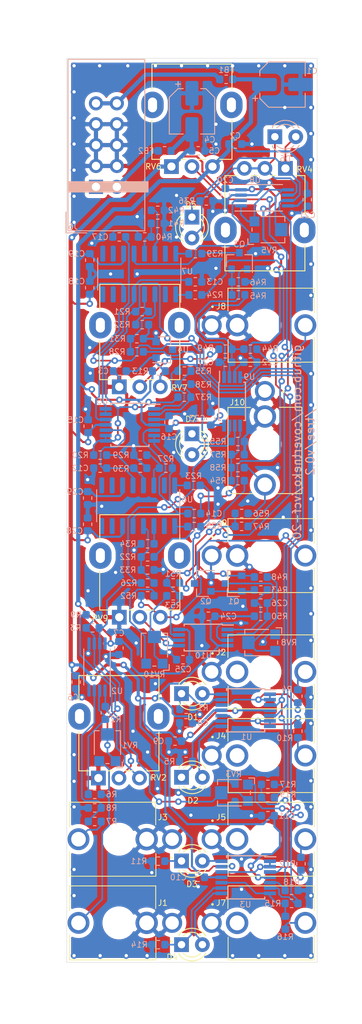
<source format=kicad_pcb>
(kicad_pcb (version 20171130) (host pcbnew "(5.1.5)-3")
  (layers (0 F.Cu signal) (31 B.Cu signal) (34 B.Paste user) (35 F.Paste user) (36 B.SilkS user) (37 F.SilkS user) (38 B.Mask user) (39 F.Mask user) (44 Edge.Cuts user))
  (net 0 "")
  (net 1 GND)
  (net 2 -12V)
  (net 3 +12V)
  (net 4 "Net-(D1-Pad1)")
  (net 5 "Net-(D3-Pad2)")
  (net 6 "Net-(D3-Pad1)")
  (net 7 "Net-(Q1-Pad2)")
  (net 8 "Net-(Q1-Pad1)")
  (net 9 "Net-(R2-Pad1)")
  (net 10 "Net-(R10-Pad1)")
  (net 11 +5V)
  (net 12 /FILTER/BP)
  (net 13 "Net-(D1-Pad2)")
  (net 14 "Net-(D2-Pad2)")
  (net 15 "Net-(D2-Pad1)")
  (net 16 "Net-(D4-Pad2)")
  (net 17 "Net-(D4-Pad1)")
  (net 18 "Net-(D5-Pad2)")
  (net 19 /FILTER/I_ABC)
  (net 20 "Net-(R7-Pad1)")
  (net 21 "Net-(R9-Pad1)")
  (net 22 "Net-(R34-Pad1)")
  (net 23 "Net-(R47-Pad1)")
  (net 24 /FILTER/QCV)
  (net 25 "Net-(J1-Pad3)")
  (net 26 "Net-(J2-Pad3)")
  (net 27 "Net-(J4-Pad3)")
  (net 28 "Net-(J4-Pad2)")
  (net 29 "Net-(J5-Pad3)")
  (net 30 "Net-(J5-Pad2)")
  (net 31 "Net-(J7-Pad3)")
  (net 32 "Net-(J7-Pad2)")
  (net 33 "Net-(J9-Pad3)")
  (net 34 "Net-(J10-Pad3)")
  (net 35 "Net-(D7-Pad2)")
  (net 36 "Net-(D7-Pad1)")
  (net 37 "Net-(FB1-Pad1)")
  (net 38 "Net-(FB2-Pad1)")
  (net 39 "Net-(Q3-Pad2)")
  (net 40 "Net-(R4-Pad1)")
  (net 41 "Net-(R25-Pad1)")
  (net 42 /HP)
  (net 43 /LP)
  (net 44 "Net-(J2-Pad2)")
  (net 45 "Net-(J3-Pad3)")
  (net 46 /FILTER/I_RES)
  (net 47 "Net-(R2-Pad2)")
  (net 48 "Net-(R3-Pad1)")
  (net 49 /IN)
  (net 50 "Net-(R12-Pad1)")
  (net 51 "Net-(U7-Pad15)")
  (net 52 "Net-(U7-Pad2)")
  (net 53 "Net-(C17-Pad2)")
  (net 54 "Net-(R20-Pad1)")
  (net 55 "Net-(R21-Pad1)")
  (net 56 "Net-(R22-Pad1)")
  (net 57 "Net-(R23-Pad1)")
  (net 58 "Net-(R24-Pad1)")
  (net 59 "Net-(R27-Pad2)")
  (net 60 "Net-(R54-Pad1)")
  (net 61 "Net-(U6-Pad15)")
  (net 62 "Net-(U6-Pad2)")
  (net 63 "Net-(C12-Pad1)")
  (net 64 "Net-(C13-Pad1)")
  (net 65 "Net-(C14-Pad2)")
  (net 66 "Net-(C14-Pad1)")
  (net 67 "Net-(R28-Pad2)")
  (net 68 "Net-(R35-Pad1)")
  (net 69 "Net-(R39-Pad2)")
  (net 70 "Net-(R40-Pad1)")
  (net 71 "Net-(R42-Pad1)")
  (net 72 "Net-(R48-Pad1)")
  (net 73 "Net-(R49-Pad2)")
  (net 74 "Net-(R51-Pad1)")
  (net 75 "Net-(R52-Pad2)")
  (net 76 "Net-(R53-Pad1)")
  (net 77 "Net-(C26-Pad1)")
  (net 78 "Net-(C26-Pad2)")
  (net 79 "Net-(C27-Pad2)")
  (net 80 "Net-(C27-Pad1)")
  (net 81 "Net-(RV5-Pad2)")
  (net 82 "Net-(RV5-Pad1)")
  (net 83 "Net-(RV9-Pad2)")
  (net 84 "Net-(R15-Pad2)")
  (net 85 "Net-(R15-Pad1)")
  (net 86 "Net-(R17-Pad2)")
  (net 87 "Net-(R22-Pad2)")
  (module SamacSys_Parts:PJ301M (layer F.Cu) (at 24.12 50.37 180)
    (fp_text reference J10 (at 3.3555 -1.3825) (layer F.SilkS) (effects (font (size 0.7 0.7) (thickness 0.1))))
    (fp_text value CV2 hide)
    (pad MH1 np_thru_hole circle (at 0 -6.48 180) (size 3 0) (drill 3) (layers *.Cu *.Mask))
    (pad 3 thru_hole circle (at 0 -11.4 180) (size 2.67 2.67) (drill 1.78) (layers *.Cu *.Mask) (net 34 "Net-(J10-Pad3)"))
    (pad 2 thru_hole circle (at 0 -3.1 180) (size 2.73 2.73) (drill 1.82) (layers *.Cu *.Mask) (net 1 GND))
    (pad 1 thru_hole circle (at 0 0 180) (size 2.445 2.445) (drill 1.63) (layers *.Cu *.Mask) (net 1 GND))
  )
  (module Resistor_SMD:R_0603_1608Metric (layer B.Cu) (at 27.3685 111.125 180)
    (fp_text reference R18 (at 0 1.016) (layer B.SilkS) (effects (font (size 0.7 0.7) (thickness 0.1)) (justify mirror)))
    (fp_text value 10K)
    (pad 2 smd roundrect (at 0.7875 0 180) (size 0.875 0.95) (layers B.Cu B.Paste B.Mask) (net 86 "Net-(R17-Pad2)"))
    (pad 1 smd roundrect (at -0.7875 0 180) (size 0.875 0.95) (layers B.Cu B.Paste B.Mask) (net 1 GND))
  )
  (module SamacSys_Parts:Potentiometer_Alpha_RD901F-40-00D_Single_Vertical (layer F.Cu) (at 6.39 49.86 90)
    (fp_text reference RV7 (at -0.12 7.326) (layer F.SilkS) (effects (font (size 0.7 0.7) (thickness 0.1))))
    (fp_text value "B10K Q")
    (pad "" thru_hole oval (at 7.5 -2.3 180) (size 2.72 3.24) (drill oval 1.1 1.8) (layers *.Cu *.Mask))
    (pad "" thru_hole oval (at 7.5 7.3 180) (size 2.72 3.24) (drill oval 1.1 1.8) (layers *.Cu *.Mask))
    (pad 3 thru_hole circle (at 0 5 180) (size 1.8 1.8) (drill 1) (layers *.Cu *.Mask) (net 11 +5V))
    (pad 2 thru_hole circle (at 0 2.5 180) (size 1.8 1.8) (drill 1) (layers *.Cu *.Mask) (net 73 "Net-(R49-Pad2)"))
    (pad 1 thru_hole rect (at 0 0 180) (size 1.8 1.8) (drill 1) (layers *.Cu *.Mask) (net 1 GND))
  )
  (module Package_TO_SOT_SMD:SOT-23 (layer B.Cu) (at 11.877 45.355)
    (fp_text reference U4 (at 2.2835 -0.016) (layer B.SilkS) (effects (font (size 0.7 0.7) (thickness 0.1)) (justify mirror)))
    (fp_text value LM4040C5)
    (pad 3 smd rect (at 1 0) (size 0.9 0.8) (layers B.Cu B.Paste B.Mask))
    (pad 2 smd rect (at -1 -0.95) (size 0.9 0.8) (layers B.Cu B.Paste B.Mask) (net 1 GND))
    (pad 1 smd rect (at -1 0.95) (size 0.9 0.8) (layers B.Cu B.Paste B.Mask) (net 11 +5V))
  )
  (module SamacSys_Parts:PJ301M (layer F.Cu) (at 17.64 42.36 270)
    (fp_text reference J8 (at -2.286 -1.146 180) (layer F.SilkS) (effects (font (size 0.7 0.7) (thickness 0.1))))
    (fp_text value QCV hide)
    (pad MH1 np_thru_hole circle (at 0 -6.48 270) (size 3 0) (drill 3) (layers *.Cu *.Mask))
    (pad 3 thru_hole circle (at 0 -11.4 270) (size 2.67 2.67) (drill 1.78) (layers *.Cu *.Mask) (net 24 /FILTER/QCV))
    (pad 2 thru_hole circle (at 0 -3.1 270) (size 2.73 2.73) (drill 1.82) (layers *.Cu *.Mask) (net 1 GND))
    (pad 1 thru_hole circle (at 0 0 270) (size 2.445 2.445) (drill 1.63) (layers *.Cu *.Mask) (net 1 GND))
  )
  (module Package_SO:TSSOP-8_4.4x3mm_P0.65mm (layer B.Cu) (at 20.1295 51.6255 270)
    (fp_text reference U9 (at -2.9845 -2.0955 180) (layer B.SilkS) (effects (font (size 0.7 0.7) (thickness 0.1)) (justify mirror)))
    (fp_text value TL072)
    (pad 8 smd rect (at 2.95 0.975 270) (size 1.45 0.45) (layers B.Cu B.Paste B.Mask) (net 3 +12V))
    (pad 7 smd rect (at 2.95 0.325 270) (size 1.45 0.45) (layers B.Cu B.Paste B.Mask) (net 36 "Net-(D7-Pad1)"))
    (pad 6 smd rect (at 2.95 -0.325 270) (size 1.45 0.45) (layers B.Cu B.Paste B.Mask) (net 35 "Net-(D7-Pad2)"))
    (pad 5 smd rect (at 2.95 -0.975 270) (size 1.45 0.45) (layers B.Cu B.Paste B.Mask) (net 60 "Net-(R54-Pad1)"))
    (pad 4 smd rect (at -2.95 -0.975 270) (size 1.45 0.45) (layers B.Cu B.Paste B.Mask) (net 2 -12V))
    (pad 3 smd rect (at -2.95 -0.325 270) (size 1.45 0.45) (layers B.Cu B.Paste B.Mask) (net 1 GND))
    (pad 2 smd rect (at -2.95 0.325 270) (size 1.45 0.45) (layers B.Cu B.Paste B.Mask) (net 79 "Net-(C27-Pad2)"))
    (pad 1 smd rect (at -2.95 0.975 270) (size 1.45 0.45) (layers B.Cu B.Paste B.Mask) (net 80 "Net-(C27-Pad1)"))
  )
  (module Package_SO:TSSOP-8_4.4x3mm_P0.65mm (layer B.Cu) (at 16.6116 80.3656 180)
    (fp_text reference U10 (at -0.0254 -2.1844) (layer B.SilkS) (effects (font (size 0.7 0.7) (thickness 0.1)) (justify mirror)))
    (fp_text value TL072)
    (pad 8 smd rect (at 2.95 0.975 180) (size 1.45 0.45) (layers B.Cu B.Paste B.Mask) (net 3 +12V))
    (pad 7 smd rect (at 2.95 0.325 180) (size 1.45 0.45) (layers B.Cu B.Paste B.Mask) (net 74 "Net-(R51-Pad1)"))
    (pad 6 smd rect (at 2.95 -0.325 180) (size 1.45 0.45) (layers B.Cu B.Paste B.Mask) (net 76 "Net-(R53-Pad1)"))
    (pad 5 smd rect (at 2.95 -0.975 180) (size 1.45 0.45) (layers B.Cu B.Paste B.Mask) (net 83 "Net-(RV9-Pad2)"))
    (pad 4 smd rect (at -2.95 -0.975 180) (size 1.45 0.45) (layers B.Cu B.Paste B.Mask) (net 2 -12V))
    (pad 3 smd rect (at -2.95 -0.325 180) (size 1.45 0.45) (layers B.Cu B.Paste B.Mask) (net 1 GND))
    (pad 2 smd rect (at -2.95 0.325 180) (size 1.45 0.45) (layers B.Cu B.Paste B.Mask) (net 78 "Net-(C26-Pad2)"))
    (pad 1 smd rect (at -2.95 0.975 180) (size 1.45 0.45) (layers B.Cu B.Paste B.Mask) (net 77 "Net-(C26-Pad1)"))
  )
  (module Capacitor_SMD:C_0603_1608Metric (layer B.Cu) (at 17.526 53.721 90)
    (fp_text reference C23 (at 0.0255 -1.651 180) (layer B.SilkS) (effects (font (size 0.7 0.7) (thickness 0.1)) (justify mirror)))
    (fp_text value 100nF)
    (pad 2 smd roundrect (at 0.7875 0 90) (size 0.875 0.95) (layers B.Cu B.Paste B.Mask) (net 1 GND))
    (pad 1 smd roundrect (at -0.7875 0 90) (size 0.875 0.95) (layers B.Cu B.Paste B.Mask) (net 3 +12V))
  )
  (module Capacitor_SMD:C_0603_1608Metric (layer B.Cu) (at 22.352 46.863 180)
    (fp_text reference C22 (at -2.413 0) (layer B.SilkS) (effects (font (size 0.7 0.7) (thickness 0.1)) (justify mirror)))
    (fp_text value 100nF)
    (pad 2 smd roundrect (at 0.7875 0 180) (size 0.875 0.95) (layers B.Cu B.Paste B.Mask) (net 1 GND))
    (pad 1 smd roundrect (at -0.7875 0 180) (size 0.875 0.95) (layers B.Cu B.Paste B.Mask) (net 2 -12V))
  )
  (module SamacSys_Parts:Potentiometer_Alpha_RD901F-40-00D_Single_Vertical (layer F.Cu) (at 3.85 97.46 90)
    (fp_text reference RV2 (at 0.051 7.326) (layer F.SilkS) (effects (font (size 0.7 0.7) (thickness 0.1))))
    (fp_text value "B10K MIX IN")
    (pad "" thru_hole oval (at 7.5 -2.3 180) (size 2.72 3.24) (drill oval 1.1 1.8) (layers *.Cu *.Mask))
    (pad "" thru_hole oval (at 7.5 7.3 180) (size 2.72 3.24) (drill oval 1.1 1.8) (layers *.Cu *.Mask))
    (pad 3 thru_hole circle (at 0 5 180) (size 1.8 1.8) (drill 1) (layers *.Cu *.Mask) (net 9 "Net-(R2-Pad1)"))
    (pad 2 thru_hole circle (at 0 2.5 180) (size 1.8 1.8) (drill 1) (layers *.Cu *.Mask) (net 21 "Net-(R9-Pad1)"))
    (pad 1 thru_hole rect (at 0 0 180) (size 1.8 1.8) (drill 1) (layers *.Cu *.Mask) (net 1 GND))
  )
  (module Potentiometer_SMD:Potentiometer_Bourns_TC33X_Vertical (layer B.Cu) (at 4.953 93.599 90)
    (fp_text reference RV1 (at 0.127 2.7305 180) (layer B.SilkS) (effects (font (size 0.7 0.7) (thickness 0.1)) (justify mirror)))
    (fp_text value "100K BALANCE")
    (pad 2 smd rect (at 1.45 0 90) (size 1.5 1.6) (layers B.Cu B.Paste B.Mask) (net 48 "Net-(R3-Pad1)"))
    (pad 3 smd rect (at -1.8 -1 90) (size 1.2 1.2) (layers B.Cu B.Paste B.Mask) (net 25 "Net-(J1-Pad3)"))
    (pad 1 smd rect (at -1.8 1 90) (size 1.2 1.2) (layers B.Cu B.Paste B.Mask) (net 48 "Net-(R3-Pad1)"))
  )
  (module Package_SO:SOIC-16_3.9x9.9mm_P1.27mm (layer B.Cu) (at 8.8265 36.1315 90)
    (fp_text reference U7 (at 0.3175 5.842 180) (layer B.SilkS) (effects (font (size 0.7 0.7) (thickness 0.1)) (justify mirror)))
    (fp_text value LM13700)
    (pad 16 smd roundrect (at 2.475 4.445 90) (size 1.95 0.6) (layers B.Cu B.Paste B.Mask) (net 69 "Net-(R39-Pad2)"))
    (pad 15 smd roundrect (at 2.475 3.175 90) (size 1.95 0.6) (layers B.Cu B.Paste B.Mask) (net 51 "Net-(U7-Pad15)"))
    (pad 14 smd roundrect (at 2.475 1.905 90) (size 1.95 0.6) (layers B.Cu B.Paste B.Mask) (net 71 "Net-(R42-Pad1)"))
    (pad 13 smd roundrect (at 2.475 0.635 90) (size 1.95 0.6) (layers B.Cu B.Paste B.Mask) (net 70 "Net-(R40-Pad1)"))
    (pad 12 smd roundrect (at 2.475 -0.635 90) (size 1.95 0.6) (layers B.Cu B.Paste B.Mask) (net 82 "Net-(RV5-Pad1)"))
    (pad 11 smd roundrect (at 2.475 -1.905 90) (size 1.95 0.6) (layers B.Cu B.Paste B.Mask) (net 3 +12V))
    (pad 10 smd roundrect (at 2.475 -3.175 90) (size 1.95 0.6) (layers B.Cu B.Paste B.Mask))
    (pad 9 smd roundrect (at 2.475 -4.445 90) (size 1.95 0.6) (layers B.Cu B.Paste B.Mask))
    (pad 8 smd roundrect (at -2.475 -4.445 90) (size 1.95 0.6) (layers B.Cu B.Paste B.Mask))
    (pad 7 smd roundrect (at -2.475 -3.175 90) (size 1.95 0.6) (layers B.Cu B.Paste B.Mask))
    (pad 6 smd roundrect (at -2.475 -1.905 90) (size 1.95 0.6) (layers B.Cu B.Paste B.Mask) (net 2 -12V))
    (pad 5 smd roundrect (at -2.475 -0.635 90) (size 1.95 0.6) (layers B.Cu B.Paste B.Mask) (net 64 "Net-(C13-Pad1)"))
    (pad 4 smd roundrect (at -2.475 0.635 90) (size 1.95 0.6) (layers B.Cu B.Paste B.Mask) (net 55 "Net-(R21-Pad1)"))
    (pad 3 smd roundrect (at -2.475 1.905 90) (size 1.95 0.6) (layers B.Cu B.Paste B.Mask) (net 67 "Net-(R28-Pad2)"))
    (pad 2 smd roundrect (at -2.475 3.175 90) (size 1.95 0.6) (layers B.Cu B.Paste B.Mask) (net 52 "Net-(U7-Pad2)"))
    (pad 1 smd roundrect (at -2.475 4.445 90) (size 1.95 0.6) (layers B.Cu B.Paste B.Mask) (net 58 "Net-(R24-Pad1)"))
  )
  (module Resistor_SMD:R_0603_1608Metric (layer B.Cu) (at 8.5345 45.593 180)
    (fp_text reference R28 (at 2.413 0) (layer B.SilkS) (effects (font (size 0.7 0.7) (thickness 0.1)) (justify mirror)))
    (fp_text value 10K)
    (pad 2 smd roundrect (at 0.7875 0 180) (size 0.875 0.95) (layers B.Cu B.Paste B.Mask) (net 67 "Net-(R28-Pad2)"))
    (pad 1 smd roundrect (at -0.7875 0 180) (size 0.875 0.95) (layers B.Cu B.Paste B.Mask) (net 42 /HP))
  )
  (module Capacitor_SMD:C_0603_1608Metric (layer B.Cu) (at 6.388 31.623 180)
    (fp_text reference C17 (at 2.324 0) (layer B.SilkS) (effects (font (size 0.7 0.7) (thickness 0.1)) (justify mirror)))
    (fp_text value 0.47uF)
    (pad 2 smd roundrect (at 0.7875 0 180) (size 0.875 0.95) (layers B.Cu B.Paste B.Mask) (net 53 "Net-(C17-Pad2)"))
    (pad 1 smd roundrect (at -0.7875 0 180) (size 0.875 0.95) (layers B.Cu B.Paste B.Mask) (net 43 /LP))
  )
  (module Capacitor_SMD:C_0603_1608Metric (layer B.Cu) (at 2.794 34.4425 270)
    (fp_text reference C19 (at -0.7875 1.5875 180) (layer B.SilkS) (effects (font (size 0.7 0.7) (thickness 0.1)) (justify mirror)))
    (fp_text value 100nF)
    (pad 2 smd roundrect (at 0.7875 0 270) (size 0.875 0.95) (layers B.Cu B.Paste B.Mask) (net 1 GND))
    (pad 1 smd roundrect (at -0.7875 0 270) (size 0.875 0.95) (layers B.Cu B.Paste B.Mask) (net 3 +12V))
  )
  (module Capacitor_SMD:C_0603_1608Metric (layer B.Cu) (at 2.794 37.808 90)
    (fp_text reference C18 (at 0.7875 -1.5875 180) (layer B.SilkS) (effects (font (size 0.7 0.7) (thickness 0.1)) (justify mirror)))
    (fp_text value 100nF)
    (pad 2 smd roundrect (at 0.7875 0 90) (size 0.875 0.95) (layers B.Cu B.Paste B.Mask) (net 1 GND))
    (pad 1 smd roundrect (at -0.7875 0 90) (size 0.875 0.95) (layers B.Cu B.Paste B.Mask) (net 2 -12V))
  )
  (module Package_SO:TSSOP-8_4.4x3mm_P0.65mm (layer B.Cu) (at 24.0665 26.8605)
    (fp_text reference U8 (at -1.143 -2.159) (layer B.SilkS) (effects (font (size 0.7 0.7) (thickness 0.1)) (justify mirror)))
    (fp_text value TL072)
    (pad 8 smd roundrect (at 2.8625 0.975) (size 1.475 0.4) (layers B.Cu B.Paste B.Mask) (net 3 +12V))
    (pad 7 smd roundrect (at 2.8625 0.325) (size 1.475 0.4) (layers B.Cu B.Paste B.Mask) (net 65 "Net-(C14-Pad2)"))
    (pad 6 smd roundrect (at 2.8625 -0.325) (size 1.475 0.4) (layers B.Cu B.Paste B.Mask) (net 18 "Net-(D5-Pad2)"))
    (pad 5 smd roundrect (at 2.8625 -0.975) (size 1.475 0.4) (layers B.Cu B.Paste B.Mask) (net 81 "Net-(RV5-Pad2)"))
    (pad 4 smd roundrect (at -2.8625 -0.975) (size 1.475 0.4) (layers B.Cu B.Paste B.Mask) (net 2 -12V))
    (pad 3 smd roundrect (at -2.8625 -0.325) (size 1.475 0.4) (layers B.Cu B.Paste B.Mask) (net 1 GND))
    (pad 2 smd roundrect (at -2.8625 0.325) (size 1.475 0.4) (layers B.Cu B.Paste B.Mask) (net 82 "Net-(RV5-Pad1)"))
    (pad 1 smd roundrect (at -2.8625 0.975) (size 1.475 0.4) (layers B.Cu B.Paste B.Mask) (net 81 "Net-(RV5-Pad2)"))
  )
  (module Package_SO:TSSOP-8_4.4x3mm_P0.65mm (layer B.Cu) (at 3.683 83.947 90)
    (fp_text reference U2 (at -2.921 2.45 180) (layer B.SilkS) (effects (font (size 0.7 0.7) (thickness 0.1)) (justify mirror)))
    (fp_text value TL072)
    (pad 8 smd roundrect (at 2.8625 0.975 90) (size 1.475 0.4) (layers B.Cu B.Paste B.Mask) (net 3 +12V))
    (pad 7 smd roundrect (at 2.8625 0.325 90) (size 1.475 0.4) (layers B.Cu B.Paste B.Mask) (net 49 /IN))
    (pad 6 smd roundrect (at 2.8625 -0.325 90) (size 1.475 0.4) (layers B.Cu B.Paste B.Mask) (net 48 "Net-(R3-Pad1)"))
    (pad 5 smd roundrect (at 2.8625 -0.975 90) (size 1.475 0.4) (layers B.Cu B.Paste B.Mask) (net 1 GND))
    (pad 4 smd roundrect (at -2.8625 -0.975 90) (size 1.475 0.4) (layers B.Cu B.Paste B.Mask) (net 2 -12V))
    (pad 3 smd roundrect (at -2.8625 -0.325 90) (size 1.475 0.4) (layers B.Cu B.Paste B.Mask) (net 20 "Net-(R7-Pad1)"))
    (pad 2 smd roundrect (at -2.8625 0.325 90) (size 1.475 0.4) (layers B.Cu B.Paste B.Mask) (net 47 "Net-(R2-Pad2)"))
    (pad 1 smd roundrect (at -2.8625 0.975 90) (size 1.475 0.4) (layers B.Cu B.Paste B.Mask) (net 9 "Net-(R2-Pad1)"))
  )
  (module Potentiometer_SMD:Potentiometer_Bourns_TC33X_Vertical (layer B.Cu) (at 24.6485 30.734)
    (fp_text reference RV5 (at 0 2.5) (layer B.SilkS) (effects (font (size 0.7 0.7) (thickness 0.1)) (justify mirror)))
    (fp_text value "B50K QDRIVE")
    (pad 2 smd rect (at 1.45 0) (size 1.5 1.6) (layers B.Cu B.Paste B.Mask) (net 81 "Net-(RV5-Pad2)"))
    (pad 3 smd rect (at -1.8 -1) (size 1.2 1.2) (layers B.Cu B.Paste B.Mask) (net 81 "Net-(RV5-Pad2)"))
    (pad 1 smd rect (at -1.8 1) (size 1.2 1.2) (layers B.Cu B.Paste B.Mask) (net 82 "Net-(RV5-Pad1)"))
  )
  (module Resistor_SMD:R_0603_1608Metric (layer B.Cu) (at 20.828 59.69)
    (fp_text reference R58 (at -2.413 0) (layer B.SilkS) (effects (font (size 0.7 0.7) (thickness 0.1)) (justify mirror)))
    (fp_text value 1M)
    (pad 2 smd roundrect (at 0.7875 0) (size 0.875 0.95) (layers B.Cu B.Paste B.Mask) (net 34 "Net-(J10-Pad3)"))
    (pad 1 smd roundrect (at -0.7875 0) (size 0.875 0.95) (layers B.Cu B.Paste B.Mask) (net 60 "Net-(R54-Pad1)"))
  )
  (module Resistor_SMD:R_0603_1608Metric (layer B.Cu) (at 20.828 58.1025 180)
    (fp_text reference R57 (at 2.413 0) (layer B.SilkS) (effects (font (size 0.7 0.7) (thickness 0.1)) (justify mirror)))
    (fp_text value 1M)
    (pad 2 smd roundrect (at 0.7875 0 180) (size 0.875 0.95) (layers B.Cu B.Paste B.Mask) (net 60 "Net-(R54-Pad1)"))
    (pad 1 smd roundrect (at -0.7875 0 180) (size 0.875 0.95) (layers B.Cu B.Paste B.Mask) (net 1 GND))
  )
  (module Resistor_SMD:R_0603_1608Metric (layer B.Cu) (at 20.828 61.2775)
    (fp_text reference R54 (at -2.413 0) (layer B.SilkS) (effects (font (size 0.7 0.7) (thickness 0.1)) (justify mirror)))
    (fp_text value 1M)
    (pad 2 smd roundrect (at 0.7875 0) (size 0.875 0.95) (layers B.Cu B.Paste B.Mask) (net 74 "Net-(R51-Pad1)"))
    (pad 1 smd roundrect (at -0.7875 0) (size 0.875 0.95) (layers B.Cu B.Paste B.Mask) (net 60 "Net-(R54-Pad1)"))
  )
  (module Resistor_SMD:R_0603_1608Metric (layer B.Cu) (at 9.182 42.291)
    (fp_text reference R32 (at -2.451 0) (layer B.SilkS) (effects (font (size 0.7 0.7) (thickness 0.1)) (justify mirror)))
    (fp_text value 220R)
    (pad 2 smd roundrect (at 0.7875 0) (size 0.875 0.95) (layers B.Cu B.Paste B.Mask) (net 1 GND))
    (pad 1 smd roundrect (at -0.7875 0) (size 0.875 0.95) (layers B.Cu B.Paste B.Mask) (net 55 "Net-(R21-Pad1)"))
  )
  (module Resistor_SMD:R_0603_1608Metric (layer B.Cu) (at 8.5345 44.0055)
    (fp_text reference R31 (at -2.375 0) (layer B.SilkS) (effects (font (size 0.7 0.7) (thickness 0.1)) (justify mirror)))
    (fp_text value 220R)
    (pad 2 smd roundrect (at 0.7875 0) (size 0.875 0.95) (layers B.Cu B.Paste B.Mask) (net 1 GND))
    (pad 1 smd roundrect (at -0.7875 0) (size 0.875 0.95) (layers B.Cu B.Paste B.Mask) (net 67 "Net-(R28-Pad2)"))
  )
  (module Resistor_SMD:R_0603_1608Metric (layer B.Cu) (at 15.6465 38.6715)
    (fp_text reference R24 (at 2.3875 0) (layer B.SilkS) (effects (font (size 0.7 0.7) (thickness 0.1)) (justify mirror)))
    (fp_text value 10K)
    (pad 2 smd roundrect (at 0.7875 0) (size 0.875 0.95) (layers B.Cu B.Paste B.Mask) (net 19 /FILTER/I_ABC))
    (pad 1 smd roundrect (at -0.7875 0) (size 0.875 0.95) (layers B.Cu B.Paste B.Mask) (net 58 "Net-(R24-Pad1)"))
  )
  (module Resistor_SMD:R_0603_1608Metric (layer B.Cu) (at 9.182 40.7035 180)
    (fp_text reference R21 (at 2.451 0) (layer B.SilkS) (effects (font (size 0.7 0.7) (thickness 0.1)) (justify mirror)))
    (fp_text value 10K)
    (pad 2 smd roundrect (at 0.7875 0 180) (size 0.875 0.95) (layers B.Cu B.Paste B.Mask) (net 12 /FILTER/BP))
    (pad 1 smd roundrect (at -0.7875 0 180) (size 0.875 0.95) (layers B.Cu B.Paste B.Mask) (net 55 "Net-(R21-Pad1)"))
  )
  (module Potentiometer_SMD:Potentiometer_Bourns_TC33X_Vertical (layer B.Cu) (at 20.2565 99.2505 180)
    (fp_text reference RV3 (at -0.0635 2.286) (layer B.SilkS) (effects (font (size 0.7 0.7) (thickness 0.1)) (justify mirror)))
    (fp_text value "100K NOTCH DEPTH")
    (pad 2 smd rect (at 1.45 0 180) (size 1.5 1.6) (layers B.Cu B.Paste B.Mask) (net 49 /IN))
    (pad 3 smd rect (at -1.8 -1 180) (size 1.2 1.2) (layers B.Cu B.Paste B.Mask) (net 49 /IN))
    (pad 1 smd rect (at -1.8 1 180) (size 1.2 1.2) (layers B.Cu B.Paste B.Mask) (net 85 "Net-(R15-Pad1)"))
  )
  (module Resistor_SMD:R_0603_1608Metric (layer B.Cu) (at 24.4855 99.822 180)
    (fp_text reference R19 (at -2.4385 0.381) (layer B.SilkS) (effects (font (size 0.7 0.7) (thickness 0.1)) (justify mirror)))
    (fp_text value 10K)
    (pad 2 smd roundrect (at 0.7875 0 180) (size 0.875 0.95) (layers B.Cu B.Paste B.Mask) (net 86 "Net-(R17-Pad2)"))
    (pad 1 smd roundrect (at -0.7875 0 180) (size 0.875 0.95) (layers B.Cu B.Paste B.Mask) (net 43 /LP))
  )
  (module Resistor_SMD:R_0603_1608Metric (layer B.Cu) (at 27.3685 112.7125 180)
    (fp_text reference R15 (at 2.286 0) (layer B.SilkS) (effects (font (size 0.7 0.7) (thickness 0.1)) (justify mirror)))
    (fp_text value 10K)
    (pad 2 smd roundrect (at 0.7875 0 180) (size 0.875 0.95) (layers B.Cu B.Paste B.Mask) (net 84 "Net-(R15-Pad2)"))
    (pad 1 smd roundrect (at -0.7875 0 180) (size 0.875 0.95) (layers B.Cu B.Paste B.Mask) (net 85 "Net-(R15-Pad1)"))
  )
  (module Resistor_SMD:R_0603_1608Metric (layer B.Cu) (at 24.4855 98.2345 180)
    (fp_text reference R17 (at -2.4385 0) (layer B.SilkS) (effects (font (size 0.7 0.7) (thickness 0.1)) (justify mirror)))
    (fp_text value 10K)
    (pad 2 smd roundrect (at 0.7875 0 180) (size 0.875 0.95) (layers B.Cu B.Paste B.Mask) (net 86 "Net-(R17-Pad2)"))
    (pad 1 smd roundrect (at -0.7875 0 180) (size 0.875 0.95) (layers B.Cu B.Paste B.Mask) (net 42 /HP))
  )
  (module Resistor_SMD:R_0603_1608Metric (layer B.Cu) (at 4.699 89.535 270)
    (fp_text reference R2 (at 0.762 -1.27 180) (layer B.SilkS) (effects (font (size 0.7 0.7) (thickness 0.1)) (justify mirror)))
    (fp_text value 10K)
    (pad 2 smd roundrect (at 0.7875 0 270) (size 0.875 0.95) (layers B.Cu B.Paste B.Mask) (net 47 "Net-(R2-Pad2)"))
    (pad 1 smd roundrect (at -0.7875 0 270) (size 0.875 0.95) (layers B.Cu B.Paste B.Mask) (net 9 "Net-(R2-Pad1)"))
  )
  (module Capacitor_SMD:C_0603_1608Metric (layer B.Cu) (at 15.6465 37.084)
    (fp_text reference C13 (at 2.3875 0) (layer B.SilkS) (effects (font (size 0.7 0.7) (thickness 0.1)) (justify mirror)))
    (fp_text value 1nF)
    (pad 2 smd roundrect (at 0.7875 0) (size 0.875 0.95) (layers B.Cu B.Paste B.Mask) (net 1 GND))
    (pad 1 smd roundrect (at -0.7875 0) (size 0.875 0.95) (layers B.Cu B.Paste B.Mask) (net 64 "Net-(C13-Pad1)"))
  )
  (module Capacitor_SMD:C_0603_1608Metric (layer B.Cu) (at 6.4515 47.9425 180)
    (fp_text reference C3 (at 2.0065 0) (layer B.SilkS) (effects (font (size 0.7 0.7) (thickness 0.1)) (justify mirror)))
    (fp_text value 100nF)
    (pad 2 smd roundrect (at 0.7875 0 180) (size 0.875 0.95) (layers B.Cu B.Paste B.Mask) (net 1 GND))
    (pad 1 smd roundrect (at -0.7875 0 180) (size 0.875 0.95) (layers B.Cu B.Paste B.Mask) (net 11 +5V))
  )
  (module LED_THT:LED_D3.0mm_Clear (layer F.Cu) (at 13.97 107.549)
    (fp_text reference D3 (at 1.27 2.814) (layer F.SilkS) (effects (font (size 0.7 0.7) (thickness 0.1))))
    (fp_text value BP)
    (pad 2 thru_hole circle (at 2.54 0) (size 1.8 1.8) (drill 0.9) (layers *.Cu *.Mask) (net 5 "Net-(D3-Pad2)"))
    (pad 1 thru_hole rect (at 0 0) (size 1.8 1.8) (drill 0.9) (layers *.Cu *.Mask) (net 6 "Net-(D3-Pad1)"))
  )
  (module SamacSys_Parts:PJ301M (layer F.Cu) (at 17.64 115.08 270)
    (fp_text reference J7 (at -2.433 -1.143 180) (layer F.SilkS) (effects (font (size 0.7 0.7) (thickness 0.1))))
    (fp_text value NOTCH hide)
    (pad MH1 np_thru_hole circle (at 0 -6.48 270) (size 3 0) (drill 3) (layers *.Cu *.Mask))
    (pad 3 thru_hole circle (at 0 -11.4 270) (size 2.67 2.67) (drill 1.78) (layers *.Cu *.Mask) (net 31 "Net-(J7-Pad3)"))
    (pad 2 thru_hole circle (at 0 -3.1 270) (size 2.73 2.73) (drill 1.82) (layers *.Cu *.Mask) (net 32 "Net-(J7-Pad2)"))
    (pad 1 thru_hole circle (at 0 0 270) (size 2.445 2.445) (drill 1.63) (layers *.Cu *.Mask) (net 1 GND))
  )
  (module SamacSys_Parts:Potentiometer_Alpha_RD901F-40-00D_Single_Vertical (layer F.Cu) (at 6.39 77.8904 90)
    (fp_text reference RV9 (at -0.127 -2.326) (layer F.SilkS) (effects (font (size 0.7 0.7) (thickness 0.1))))
    (fp_text value "B50K CV1LVL")
    (pad "" thru_hole oval (at 7.5 -2.3 180) (size 2.72 3.24) (drill oval 1.1 1.8) (layers *.Cu *.Mask))
    (pad "" thru_hole oval (at 7.5 7.3 180) (size 2.72 3.24) (drill oval 1.1 1.8) (layers *.Cu *.Mask))
    (pad 3 thru_hole circle (at 0 5 180) (size 1.8 1.8) (drill 1) (layers *.Cu *.Mask) (net 33 "Net-(J9-Pad3)"))
    (pad 2 thru_hole circle (at 0 2.5 180) (size 1.8 1.8) (drill 1) (layers *.Cu *.Mask) (net 83 "Net-(RV9-Pad2)"))
    (pad 1 thru_hole rect (at 0 0 180) (size 1.8 1.8) (drill 1) (layers *.Cu *.Mask) (net 1 GND))
  )
  (module Resistor_SMD:R_0603_1608Metric (layer B.Cu) (at 12.065 59.7535 180)
    (fp_text reference R27 (at 0 1.143) (layer B.SilkS) (effects (font (size 0.7 0.7) (thickness 0.1)) (justify mirror)))
    (fp_text value 10K)
    (pad 2 smd roundrect (at 0.7875 0 180) (size 0.875 0.95) (layers B.Cu B.Paste B.Mask) (net 59 "Net-(R27-Pad2)"))
    (pad 1 smd roundrect (at -0.7875 0 180) (size 0.875 0.95) (layers B.Cu B.Paste B.Mask) (net 87 "Net-(R22-Pad2)"))
  )
  (module SamacSys_Parts:PJ301M (layer F.Cu) (at 12.83 104.9 90)
    (fp_text reference J3 (at 2.667 -1.143 180) (layer F.SilkS) (effects (font (size 0.7 0.7) (thickness 0.1))))
    (fp_text value IN2 hide)
    (pad MH1 np_thru_hole circle (at 0 -6.48 90) (size 3 0) (drill 3) (layers *.Cu *.Mask))
    (pad 3 thru_hole circle (at 0 -11.4 90) (size 2.67 2.67) (drill 1.78) (layers *.Cu *.Mask) (net 45 "Net-(J3-Pad3)"))
    (pad 2 thru_hole circle (at 0 -3.1 90) (size 2.73 2.73) (drill 1.82) (layers *.Cu *.Mask) (net 1 GND))
    (pad 1 thru_hole circle (at 0 0 90) (size 2.445 2.445) (drill 1.63) (layers *.Cu *.Mask) (net 1 GND))
  )
  (module Resistor_SMD:R_0603_1608Metric (layer B.Cu) (at 23.622 74.5744 180)
    (fp_text reference R43 (at -2.2861 0 180) (layer B.SilkS) (effects (font (size 0.7 0.7) (thickness 0.1)) (justify mirror)))
    (fp_text value 4.7K)
    (pad 2 smd roundrect (at 0.7875 0 180) (size 0.875 0.95) (layers B.Cu B.Paste B.Mask) (net 7 "Net-(Q1-Pad2)"))
    (pad 1 smd roundrect (at -0.7875 0 180) (size 0.875 0.95) (layers B.Cu B.Paste B.Mask) (net 77 "Net-(C26-Pad1)"))
  )
  (module LED_THT:LED_D3.0mm_Clear (layer F.Cu) (at 15.24 55.5752 270)
    (fp_text reference D7 (at -1.778 0.127) (layer F.SilkS) (effects (font (size 0.7 0.7) (thickness 0.1))))
    (fp_text value CV)
    (pad 2 thru_hole circle (at 2.54 0 270) (size 1.8 1.8) (drill 0.9) (layers *.Cu *.Mask) (net 35 "Net-(D7-Pad2)"))
    (pad 1 thru_hole rect (at 0 0 270) (size 1.8 1.8) (drill 0.9) (layers *.Cu *.Mask) (net 36 "Net-(D7-Pad1)"))
  )
  (module LED_THT:LED_D3.0mm_Clear (layer F.Cu) (at 13.97 117.729)
    (fp_text reference D4 (at -1.143 1.524) (layer F.SilkS) (effects (font (size 0.7 0.7) (thickness 0.1))))
    (fp_text value NOTCH)
    (pad 2 thru_hole circle (at 2.54 0) (size 1.8 1.8) (drill 0.9) (layers *.Cu *.Mask) (net 16 "Net-(D4-Pad2)"))
    (pad 1 thru_hole rect (at 0 0) (size 1.8 1.8) (drill 0.9) (layers *.Cu *.Mask) (net 17 "Net-(D4-Pad1)"))
  )
  (module LED_THT:LED_D3.0mm_Clear (layer F.Cu) (at 13.97 97.369)
    (fp_text reference D2 (at 1.397 2.834) (layer F.SilkS) (effects (font (size 0.7 0.7) (thickness 0.1))))
    (fp_text value LP)
    (pad 2 thru_hole circle (at 2.54 0) (size 1.8 1.8) (drill 0.9) (layers *.Cu *.Mask) (net 14 "Net-(D2-Pad2)"))
    (pad 1 thru_hole rect (at 0 0) (size 1.8 1.8) (drill 0.9) (layers *.Cu *.Mask) (net 15 "Net-(D2-Pad1)"))
  )
  (module LED_THT:LED_D3.0mm_Clear (layer F.Cu) (at 13.97 87.189)
    (fp_text reference D1 (at 1.397 2.854) (layer F.SilkS) (effects (font (size 0.7 0.7) (thickness 0.1))))
    (fp_text value HP)
    (pad 2 thru_hole circle (at 2.54 0) (size 1.8 1.8) (drill 0.9) (layers *.Cu *.Mask) (net 13 "Net-(D1-Pad2)"))
    (pad 1 thru_hole rect (at 0 0) (size 1.8 1.8) (drill 0.9) (layers *.Cu *.Mask) (net 4 "Net-(D1-Pad1)"))
  )
  (module LED_THT:LED_D3.0mm (layer B.Cu) (at 25.3365 19.431)
    (fp_text reference D6 (at 1.27 2.667) (layer B.SilkS) (effects (font (size 0.7 0.7) (thickness 0.1)) (justify mirror)))
    (fp_text value GREEN)
    (pad 2 thru_hole circle (at 2.54 0) (size 1.8 1.8) (drill 0.9) (layers *.Cu *.Mask) (net 65 "Net-(C14-Pad2)"))
    (pad 1 thru_hole rect (at 0 0) (size 1.8 1.8) (drill 0.9) (layers *.Cu *.Mask) (net 18 "Net-(D5-Pad2)"))
  )
  (module LED_THT:LED_D3.0mm (layer F.Cu) (at 15.24 29.21 270)
    (fp_text reference D5 (at -1.524 0.127 180) (layer F.SilkS) (effects (font (size 0.7 0.7) (thickness 0.1))))
    (fp_text value GREEN)
    (pad 2 thru_hole circle (at 2.54 0 270) (size 1.8 1.8) (drill 0.9) (layers *.Cu *.Mask) (net 18 "Net-(D5-Pad2)"))
    (pad 1 thru_hole rect (at 0 0 270) (size 1.8 1.8) (drill 0.9) (layers *.Cu *.Mask) (net 65 "Net-(C14-Pad2)"))
  )
  (module Package_SO:TSSOP-14_4.4x5mm_P0.65mm (layer B.Cu) (at 7.6835 54.483 180)
    (fp_text reference U5 (at 3.3655 2.8575 180) (layer B.SilkS) (effects (font (size 0.7 0.7) (thickness 0.1)) (justify mirror)))
    (fp_text value TL074)
    (pad 14 smd rect (at 2.95 1.95 180) (size 1.45 0.45) (layers B.Cu B.Paste B.Mask) (net 12 /FILTER/BP))
    (pad 13 smd rect (at 2.95 1.3 180) (size 1.45 0.45) (layers B.Cu B.Paste B.Mask) (net 12 /FILTER/BP))
    (pad 12 smd rect (at 2.95 0.65 180) (size 1.45 0.45) (layers B.Cu B.Paste B.Mask) (net 64 "Net-(C13-Pad1)"))
    (pad 11 smd rect (at 2.95 0 180) (size 1.45 0.45) (layers B.Cu B.Paste B.Mask) (net 2 -12V))
    (pad 10 smd rect (at 2.95 -0.65 180) (size 1.45 0.45) (layers B.Cu B.Paste B.Mask) (net 63 "Net-(C12-Pad1)"))
    (pad 9 smd rect (at 2.95 -1.3 180) (size 1.45 0.45) (layers B.Cu B.Paste B.Mask) (net 43 /LP))
    (pad 8 smd rect (at 2.95 -1.95 180) (size 1.45 0.45) (layers B.Cu B.Paste B.Mask) (net 43 /LP))
    (pad 7 smd rect (at -2.95 -1.95 180) (size 1.45 0.45) (layers B.Cu B.Paste B.Mask) (net 87 "Net-(R22-Pad2)"))
    (pad 6 smd rect (at -2.95 -1.3 180) (size 1.45 0.45) (layers B.Cu B.Paste B.Mask) (net 87 "Net-(R22-Pad2)"))
    (pad 5 smd rect (at -2.95 -0.65 180) (size 1.45 0.45) (layers B.Cu B.Paste B.Mask) (net 66 "Net-(C14-Pad1)"))
    (pad 4 smd rect (at -2.95 0 180) (size 1.45 0.45) (layers B.Cu B.Paste B.Mask) (net 3 +12V))
    (pad 3 smd rect (at -2.95 0.65 180) (size 1.45 0.45) (layers B.Cu B.Paste B.Mask) (net 1 GND))
    (pad 2 smd rect (at -2.95 1.3 180) (size 1.45 0.45) (layers B.Cu B.Paste B.Mask) (net 68 "Net-(R35-Pad1)"))
    (pad 1 smd rect (at -2.95 1.95 180) (size 1.45 0.45) (layers B.Cu B.Paste B.Mask) (net 42 /HP))
  )
  (module Capacitor_SMD:C_0603_1608Metric (layer B.Cu) (at 12.446 54.1655 90)
    (fp_text reference C16 (at -1.778 0 180) (layer B.SilkS) (effects (font (size 0.7 0.7) (thickness 0.1)) (justify mirror)))
    (fp_text value 100nF)
    (pad 2 smd roundrect (at 0.7875 0 90) (size 0.875 0.95) (layers B.Cu B.Paste B.Mask) (net 1 GND))
    (pad 1 smd roundrect (at -0.7875 0 90) (size 0.875 0.95) (layers B.Cu B.Paste B.Mask) (net 3 +12V))
  )
  (module Capacitor_SMD:C_0603_1608Metric (layer B.Cu) (at 14.1477 83.058 180)
    (fp_text reference C25 (at -0.0255 -1.1684) (layer B.SilkS) (effects (font (size 0.7 0.7) (thickness 0.1)) (justify mirror)))
    (fp_text value 100nF)
    (pad 2 smd roundrect (at 0.7875 0 180) (size 0.875 0.95) (layers B.Cu B.Paste B.Mask) (net 1 GND))
    (pad 1 smd roundrect (at -0.7875 0 180) (size 0.875 0.95) (layers B.Cu B.Paste B.Mask) (net 3 +12V))
  )
  (module Capacitor_SMD:C_0603_1608Metric (layer B.Cu) (at 17.2465 77.7748 180)
    (fp_text reference C24 (at -2.4384 0) (layer B.SilkS) (effects (font (size 0.7 0.7) (thickness 0.1)) (justify mirror)))
    (fp_text value 100nF)
    (pad 2 smd roundrect (at 0.7875 0 180) (size 0.875 0.95) (layers B.Cu B.Paste B.Mask) (net 1 GND))
    (pad 1 smd roundrect (at -0.7875 0 180) (size 0.875 0.95) (layers B.Cu B.Paste B.Mask) (net 2 -12V))
  )
  (module Capacitor_SMD:C_0603_1608Metric (layer B.Cu) (at 2.54 63.3985 270)
    (fp_text reference C29 (at -0.7875 1.524) (layer B.SilkS) (effects (font (size 0.7 0.7) (thickness 0.1)) (justify mirror)))
    (fp_text value 100nF)
    (pad 2 smd roundrect (at 0.7875 0 270) (size 0.875 0.95) (layers B.Cu B.Paste B.Mask) (net 1 GND))
    (pad 1 smd roundrect (at -0.7875 0 270) (size 0.875 0.95) (layers B.Cu B.Paste B.Mask) (net 3 +12V))
  )
  (module Capacitor_SMD:C_0603_1608Metric (layer B.Cu) (at 29.2735 27.089 270)
    (fp_text reference C21 (at 1.8795 0 180) (layer B.SilkS) (effects (font (size 0.7 0.7) (thickness 0.1)) (justify mirror)))
    (fp_text value 100nF)
    (pad 1 smd roundrect (at -0.7875 0 270) (size 0.875 0.95) (layers B.Cu B.Paste B.Mask) (net 3 +12V))
    (pad 2 smd roundrect (at 0.7875 0 270) (size 0.875 0.95) (layers B.Cu B.Paste B.Mask) (net 1 GND))
  )
  (module Capacitor_SMD:C_0603_1608Metric (layer B.Cu) (at 2.54 66.586 90)
    (fp_text reference C28 (at -0.7875 -1.5875 180) (layer B.SilkS) (effects (font (size 0.7 0.7) (thickness 0.1)) (justify mirror)))
    (fp_text value 100nF)
    (pad 2 smd roundrect (at 0.7875 0 90) (size 0.875 0.95) (layers B.Cu B.Paste B.Mask) (net 1 GND))
    (pad 1 smd roundrect (at -0.7875 0 90) (size 0.875 0.95) (layers B.Cu B.Paste B.Mask) (net 2 -12V))
  )
  (module Capacitor_SMD:C_0603_1608Metric (layer B.Cu) (at 19.304 26.5175 270)
    (fp_text reference C20 (at -1.816 0 180) (layer B.SilkS) (effects (font (size 0.7 0.7) (thickness 0.1)) (justify mirror)))
    (fp_text value 100nF)
    (pad 2 smd roundrect (at 0.7875 0 270) (size 0.875 0.95) (layers B.Cu B.Paste B.Mask) (net 1 GND))
    (pad 1 smd roundrect (at -0.7875 0 270) (size 0.875 0.95) (layers B.Cu B.Paste B.Mask) (net 2 -12V))
  )
  (module Capacitor_SMD:C_0603_1608Metric (layer B.Cu) (at 2.6035 54.648 90)
    (fp_text reference C15 (at 0.762 -1.524 180) (layer B.SilkS) (effects (font (size 0.7 0.7) (thickness 0.1)) (justify mirror)))
    (fp_text value 100nF)
    (pad 2 smd roundrect (at 0.7875 0 90) (size 0.875 0.95) (layers B.Cu B.Paste B.Mask) (net 1 GND))
    (pad 1 smd roundrect (at -0.7875 0 90) (size 0.875 0.95) (layers B.Cu B.Paste B.Mask) (net 2 -12V))
  )
  (module Capacitor_SMD:C_0603_1608Metric (layer B.Cu) (at 19.304 46.863)
    (fp_text reference C27 (at -2.413 0) (layer B.SilkS) (effects (font (size 0.7 0.7) (thickness 0.1)) (justify mirror)))
    (fp_text value 680pF)
    (pad 2 smd roundrect (at 0.7875 0) (size 0.875 0.95) (layers B.Cu B.Paste B.Mask) (net 79 "Net-(C27-Pad2)"))
    (pad 1 smd roundrect (at -0.7875 0) (size 0.875 0.95) (layers B.Cu B.Paste B.Mask) (net 80 "Net-(C27-Pad1)"))
  )
  (module Capacitor_SMD:C_0603_1608Metric (layer B.Cu) (at 4.064 59.7535 180)
    (fp_text reference C12 (at 2.413 0) (layer B.SilkS) (effects (font (size 0.7 0.7) (thickness 0.1)) (justify mirror)))
    (fp_text value 1nF)
    (pad 2 smd roundrect (at 0.7875 0 180) (size 0.875 0.95) (layers B.Cu B.Paste B.Mask) (net 1 GND))
    (pad 1 smd roundrect (at -0.7875 0 180) (size 0.875 0.95) (layers B.Cu B.Paste B.Mask) (net 63 "Net-(C12-Pad1)"))
  )
  (module Capacitor_SMD:C_0603_1608Metric (layer B.Cu) (at 23.622 76.1746)
    (fp_text reference C26 (at 2.286 0) (layer B.SilkS) (effects (font (size 0.7 0.7) (thickness 0.1)) (justify mirror)))
    (fp_text value 4.7nF)
    (pad 1 smd roundrect (at -0.7875 0) (size 0.875 0.95) (layers B.Cu B.Paste B.Mask) (net 77 "Net-(C26-Pad1)"))
    (pad 2 smd roundrect (at 0.7875 0) (size 0.875 0.95) (layers B.Cu B.Paste B.Mask) (net 78 "Net-(C26-Pad2)"))
  )
  (module Capacitor_SMD:C_0603_1608Metric (layer B.Cu) (at 15.5195 65.278)
    (fp_text reference C14 (at 2.3875 0) (layer B.SilkS) (effects (font (size 0.7 0.7) (thickness 0.1)) (justify mirror)))
    (fp_text value 1nF)
    (pad 2 smd roundrect (at 0.7875 0) (size 0.875 0.95) (layers B.Cu B.Paste B.Mask) (net 65 "Net-(C14-Pad2)"))
    (pad 1 smd roundrect (at -0.7875 0) (size 0.875 0.95) (layers B.Cu B.Paste B.Mask) (net 66 "Net-(C14-Pad1)"))
  )
  (module Capacitor_SMD:C_0603_1608Metric (layer B.Cu) (at 6.35 81.6355 270)
    (fp_text reference C7 (at -1.816 0 180) (layer B.SilkS) (effects (font (size 0.7 0.7) (thickness 0.1)) (justify mirror)))
    (fp_text value 100nF)
    (pad 2 smd roundrect (at 0.7875 0 270) (size 0.875 0.95) (layers B.Cu B.Paste B.Mask) (net 1 GND))
    (pad 1 smd roundrect (at -0.7875 0 270) (size 0.875 0.95) (layers B.Cu B.Paste B.Mask) (net 3 +12V))
  )
  (module Capacitor_SMD:C_0603_1608Metric (layer B.Cu) (at 1.143 85.7885 270)
    (fp_text reference C6 (at 1.8415 0.381 180) (layer B.SilkS) (effects (font (size 0.7 0.7) (thickness 0.1)) (justify mirror)))
    (fp_text value 100nF)
    (pad 2 smd roundrect (at 0.7875 0 270) (size 0.875 0.95) (layers B.Cu B.Paste B.Mask) (net 1 GND))
    (pad 1 smd roundrect (at -0.7875 0 270) (size 0.875 0.95) (layers B.Cu B.Paste B.Mask) (net 2 -12V))
  )
  (module Capacitor_SMD:C_0603_1608Metric (layer B.Cu) (at 16.002 21.1455 180)
    (fp_text reference C5 (at -1.9685 0) (layer B.SilkS) (effects (font (size 0.7 0.7) (thickness 0.1)) (justify mirror)))
    (fp_text value 100nF)
    (pad 2 smd roundrect (at 0.7875 0 180) (size 0.875 0.95) (layers B.Cu B.Paste B.Mask) (net 2 -12V))
    (pad 1 smd roundrect (at -0.7875 0 180) (size 0.875 0.95) (layers B.Cu B.Paste B.Mask) (net 1 GND))
  )
  (module Capacitor_SMD:C_0603_1608Metric (layer B.Cu) (at 20.5105 20.32 180)
    (fp_text reference C2 (at 0 1.016) (layer B.SilkS) (effects (font (size 0.7 0.7) (thickness 0.1)) (justify mirror)))
    (fp_text value 100nF)
    (pad 2 smd roundrect (at 0.7875 0 180) (size 0.875 0.95) (layers B.Cu B.Paste B.Mask) (net 3 +12V))
    (pad 1 smd roundrect (at -0.7875 0 180) (size 0.875 0.95) (layers B.Cu B.Paste B.Mask) (net 1 GND))
  )
  (module Capacitor_SMD:C_0603_1608Metric (layer B.Cu) (at 24.4855 102.0445 180)
    (fp_text reference C11 (at -2.3115 0) (layer B.SilkS) (effects (font (size 0.7 0.7) (thickness 0.1)) (justify mirror)))
    (fp_text value 100nF)
    (pad 2 smd roundrect (at 0.7875 0 180) (size 0.875 0.95) (layers B.Cu B.Paste B.Mask) (net 1 GND))
    (pad 1 smd roundrect (at -0.7875 0 180) (size 0.875 0.95) (layers B.Cu B.Paste B.Mask) (net 3 +12V))
  )
  (module Capacitor_SMD:C_0603_1608Metric (layer B.Cu) (at 15.9765 109.5375 180)
    (fp_text reference C10 (at 2.3875 0) (layer B.SilkS) (effects (font (size 0.7 0.7) (thickness 0.1)) (justify mirror)))
    (fp_text value 100nF)
    (pad 2 smd roundrect (at 0.7875 0 180) (size 0.875 0.95) (layers B.Cu B.Paste B.Mask) (net 1 GND))
    (pad 1 smd roundrect (at -0.7875 0 180) (size 0.875 0.95) (layers B.Cu B.Paste B.Mask) (net 2 -12V))
  )
  (module Capacitor_SMD:C_0603_1608Metric (layer B.Cu) (at 13.1825 92.964 180)
    (fp_text reference C9 (at 2.0065 0) (layer B.SilkS) (effects (font (size 0.7 0.7) (thickness 0.1)) (justify mirror)))
    (fp_text value 100nF)
    (pad 2 smd roundrect (at 0.7875 0 180) (size 0.875 0.95) (layers B.Cu B.Paste B.Mask) (net 1 GND))
    (pad 1 smd roundrect (at -0.7875 0 180) (size 0.875 0.95) (layers B.Cu B.Paste B.Mask) (net 3 +12V))
  )
  (module Capacitor_SMD:C_0603_1608Metric (layer B.Cu) (at 14.516 90.7415 180)
    (fp_text reference C8 (at -2.0575 0) (layer B.SilkS) (effects (font (size 0.7 0.7) (thickness 0.1)) (justify mirror)))
    (fp_text value 100nF)
    (pad 2 smd roundrect (at 0.7875 0 180) (size 0.875 0.95) (layers B.Cu B.Paste B.Mask) (net 1 GND))
    (pad 1 smd roundrect (at -0.7875 0 180) (size 0.875 0.95) (layers B.Cu B.Paste B.Mask) (net 2 -12V))
  )
  (module Resistor_SMD:R_0603_1608Metric (layer B.Cu) (at 11.214 47.9425 180)
    (fp_text reference R13 (at 2.2605 0) (layer B.SilkS) (effects (font (size 0.7 0.7) (thickness 0.1)) (justify mirror)))
    (fp_text value 4.7K)
    (pad 2 smd roundrect (at 0.7875 0 180) (size 0.875 0.95) (layers B.Cu B.Paste B.Mask) (net 3 +12V))
    (pad 1 smd roundrect (at -0.7875 0 180) (size 0.875 0.95) (layers B.Cu B.Paste B.Mask) (net 11 +5V))
  )
  (module Resistor_SMD:R_0603_1608Metric (layer B.Cu) (at 20.828 56.515)
    (fp_text reference R55 (at -2.413 0) (layer B.SilkS) (effects (font (size 0.7 0.7) (thickness 0.1)) (justify mirror)))
    (fp_text value 1K)
    (pad 2 smd roundrect (at 0.7875 0) (size 0.875 0.95) (layers B.Cu B.Paste B.Mask) (net 1 GND))
    (pad 1 smd roundrect (at -0.7875 0) (size 0.875 0.95) (layers B.Cu B.Paste B.Mask) (net 35 "Net-(D7-Pad2)"))
  )
  (module Resistor_SMD:R_0603_1608Metric (layer B.Cu) (at 19.304 45.2755 180)
    (fp_text reference R49 (at 2.413 0.127 180) (layer B.SilkS) (effects (font (size 0.7 0.7) (thickness 0.1)) (justify mirror)))
    (fp_text value 100K)
    (pad 2 smd roundrect (at 0.7875 0 180) (size 0.875 0.95) (layers B.Cu B.Paste B.Mask) (net 73 "Net-(R49-Pad2)"))
    (pad 1 smd roundrect (at -0.7875 0 180) (size 0.875 0.95) (layers B.Cu B.Paste B.Mask) (net 79 "Net-(C27-Pad2)"))
  )
  (module Resistor_SMD:R_0603_1608Metric (layer B.Cu) (at 22.352 45.2755)
    (fp_text reference R44 (at 2.413 -0.0635) (layer B.SilkS) (effects (font (size 0.7 0.7) (thickness 0.1)) (justify mirror)))
    (fp_text value 100K)
    (pad 2 smd roundrect (at 0.7875 0) (size 0.875 0.95) (layers B.Cu B.Paste B.Mask) (net 24 /FILTER/QCV))
    (pad 1 smd roundrect (at -0.7875 0) (size 0.875 0.95) (layers B.Cu B.Paste B.Mask) (net 79 "Net-(C27-Pad2)"))
  )
  (module Resistor_SMD:R_0603_1608Metric (layer B.Cu) (at 9.4995 31.623 180)
    (fp_text reference R40 (at -2.3495 0) (layer B.SilkS) (effects (font (size 0.7 0.7) (thickness 0.1)) (justify mirror)))
    (fp_text value 10K)
    (pad 2 smd roundrect (at 0.7875 0 180) (size 0.875 0.95) (layers B.Cu B.Paste B.Mask) (net 53 "Net-(C17-Pad2)"))
    (pad 1 smd roundrect (at -0.7875 0 180) (size 0.875 0.95) (layers B.Cu B.Paste B.Mask) (net 70 "Net-(R40-Pad1)"))
  )
  (module Resistor_SMD:R_0603_1608Metric (layer B.Cu) (at 11.0745 29.972)
    (fp_text reference R41 (at 2.2605 0) (layer B.SilkS) (effects (font (size 0.7 0.7) (thickness 0.1)) (justify mirror)))
    (fp_text value 220R)
    (pad 2 smd roundrect (at 0.7875 0) (size 0.875 0.95) (layers B.Cu B.Paste B.Mask) (net 1 GND))
    (pad 1 smd roundrect (at -0.7875 0) (size 0.875 0.95) (layers B.Cu B.Paste B.Mask) (net 70 "Net-(R40-Pad1)"))
  )
  (module Resistor_SMD:R_0603_1608Metric (layer B.Cu) (at 11.0745 28.3845)
    (fp_text reference R42 (at 2.2605 0) (layer B.SilkS) (effects (font (size 0.7 0.7) (thickness 0.1)) (justify mirror)))
    (fp_text value 220R)
    (pad 2 smd roundrect (at 0.7875 0) (size 0.875 0.95) (layers B.Cu B.Paste B.Mask) (net 1 GND))
    (pad 1 smd roundrect (at -0.7875 0) (size 0.875 0.95) (layers B.Cu B.Paste B.Mask) (net 71 "Net-(R42-Pad1)"))
  )
  (module Resistor_SMD:R_0603_1608Metric (layer B.Cu) (at 15.456 61.849)
    (fp_text reference R23 (at -0.0255 -1.143) (layer B.SilkS) (effects (font (size 0.7 0.7) (thickness 0.1)) (justify mirror)))
    (fp_text value 10K)
    (pad 2 smd roundrect (at 0.7875 0) (size 0.875 0.95) (layers B.Cu B.Paste B.Mask) (net 19 /FILTER/I_ABC))
    (pad 1 smd roundrect (at -0.7875 0) (size 0.875 0.95) (layers B.Cu B.Paste B.Mask) (net 57 "Net-(R23-Pad1)"))
  )
  (module Resistor_SMD:R_0603_1608Metric (layer B.Cu) (at 20.8915 38.6715)
    (fp_text reference R45 (at 2.413 0.127 180) (layer B.SilkS) (effects (font (size 0.7 0.7) (thickness 0.1)) (justify mirror)))
    (fp_text value 10K)
    (pad 2 smd roundrect (at 0.7875 0) (size 0.875 0.95) (layers B.Cu B.Paste B.Mask) (net 79 "Net-(C27-Pad2)"))
    (pad 1 smd roundrect (at -0.7875 0) (size 0.875 0.95) (layers B.Cu B.Paste B.Mask) (net 39 "Net-(Q3-Pad2)"))
  )
  (module Resistor_SMD:R_0603_1608Metric (layer B.Cu) (at 15.6465 33.655 180)
    (fp_text reference R39 (at -2.3875 0) (layer B.SilkS) (effects (font (size 0.7 0.7) (thickness 0.1)) (justify mirror)))
    (fp_text value 10K)
    (pad 2 smd roundrect (at 0.7875 0 180) (size 0.875 0.95) (layers B.Cu B.Paste B.Mask) (net 69 "Net-(R39-Pad2)"))
    (pad 1 smd roundrect (at -0.7875 0 180) (size 0.875 0.95) (layers B.Cu B.Paste B.Mask) (net 46 /FILTER/I_RES))
  )
  (module Resistor_SMD:R_0603_1608Metric (layer B.Cu) (at 20.8915 37.084 180)
    (fp_text reference R46 (at -2.413 -0.0635) (layer B.SilkS) (effects (font (size 0.7 0.7) (thickness 0.1)) (justify mirror)))
    (fp_text value 1K)
    (pad 2 smd roundrect (at 0.7875 0 180) (size 0.875 0.95) (layers B.Cu B.Paste B.Mask) (net 39 "Net-(Q3-Pad2)"))
    (pad 1 smd roundrect (at -0.7875 0 180) (size 0.875 0.95) (layers B.Cu B.Paste B.Mask) (net 1 GND))
  )
  (module Resistor_SMD:R_0603_1608Metric (layer B.Cu) (at 14.3255 47.9425 180)
    (fp_text reference R35 (at -2.3115 0) (layer B.SilkS) (effects (font (size 0.7 0.7) (thickness 0.1)) (justify mirror)))
    (fp_text value 10K)
    (pad 2 smd roundrect (at 0.7875 0 180) (size 0.875 0.95) (layers B.Cu B.Paste B.Mask) (net 42 /HP))
    (pad 1 smd roundrect (at -0.7875 0 180) (size 0.875 0.95) (layers B.Cu B.Paste B.Mask) (net 68 "Net-(R35-Pad1)"))
  )
  (module Resistor_SMD:R_0603_1608Metric (layer B.Cu) (at 8.9535 58.166 180)
    (fp_text reference R29 (at 2.3495 0) (layer B.SilkS) (effects (font (size 0.7 0.7) (thickness 0.1)) (justify mirror)))
    (fp_text value 220R)
    (pad 2 smd roundrect (at 0.7875 0 180) (size 0.875 0.95) (layers B.Cu B.Paste B.Mask) (net 1 GND))
    (pad 1 smd roundrect (at -0.7875 0 180) (size 0.875 0.95) (layers B.Cu B.Paste B.Mask) (net 59 "Net-(R27-Pad2)"))
  )
  (module Resistor_SMD:R_0603_1608Metric (layer B.Cu) (at 8.9535 59.7535)
    (fp_text reference R30 (at -2.3495 0.0635) (layer B.SilkS) (effects (font (size 0.7 0.7) (thickness 0.1)) (justify mirror)))
    (fp_text value 220R)
    (pad 2 smd roundrect (at 0.7875 0) (size 0.875 0.95) (layers B.Cu B.Paste B.Mask) (net 1 GND))
    (pad 1 smd roundrect (at -0.7875 0) (size 0.875 0.95) (layers B.Cu B.Paste B.Mask) (net 54 "Net-(R20-Pad1)"))
  )
  (module Resistor_SMD:R_0603_1608Metric (layer B.Cu) (at 16.9925 27.2415 180)
    (fp_text reference R36 (at 2.3875 0) (layer B.SilkS) (effects (font (size 0.7 0.7) (thickness 0.1)) (justify mirror)))
    (fp_text value 1.8K)
    (pad 2 smd roundrect (at 0.7875 0 180) (size 0.875 0.95) (layers B.Cu B.Paste B.Mask) (net 18 "Net-(D5-Pad2)"))
    (pad 1 smd roundrect (at -0.7875 0 180) (size 0.875 0.95) (layers B.Cu B.Paste B.Mask) (net 1 GND))
  )
  (module Resistor_SMD:R_0603_1608Metric (layer B.Cu) (at 15.5195 66.8655)
    (fp_text reference R25 (at 2.413 -0.127) (layer B.SilkS) (effects (font (size 0.7 0.7) (thickness 0.1)) (justify mirror)))
    (fp_text value 10K)
    (pad 2 smd roundrect (at 0.7875 0) (size 0.875 0.95) (layers B.Cu B.Paste B.Mask) (net 19 /FILTER/I_ABC))
    (pad 1 smd roundrect (at -0.7875 0) (size 0.875 0.95) (layers B.Cu B.Paste B.Mask) (net 41 "Net-(R25-Pad1)"))
  )
  (module Resistor_SMD:R_0603_1608Metric (layer B.Cu) (at 23.622 77.7748)
    (fp_text reference R50 (at 2.286 0) (layer B.SilkS) (effects (font (size 0.7 0.7) (thickness 0.1)) (justify mirror)))
    (fp_text value 470K)
    (pad 2 smd roundrect (at 0.7875 0) (size 0.875 0.95) (layers B.Cu B.Paste B.Mask) (net 78 "Net-(C26-Pad2)"))
    (pad 1 smd roundrect (at -0.7875 0) (size 0.875 0.95) (layers B.Cu B.Paste B.Mask) (net 2 -12V))
  )
  (module Resistor_SMD:R_0603_1608Metric (layer B.Cu) (at 23.622 72.9996 180)
    (fp_text reference R48 (at -2.286 0) (layer B.SilkS) (effects (font (size 0.7 0.7) (thickness 0.1)) (justify mirror)))
    (fp_text value 1K)
    (pad 2 smd roundrect (at 0.7875 0 180) (size 0.875 0.95) (layers B.Cu B.Paste B.Mask) (net 8 "Net-(Q1-Pad1)"))
    (pad 1 smd roundrect (at -0.7875 0 180) (size 0.875 0.95) (layers B.Cu B.Paste B.Mask) (net 72 "Net-(R48-Pad1)"))
  )
  (module Resistor_SMD:R_0603_1608Metric (layer B.Cu) (at 9.8425 68.961 180)
    (fp_text reference R34 (at 2.3875 0) (layer B.SilkS) (effects (font (size 0.7 0.7) (thickness 0.1)) (justify mirror)))
    (fp_text value 220R)
    (pad 2 smd roundrect (at 0.7875 0 180) (size 0.875 0.95) (layers B.Cu B.Paste B.Mask) (net 1 GND))
    (pad 1 smd roundrect (at -0.7875 0 180) (size 0.875 0.95) (layers B.Cu B.Paste B.Mask) (net 22 "Net-(R34-Pad1)"))
  )
  (module Resistor_SMD:R_0603_1608Metric (layer B.Cu) (at 9.8425 72.136)
    (fp_text reference R33 (at -2.413 0 180) (layer B.SilkS) (effects (font (size 0.7 0.7) (thickness 0.1)) (justify mirror)))
    (fp_text value 220R)
    (pad 2 smd roundrect (at 0.7875 0) (size 0.875 0.95) (layers B.Cu B.Paste B.Mask) (net 1 GND))
    (pad 1 smd roundrect (at -0.7875 0) (size 0.875 0.95) (layers B.Cu B.Paste B.Mask) (net 56 "Net-(R22-Pad1)"))
  )
  (module Resistor_SMD:R_0603_1608Metric (layer B.Cu) (at 12.954 73.7108)
    (fp_text reference R51 (at 0 -1.1176) (layer B.SilkS) (effects (font (size 0.7 0.7) (thickness 0.1)) (justify mirror)))
    (fp_text value 100K)
    (pad 1 smd roundrect (at -0.7875 0) (size 0.875 0.95) (layers B.Cu B.Paste B.Mask) (net 74 "Net-(R51-Pad1)"))
    (pad 2 smd roundrect (at 0.7875 0) (size 0.875 0.95) (layers B.Cu B.Paste B.Mask) (net 8 "Net-(Q1-Pad1)"))
  )
  (module Resistor_SMD:R_0603_1608Metric (layer B.Cu) (at 21.2852 66.8401 180)
    (fp_text reference R47 (at -2.4003 -0.0254) (layer B.SilkS) (effects (font (size 0.7 0.7) (thickness 0.1)) (justify mirror)))
    (fp_text value 220K)
    (pad 2 smd roundrect (at 0.7875 0 180) (size 0.875 0.95) (layers B.Cu B.Paste B.Mask) (net 8 "Net-(Q1-Pad1)"))
    (pad 1 smd roundrect (at -0.7875 0 180) (size 0.875 0.95) (layers B.Cu B.Paste B.Mask) (net 23 "Net-(R47-Pad1)"))
  )
  (module Resistor_SMD:R_0603_1608Metric (layer B.Cu) (at 9.8425 73.7235)
    (fp_text reference R26 (at -2.286 0) (layer B.SilkS) (effects (font (size 0.7 0.7) (thickness 0.1)) (justify mirror)))
    (fp_text value 10K)
    (pad 2 smd roundrect (at 0.7875 0) (size 0.875 0.95) (layers B.Cu B.Paste B.Mask) (net 56 "Net-(R22-Pad1)"))
    (pad 1 smd roundrect (at -0.7875 0) (size 0.875 0.95) (layers B.Cu B.Paste B.Mask) (net 49 /IN))
  )
  (module Resistor_SMD:R_0603_1608Metric (layer B.Cu) (at 12.954 75.2856)
    (fp_text reference R53 (at 0 1.1684) (layer B.SilkS) (effects (font (size 0.7 0.7) (thickness 0.1)) (justify mirror)))
    (fp_text value 100K)
    (pad 2 smd roundrect (at 0.7875 0) (size 0.875 0.95) (layers B.Cu B.Paste B.Mask) (net 74 "Net-(R51-Pad1)"))
    (pad 1 smd roundrect (at -0.7875 0) (size 0.875 0.95) (layers B.Cu B.Paste B.Mask) (net 76 "Net-(R53-Pad1)"))
  )
  (module Resistor_SMD:R_0603_1608Metric (layer B.Cu) (at 14.3255 49.53 180)
    (fp_text reference R38 (at -2.3115 -0.0635) (layer B.SilkS) (effects (font (size 0.7 0.7) (thickness 0.1)) (justify mirror)))
    (fp_text value 10K)
    (pad 2 smd roundrect (at 0.7875 0 180) (size 0.875 0.95) (layers B.Cu B.Paste B.Mask) (net 68 "Net-(R35-Pad1)"))
    (pad 1 smd roundrect (at -0.7875 0 180) (size 0.875 0.95) (layers B.Cu B.Paste B.Mask) (net 49 /IN))
  )
  (module Resistor_SMD:R_0603_1608Metric (layer B.Cu) (at 14.313 51.1175)
    (fp_text reference R37 (at 2.324 0 180) (layer B.SilkS) (effects (font (size 0.7 0.7) (thickness 0.1)) (justify mirror)))
    (fp_text value 10K)
    (pad 2 smd roundrect (at 0.7875 0) (size 0.875 0.95) (layers B.Cu B.Paste B.Mask) (net 68 "Net-(R35-Pad1)"))
    (pad 1 smd roundrect (at -0.7875 0) (size 0.875 0.95) (layers B.Cu B.Paste B.Mask) (net 43 /LP))
  )
  (module Resistor_SMD:R_0603_1608Metric (layer B.Cu) (at 4.064 58.166 180)
    (fp_text reference R20 (at 2.413 0) (layer B.SilkS) (effects (font (size 0.7 0.7) (thickness 0.1)) (justify mirror)))
    (fp_text value 10K)
    (pad 2 smd roundrect (at 0.7875 0 180) (size 0.875 0.95) (layers B.Cu B.Paste B.Mask) (net 43 /LP))
    (pad 1 smd roundrect (at -0.7875 0 180) (size 0.875 0.95) (layers B.Cu B.Paste B.Mask) (net 54 "Net-(R20-Pad1)"))
  )
  (module Resistor_SMD:R_0603_1608Metric (layer B.Cu) (at 9.8425 75.2856)
    (fp_text reference R52 (at -2.3241 0) (layer B.SilkS) (effects (font (size 0.7 0.7) (thickness 0.1)) (justify mirror)))
    (fp_text value 47K)
    (pad 2 smd roundrect (at 0.7875 0) (size 0.875 0.95) (layers B.Cu B.Paste B.Mask) (net 75 "Net-(R52-Pad2)"))
    (pad 1 smd roundrect (at -0.7875 0) (size 0.875 0.95) (layers B.Cu B.Paste B.Mask) (net 33 "Net-(J9-Pad3)"))
  )
  (module Resistor_SMD:R_0603_1608Metric (layer B.Cu) (at 21.2852 65.2653 180)
    (fp_text reference R56 (at -2.4003 -0.0127) (layer B.SilkS) (effects (font (size 0.7 0.7) (thickness 0.1)) (justify mirror)))
    (fp_text value 100K)
    (pad 2 smd roundrect (at 0.7875 0 180) (size 0.875 0.95) (layers B.Cu B.Paste B.Mask) (net 8 "Net-(Q1-Pad1)"))
    (pad 1 smd roundrect (at -0.7875 0 180) (size 0.875 0.95) (layers B.Cu B.Paste B.Mask) (net 34 "Net-(J10-Pad3)"))
  )
  (module Resistor_SMD:R_0603_1608Metric (layer B.Cu) (at 9.8425 70.5485)
    (fp_text reference R22 (at -2.413 0) (layer B.SilkS) (effects (font (size 0.7 0.7) (thickness 0.1)) (justify mirror)))
    (fp_text value 10K)
    (pad 2 smd roundrect (at 0.7875 0) (size 0.875 0.95) (layers B.Cu B.Paste B.Mask) (net 87 "Net-(R22-Pad2)"))
    (pad 1 smd roundrect (at -0.7875 0) (size 0.875 0.95) (layers B.Cu B.Paste B.Mask) (net 56 "Net-(R22-Pad1)"))
  )
  (module Resistor_SMD:R_0603_1608Metric (layer B.Cu) (at 11.1505 117.729)
    (fp_text reference R14 (at -2.324 0) (layer B.SilkS) (effects (font (size 0.7 0.7) (thickness 0.1)) (justify mirror)))
    (fp_text value 1K)
    (pad 2 smd roundrect (at 0.7875 0) (size 0.875 0.95) (layers B.Cu B.Paste B.Mask) (net 17 "Net-(D4-Pad1)"))
    (pad 1 smd roundrect (at -0.7875 0) (size 0.875 0.95) (layers B.Cu B.Paste B.Mask) (net 1 GND))
  )
  (module Resistor_SMD:R_0603_1608Metric (layer B.Cu) (at 11.1505 107.569)
    (fp_text reference R11 (at -2.3875 0) (layer B.SilkS) (effects (font (size 0.7 0.7) (thickness 0.1)) (justify mirror)))
    (fp_text value 1K)
    (pad 2 smd roundrect (at 0.7875 0) (size 0.875 0.95) (layers B.Cu B.Paste B.Mask) (net 6 "Net-(D3-Pad1)"))
    (pad 1 smd roundrect (at -0.7875 0) (size 0.875 0.95) (layers B.Cu B.Paste B.Mask) (net 1 GND))
  )
  (module Resistor_SMD:R_0603_1608Metric (layer B.Cu) (at 14.516 95.4405)
    (fp_text reference R5 (at -2.0065 0) (layer B.SilkS) (effects (font (size 0.7 0.7) (thickness 0.1)) (justify mirror)))
    (fp_text value 1K)
    (pad 2 smd roundrect (at 0.7875 0) (size 0.875 0.95) (layers B.Cu B.Paste B.Mask) (net 15 "Net-(D2-Pad1)"))
    (pad 1 smd roundrect (at -0.7875 0) (size 0.875 0.95) (layers B.Cu B.Paste B.Mask) (net 1 GND))
  )
  (module Resistor_SMD:R_0603_1608Metric (layer B.Cu) (at 26.6065 115.062 270)
    (fp_text reference R16 (at 1.7145 0 180) (layer B.SilkS) (effects (font (size 0.7 0.7) (thickness 0.1)) (justify mirror)))
    (fp_text value 1K)
    (pad 2 smd roundrect (at 0.7875 0 270) (size 0.875 0.95) (layers B.Cu B.Paste B.Mask) (net 31 "Net-(J7-Pad3)"))
    (pad 1 smd roundrect (at -0.7875 0 270) (size 0.875 0.95) (layers B.Cu B.Paste B.Mask) (net 84 "Net-(R15-Pad2)"))
  )
  (module Resistor_SMD:R_0603_1608Metric (layer B.Cu) (at 28.5115 107.8865 90)
    (fp_text reference R12 (at 0 -1.651 180) (layer B.SilkS) (effects (font (size 0.7 0.7) (thickness 0.1)) (justify mirror)))
    (fp_text value 1K)
    (pad 2 smd roundrect (at 0.7875 0 90) (size 0.875 0.95) (layers B.Cu B.Paste B.Mask) (net 29 "Net-(J5-Pad3)"))
    (pad 1 smd roundrect (at -0.7875 0 90) (size 0.875 0.95) (layers B.Cu B.Paste B.Mask) (net 50 "Net-(R12-Pad1)"))
  )
  (module Resistor_SMD:R_0603_1608Metric (layer B.Cu) (at 28.1305 91.7575 270)
    (fp_text reference R10 (at 0.8255 1.5875 180) (layer B.SilkS) (effects (font (size 0.7 0.7) (thickness 0.1)) (justify mirror)))
    (fp_text value 1K)
    (pad 2 smd roundrect (at 0.7875 0 270) (size 0.875 0.95) (layers B.Cu B.Paste B.Mask) (net 27 "Net-(J4-Pad3)"))
    (pad 1 smd roundrect (at -0.7875 0 270) (size 0.875 0.95) (layers B.Cu B.Paste B.Mask) (net 10 "Net-(R10-Pad1)"))
  )
  (module Resistor_SMD:R_0603_1608Metric (layer B.Cu) (at 28.1305 87.503 90)
    (fp_text reference R4 (at 0.8255 -1.3335 180) (layer B.SilkS) (effects (font (size 0.7 0.7) (thickness 0.1)) (justify mirror)))
    (fp_text value 1K)
    (pad 2 smd roundrect (at 0.7875 0 90) (size 0.875 0.95) (layers B.Cu B.Paste B.Mask) (net 26 "Net-(J2-Pad3)"))
    (pad 1 smd roundrect (at -0.7875 0 90) (size 0.875 0.95) (layers B.Cu B.Paste B.Mask) (net 40 "Net-(R4-Pad1)"))
  )
  (module Resistor_SMD:R_0603_1608Metric (layer B.Cu) (at 3.1495 79.1845)
    (fp_text reference R3 (at -2.07 0 180) (layer B.SilkS) (effects (font (size 0.7 0.7) (thickness 0.1)) (justify mirror)))
    (fp_text value 10K)
    (pad 2 smd roundrect (at 0.7875 0) (size 0.875 0.95) (layers B.Cu B.Paste B.Mask) (net 49 /IN))
    (pad 1 smd roundrect (at -0.7875 0) (size 0.875 0.95) (layers B.Cu B.Paste B.Mask) (net 48 "Net-(R3-Pad1)"))
  )
  (module Resistor_SMD:R_0603_1608Metric (layer B.Cu) (at 3.1495 77.597)
    (fp_text reference R9 (at -2.032 0) (layer B.SilkS) (effects (font (size 0.7 0.7) (thickness 0.1)) (justify mirror)))
    (fp_text value 10K)
    (pad 1 smd roundrect (at -0.7875 0) (size 0.875 0.95) (layers B.Cu B.Paste B.Mask) (net 21 "Net-(R9-Pad1)"))
    (pad 2 smd roundrect (at 0.7875 0) (size 0.875 0.95) (layers B.Cu B.Paste B.Mask) (net 48 "Net-(R3-Pad1)"))
  )
  (module Resistor_SMD:R_0603_1608Metric (layer B.Cu) (at 3.4035 101.092)
    (fp_text reference R8 (at 2.0575 0) (layer B.SilkS) (effects (font (size 0.7 0.7) (thickness 0.1)) (justify mirror)))
    (fp_text value 10K)
    (pad 2 smd roundrect (at 0.7875 0) (size 0.875 0.95) (layers B.Cu B.Paste B.Mask) (net 20 "Net-(R7-Pad1)"))
    (pad 1 smd roundrect (at -0.7875 0) (size 0.875 0.95) (layers B.Cu B.Paste B.Mask) (net 1 GND))
  )
  (module Resistor_SMD:R_0603_1608Metric (layer B.Cu) (at 3.4035 102.743)
    (fp_text reference R7 (at 2.0575 0) (layer B.SilkS) (effects (font (size 0.7 0.7) (thickness 0.1)) (justify mirror)))
    (fp_text value 10K)
    (pad 1 smd roundrect (at -0.7875 0) (size 0.875 0.95) (layers B.Cu B.Paste B.Mask) (net 20 "Net-(R7-Pad1)"))
    (pad 2 smd roundrect (at 0.7875 0) (size 0.875 0.95) (layers B.Cu B.Paste B.Mask) (net 45 "Net-(J3-Pad3)"))
  )
  (module Resistor_SMD:R_0603_1608Metric (layer B.Cu) (at 3.4035 99.441)
    (fp_text reference R6 (at 2.0575 0) (layer B.SilkS) (effects (font (size 0.7 0.7) (thickness 0.1)) (justify mirror)))
    (fp_text value 10K)
    (pad 1 smd roundrect (at -0.7875 0) (size 0.875 0.95) (layers B.Cu B.Paste B.Mask) (net 47 "Net-(R2-Pad2)"))
    (pad 2 smd roundrect (at 0.7875 0) (size 0.875 0.95) (layers B.Cu B.Paste B.Mask) (net 25 "Net-(J1-Pad3)"))
  )
  (module Resistor_SMD:R_0603_1608Metric (layer B.Cu) (at 14.5415 89.0905)
    (fp_text reference R1 (at 2.032 -0.1905) (layer B.SilkS) (effects (font (size 0.7 0.7) (thickness 0.1)) (justify mirror)))
    (fp_text value 1K)
    (pad 2 smd roundrect (at 0.7875 0) (size 0.875 0.95) (layers B.Cu B.Paste B.Mask) (net 1 GND))
    (pad 1 smd roundrect (at -0.7875 0) (size 0.875 0.95) (layers B.Cu B.Paste B.Mask) (net 4 "Net-(D1-Pad1)"))
  )
  (module Resistor_SMD:R_0603_1608Metric (layer B.Cu) (at 11.9125 21.1455)
    (fp_text reference FB2 (at -2.2605 0) (layer B.SilkS) (effects (font (size 0.7 0.7) (thickness 0.1)) (justify mirror)))
    (fp_text value 220)
    (pad 2 smd roundrect (at 0.7875 0) (size 0.875 0.95) (layers B.Cu B.Paste B.Mask) (net 2 -12V))
    (pad 1 smd roundrect (at -0.7875 0) (size 0.875 0.95) (layers B.Cu B.Paste B.Mask) (net 38 "Net-(FB2-Pad1)"))
  )
  (module Resistor_SMD:R_0603_1608Metric (layer B.Cu) (at 19.4055 12.446)
    (fp_text reference FB1 (at 0.0255 -1.143) (layer B.SilkS) (effects (font (size 0.7 0.7) (thickness 0.1)) (justify mirror)))
    (fp_text value 220)
    (pad 2 smd roundrect (at 0.7875 0) (size 0.875 0.95) (layers B.Cu B.Paste B.Mask) (net 3 +12V))
    (pad 1 smd roundrect (at -0.7875 0) (size 0.875 0.95) (layers B.Cu B.Paste B.Mask) (net 37 "Net-(FB1-Pad1)"))
  )
  (module Package_SO:TSSOP-14_4.4x5mm_P0.65mm (layer B.Cu) (at 21.7805 109.5375 180)
    (fp_text reference U3 (at 0.029 -3.302) (layer B.SilkS) (effects (font (size 0.7 0.7) (thickness 0.1)) (justify mirror)))
    (fp_text value TL074)
    (pad 14 smd rect (at 2.95 1.95 180) (size 1.45 0.45) (layers B.Cu B.Paste B.Mask) (net 5 "Net-(D3-Pad2)"))
    (pad 13 smd rect (at 2.95 1.3 180) (size 1.45 0.45) (layers B.Cu B.Paste B.Mask) (net 6 "Net-(D3-Pad1)"))
    (pad 12 smd rect (at 2.95 0.65 180) (size 1.45 0.45) (layers B.Cu B.Paste B.Mask) (net 50 "Net-(R12-Pad1)"))
    (pad 11 smd rect (at 2.95 0 180) (size 1.45 0.45) (layers B.Cu B.Paste B.Mask) (net 2 -12V))
    (pad 10 smd rect (at 2.95 -0.65 180) (size 1.45 0.45) (layers B.Cu B.Paste B.Mask) (net 84 "Net-(R15-Pad2)"))
    (pad 9 smd rect (at 2.95 -1.3 180) (size 1.45 0.45) (layers B.Cu B.Paste B.Mask) (net 17 "Net-(D4-Pad1)"))
    (pad 8 smd rect (at 2.95 -1.95 180) (size 1.45 0.45) (layers B.Cu B.Paste B.Mask) (net 16 "Net-(D4-Pad2)"))
    (pad 7 smd rect (at -2.95 -1.95 180) (size 1.45 0.45) (layers B.Cu B.Paste B.Mask) (net 84 "Net-(R15-Pad2)"))
    (pad 6 smd rect (at -2.95 -1.3 180) (size 1.45 0.45) (layers B.Cu B.Paste B.Mask) (net 85 "Net-(R15-Pad1)"))
    (pad 5 smd rect (at -2.95 -0.65 180) (size 1.45 0.45) (layers B.Cu B.Paste B.Mask) (net 86 "Net-(R17-Pad2)"))
    (pad 4 smd rect (at -2.95 0 180) (size 1.45 0.45) (layers B.Cu B.Paste B.Mask) (net 3 +12V))
    (pad 3 smd rect (at -2.95 0.65 180) (size 1.45 0.45) (layers B.Cu B.Paste B.Mask) (net 12 /FILTER/BP))
    (pad 2 smd rect (at -2.95 1.3 180) (size 1.45 0.45) (layers B.Cu B.Paste B.Mask) (net 50 "Net-(R12-Pad1)"))
    (pad 1 smd rect (at -2.95 1.95 180) (size 1.45 0.45) (layers B.Cu B.Paste B.Mask) (net 50 "Net-(R12-Pad1)"))
  )
  (module SamacSys_Parts:Potentiometer_Alpha_RD901F-40-00D_Single_Vertical (layer F.Cu) (at 26.62 23.28 270)
    (fp_text reference RV4 (at 0.127 -2.326 180) (layer F.SilkS) (effects (font (size 0.7 0.7) (thickness 0.1))))
    (fp_text value "100K QFR")
    (pad "" thru_hole oval (at 7.5 -2.3) (size 2.72 3.24) (drill oval 1.1 1.8) (layers *.Cu *.Mask))
    (pad "" thru_hole oval (at 7.5 7.3) (size 2.72 3.24) (drill oval 1.1 1.8) (layers *.Cu *.Mask))
    (pad 3 thru_hole circle (at 0 5) (size 1.8 1.8) (drill 1) (layers *.Cu *.Mask) (net 18 "Net-(D5-Pad2)"))
    (pad 2 thru_hole circle (at 0 2.5) (size 1.8 1.8) (drill 1) (layers *.Cu *.Mask) (net 18 "Net-(D5-Pad2)"))
    (pad 1 thru_hole rect (at 0 0) (size 1.8 1.8) (drill 1) (layers *.Cu *.Mask) (net 65 "Net-(C14-Pad2)"))
  )
  (module SamacSys_Parts:Potentiometer_Alpha_RD901F-40-00D_Single_Vertical (layer F.Cu) (at 12.74 23.0598 90)
    (fp_text reference RV6 (at 0 -2.199) (layer F.SilkS) (effects (font (size 0.7 0.7) (thickness 0.1))))
    (fp_text value "B10K CUTOFF")
    (pad "" thru_hole oval (at 7.5 -2.3 180) (size 2.72 3.24) (drill oval 1.1 1.8) (layers *.Cu *.Mask))
    (pad "" thru_hole oval (at 7.5 7.3 180) (size 2.72 3.24) (drill oval 1.1 1.8) (layers *.Cu *.Mask))
    (pad 3 thru_hole circle (at 0 5 180) (size 1.8 1.8) (drill 1) (layers *.Cu *.Mask) (net 3 +12V))
    (pad 2 thru_hole circle (at 0 2.5 180) (size 1.8 1.8) (drill 1) (layers *.Cu *.Mask) (net 23 "Net-(R47-Pad1)"))
    (pad 1 thru_hole rect (at 0 0 180) (size 1.8 1.8) (drill 1) (layers *.Cu *.Mask) (net 2 -12V))
  )
  (module SamacSys_Parts:PJ301M (layer F.Cu) (at 17.64 70.39 270)
    (fp_text reference J9 (at -3.969 -1.283 180) (layer F.SilkS) (effects (font (size 0.7 0.7) (thickness 0.1))))
    (fp_text value CV1 hide)
    (pad MH1 np_thru_hole circle (at 0 -6.48 270) (size 3 0) (drill 3) (layers *.Cu *.Mask))
    (pad 3 thru_hole circle (at 0 -11.4 270) (size 2.67 2.67) (drill 1.78) (layers *.Cu *.Mask) (net 33 "Net-(J9-Pad3)"))
    (pad 2 thru_hole circle (at 0 -3.1 270) (size 2.73 2.73) (drill 1.82) (layers *.Cu *.Mask) (net 1 GND))
    (pad 1 thru_hole circle (at 0 0 270) (size 2.445 2.445) (drill 1.63) (layers *.Cu *.Mask) (net 1 GND))
  )
  (module SamacSys_Parts:PJ301M (layer F.Cu) (at 17.64 104.9 270)
    (fp_text reference J5 (at -2.667 -1.143 180) (layer F.SilkS) (effects (font (size 0.7 0.7) (thickness 0.1))))
    (fp_text value BP hide)
    (pad MH1 np_thru_hole circle (at 0 -6.48 270) (size 3 0) (drill 3) (layers *.Cu *.Mask))
    (pad 3 thru_hole circle (at 0 -11.4 270) (size 2.67 2.67) (drill 1.78) (layers *.Cu *.Mask) (net 29 "Net-(J5-Pad3)"))
    (pad 2 thru_hole circle (at 0 -3.1 270) (size 2.73 2.73) (drill 1.82) (layers *.Cu *.Mask) (net 30 "Net-(J5-Pad2)"))
    (pad 1 thru_hole circle (at 0 0 270) (size 2.445 2.445) (drill 1.63) (layers *.Cu *.Mask) (net 1 GND))
  )
  (module SamacSys_Parts:PJ301M (layer F.Cu) (at 17.64 94.72 270)
    (fp_text reference J4 (at -2.393 -1.143 180) (layer F.SilkS) (effects (font (size 0.7 0.7) (thickness 0.1))))
    (fp_text value LP hide)
    (pad MH1 np_thru_hole circle (at 0 -6.48 270) (size 3 0) (drill 3) (layers *.Cu *.Mask))
    (pad 3 thru_hole circle (at 0 -11.4 270) (size 2.67 2.67) (drill 1.78) (layers *.Cu *.Mask) (net 27 "Net-(J4-Pad3)"))
    (pad 2 thru_hole circle (at 0 -3.1 270) (size 2.73 2.73) (drill 1.82) (layers *.Cu *.Mask) (net 28 "Net-(J4-Pad2)"))
    (pad 1 thru_hole circle (at 0 0 270) (size 2.445 2.445) (drill 1.63) (layers *.Cu *.Mask) (net 1 GND))
  )
  (module SamacSys_Parts:PJ301M (layer F.Cu) (at 12.83 115.08 90)
    (fp_text reference J1 (at 2.433 -1.143 180) (layer F.SilkS) (effects (font (size 0.7 0.7) (thickness 0.1))))
    (fp_text value IN1 hide)
    (pad MH1 np_thru_hole circle (at 0 -6.48 90) (size 3 0) (drill 3) (layers *.Cu *.Mask))
    (pad 3 thru_hole circle (at 0 -11.4 90) (size 2.67 2.67) (drill 1.78) (layers *.Cu *.Mask) (net 25 "Net-(J1-Pad3)"))
    (pad 2 thru_hole circle (at 0 -3.1 90) (size 2.73 2.73) (drill 1.82) (layers *.Cu *.Mask) (net 1 GND))
    (pad 1 thru_hole circle (at 0 0 90) (size 2.445 2.445) (drill 1.63) (layers *.Cu *.Mask) (net 1 GND))
  )
  (module SamacSys_Parts:PJ301M (layer F.Cu) (at 17.64 84.54 270)
    (fp_text reference J2 (at -2.373 -1.143 180) (layer F.SilkS) (effects (font (size 0.7 0.7) (thickness 0.1))))
    (fp_text value HP hide)
    (pad MH1 np_thru_hole circle (at 0 -6.48 270) (size 3 0) (drill 3) (layers *.Cu *.Mask))
    (pad 3 thru_hole circle (at 0 -11.4 270) (size 2.67 2.67) (drill 1.78) (layers *.Cu *.Mask) (net 26 "Net-(J2-Pad3)"))
    (pad 2 thru_hole circle (at 0 -3.1 270) (size 2.73 2.73) (drill 1.82) (layers *.Cu *.Mask) (net 44 "Net-(J2-Pad2)"))
    (pad 1 thru_hole circle (at 0 0 270) (size 2.445 2.445) (drill 1.63) (layers *.Cu *.Mask) (net 1 GND))
  )
  (module Potentiometer_SMD:Potentiometer_Bourns_TC33X_Vertical (layer B.Cu) (at 23.5712 80.9752 180)
    (fp_text reference RV8 (at -3.4798 0.0127) (layer B.SilkS) (effects (font (size 0.7 0.7) (thickness 0.1)) (justify mirror)))
    (fp_text value "5K TUNE")
    (pad 2 smd rect (at 1.45 0 180) (size 1.5 1.6) (layers B.Cu B.Paste B.Mask) (net 72 "Net-(R48-Pad1)"))
    (pad 3 smd rect (at -1.8 -1 180) (size 1.2 1.2) (layers B.Cu B.Paste B.Mask) (net 72 "Net-(R48-Pad1)"))
    (pad 1 smd rect (at -1.8 1 180) (size 1.2 1.2) (layers B.Cu B.Paste B.Mask) (net 1 GND))
  )
  (module Potentiometer_SMD:Potentiometer_Bourns_TC33X_Vertical (layer B.Cu) (at 10.668 81.7372 90)
    (fp_text reference RV10 (at -3.0988 0 180) (layer B.SilkS) (effects (font (size 0.7 0.7) (thickness 0.1)) (justify mirror)))
    (fp_text value "100K CV1OFFSET")
    (pad 2 smd rect (at 1.45 0 90) (size 1.5 1.6) (layers B.Cu B.Paste B.Mask) (net 76 "Net-(R53-Pad1)"))
    (pad 3 smd rect (at -1.8 -1 90) (size 1.2 1.2) (layers B.Cu B.Paste B.Mask) (net 75 "Net-(R52-Pad2)"))
    (pad 1 smd rect (at -1.8 1 90) (size 1.2 1.2) (layers B.Cu B.Paste B.Mask) (net 76 "Net-(R53-Pad1)"))
  )
  (module Package_SO:SOIC-16_3.9x9.9mm_P1.27mm (layer B.Cu) (at 8.6995 64.3255 90)
    (fp_text reference U6 (at 0.762 5.969 180) (layer B.SilkS) (effects (font (size 0.7 0.7) (thickness 0.1)) (justify mirror)))
    (fp_text value LM13700)
    (pad 16 smd roundrect (at 2.475 4.445 90) (size 1.95 0.6) (layers B.Cu B.Paste B.Mask) (net 57 "Net-(R23-Pad1)"))
    (pad 15 smd roundrect (at 2.475 3.175 90) (size 1.95 0.6) (layers B.Cu B.Paste B.Mask) (net 61 "Net-(U6-Pad15)"))
    (pad 14 smd roundrect (at 2.475 1.905 90) (size 1.95 0.6) (layers B.Cu B.Paste B.Mask) (net 59 "Net-(R27-Pad2)"))
    (pad 13 smd roundrect (at 2.475 0.635 90) (size 1.95 0.6) (layers B.Cu B.Paste B.Mask) (net 54 "Net-(R20-Pad1)"))
    (pad 12 smd roundrect (at 2.475 -0.635 90) (size 1.95 0.6) (layers B.Cu B.Paste B.Mask) (net 63 "Net-(C12-Pad1)"))
    (pad 11 smd roundrect (at 2.475 -1.905 90) (size 1.95 0.6) (layers B.Cu B.Paste B.Mask) (net 3 +12V))
    (pad 10 smd roundrect (at 2.475 -3.175 90) (size 1.95 0.6) (layers B.Cu B.Paste B.Mask))
    (pad 9 smd roundrect (at 2.475 -4.445 90) (size 1.95 0.6) (layers B.Cu B.Paste B.Mask))
    (pad 8 smd roundrect (at -2.475 -4.445 90) (size 1.95 0.6) (layers B.Cu B.Paste B.Mask))
    (pad 7 smd roundrect (at -2.475 -3.175 90) (size 1.95 0.6) (layers B.Cu B.Paste B.Mask))
    (pad 6 smd roundrect (at -2.475 -1.905 90) (size 1.95 0.6) (layers B.Cu B.Paste B.Mask) (net 2 -12V))
    (pad 5 smd roundrect (at -2.475 -0.635 90) (size 1.95 0.6) (layers B.Cu B.Paste B.Mask) (net 66 "Net-(C14-Pad1)"))
    (pad 4 smd roundrect (at -2.475 0.635 90) (size 1.95 0.6) (layers B.Cu B.Paste B.Mask) (net 56 "Net-(R22-Pad1)"))
    (pad 3 smd roundrect (at -2.475 1.905 90) (size 1.95 0.6) (layers B.Cu B.Paste B.Mask) (net 22 "Net-(R34-Pad1)"))
    (pad 2 smd roundrect (at -2.475 3.175 90) (size 1.95 0.6) (layers B.Cu B.Paste B.Mask) (net 62 "Net-(U6-Pad2)"))
    (pad 1 smd roundrect (at -2.475 4.445 90) (size 1.95 0.6) (layers B.Cu B.Paste B.Mask) (net 41 "Net-(R25-Pad1)"))
  )
  (module Package_SO:TSSOP-14_4.4x5mm_P0.65mm (layer B.Cu) (at 21.7805 89.2175 180)
    (fp_text reference U1 (at -0.098 -3.2385) (layer B.SilkS) (effects (font (size 0.7 0.7) (thickness 0.1)) (justify mirror)))
    (fp_text value TL074)
    (pad 14 smd rect (at 2.95 1.95 180) (size 1.45 0.45) (layers B.Cu B.Paste B.Mask) (net 13 "Net-(D1-Pad2)"))
    (pad 13 smd rect (at 2.95 1.3 180) (size 1.45 0.45) (layers B.Cu B.Paste B.Mask) (net 4 "Net-(D1-Pad1)"))
    (pad 12 smd rect (at 2.95 0.65 180) (size 1.45 0.45) (layers B.Cu B.Paste B.Mask) (net 40 "Net-(R4-Pad1)"))
    (pad 11 smd rect (at 2.95 0 180) (size 1.45 0.45) (layers B.Cu B.Paste B.Mask) (net 2 -12V))
    (pad 10 smd rect (at 2.95 -0.65 180) (size 1.45 0.45) (layers B.Cu B.Paste B.Mask) (net 10 "Net-(R10-Pad1)"))
    (pad 9 smd rect (at 2.95 -1.3 180) (size 1.45 0.45) (layers B.Cu B.Paste B.Mask) (net 15 "Net-(D2-Pad1)"))
    (pad 8 smd rect (at 2.95 -1.95 180) (size 1.45 0.45) (layers B.Cu B.Paste B.Mask) (net 14 "Net-(D2-Pad2)"))
    (pad 7 smd rect (at -2.95 -1.95 180) (size 1.45 0.45) (layers B.Cu B.Paste B.Mask) (net 10 "Net-(R10-Pad1)"))
    (pad 6 smd rect (at -2.95 -1.3 180) (size 1.45 0.45) (layers B.Cu B.Paste B.Mask) (net 10 "Net-(R10-Pad1)"))
    (pad 5 smd rect (at -2.95 -0.65 180) (size 1.45 0.45) (layers B.Cu B.Paste B.Mask) (net 43 /LP))
    (pad 4 smd rect (at -2.95 0 180) (size 1.45 0.45) (layers B.Cu B.Paste B.Mask) (net 3 +12V))
    (pad 3 smd rect (at -2.95 0.65 180) (size 1.45 0.45) (layers B.Cu B.Paste B.Mask) (net 42 /HP))
    (pad 2 smd rect (at -2.95 1.3 180) (size 1.45 0.45) (layers B.Cu B.Paste B.Mask) (net 40 "Net-(R4-Pad1)"))
    (pad 1 smd rect (at -2.95 1.95 180) (size 1.45 0.45) (layers B.Cu B.Paste B.Mask) (net 40 "Net-(R4-Pad1)"))
  )
  (module Package_TO_SOT_SMD:SOT-23 (layer B.Cu) (at 21.0185 34.544 90)
    (fp_text reference Q3 (at 2.032 0 180) (layer B.SilkS) (effects (font (size 0.7 0.7) (thickness 0.1)) (justify mirror)))
    (fp_text value BC858)
    (pad 3 smd rect (at 1 0 90) (size 0.9 0.8) (layers B.Cu B.Paste B.Mask) (net 46 /FILTER/I_RES))
    (pad 2 smd rect (at -1 -0.95 90) (size 0.9 0.8) (layers B.Cu B.Paste B.Mask) (net 39 "Net-(Q3-Pad2)"))
    (pad 1 smd rect (at -1 0.95 90) (size 0.9 0.8) (layers B.Cu B.Paste B.Mask) (net 80 "Net-(C27-Pad1)"))
  )
  (module Package_TO_SOT_SMD:SOT-23 (layer B.Cu) (at 16.5608 73.787 180)
    (fp_text reference Q2 (at -0.365 -2.159) (layer B.SilkS) (effects (font (size 0.7 0.7) (thickness 0.1)) (justify mirror)))
    (fp_text value BC858)
    (pad 1 smd rect (at -1 0.95 180) (size 0.9 0.8) (layers B.Cu B.Paste B.Mask) (net 1 GND))
    (pad 2 smd rect (at -1 -0.95 180) (size 0.9 0.8) (layers B.Cu B.Paste B.Mask) (net 7 "Net-(Q1-Pad2)"))
    (pad 3 smd rect (at 1 0 180) (size 0.9 0.8) (layers B.Cu B.Paste B.Mask) (net 19 /FILTER/I_ABC))
  )
  (module Package_TO_SOT_SMD:SOT-23 (layer B.Cu) (at 20.304 73.787 180)
    (fp_text reference Q1 (at -0.016 -2.159) (layer B.SilkS) (effects (font (size 0.7 0.7) (thickness 0.1)) (justify mirror)))
    (fp_text value BC858)
    (pad 1 smd rect (at -1 0.95 180) (size 0.9 0.8) (layers B.Cu B.Paste B.Mask) (net 8 "Net-(Q1-Pad1)"))
    (pad 2 smd rect (at -1 -0.95 180) (size 0.9 0.8) (layers B.Cu B.Paste B.Mask) (net 7 "Net-(Q1-Pad2)"))
    (pad 3 smd rect (at 1 0 180) (size 0.9 0.8) (layers B.Cu B.Paste B.Mask) (net 78 "Net-(C26-Pad2)"))
  )
  (module Connector_IDC:IDC-Header_2x05_P2.54mm_Vertical (layer B.Cu) (at 3.556 25.527)
    (fp_text reference J6 (at -2.794 4.826) (layer B.SilkS) (effects (font (size 0.7 0.7) (thickness 0.1)) (justify mirror)))
    (fp_text value POWER)
    (pad 10 thru_hole oval (at 2.54 -10.16) (size 1.7272 1.7272) (drill 1.016) (layers *.Cu *.Mask) (net 37 "Net-(FB1-Pad1)"))
    (pad 9 thru_hole oval (at 0 -10.16) (size 1.7272 1.7272) (drill 1.016) (layers *.Cu *.Mask) (net 37 "Net-(FB1-Pad1)"))
    (pad 8 thru_hole oval (at 2.54 -7.62) (size 1.7272 1.7272) (drill 1.016) (layers *.Cu *.Mask) (net 1 GND))
    (pad 7 thru_hole oval (at 0 -7.62) (size 1.7272 1.7272) (drill 1.016) (layers *.Cu *.Mask) (net 1 GND))
    (pad 6 thru_hole oval (at 2.54 -5.08) (size 1.7272 1.7272) (drill 1.016) (layers *.Cu *.Mask) (net 1 GND))
    (pad 5 thru_hole oval (at 0 -5.08) (size 1.7272 1.7272) (drill 1.016) (layers *.Cu *.Mask) (net 1 GND))
    (pad 4 thru_hole oval (at 2.54 -2.54) (size 1.7272 1.7272) (drill 1.016) (layers *.Cu *.Mask) (net 1 GND))
    (pad 3 thru_hole oval (at 0 -2.54) (size 1.7272 1.7272) (drill 1.016) (layers *.Cu *.Mask) (net 1 GND))
    (pad 2 thru_hole oval (at 2.54 0) (size 1.7272 1.7272) (drill 1.016) (layers *.Cu *.Mask) (net 38 "Net-(FB2-Pad1)"))
    (pad 1 thru_hole rect (at 0 0) (size 1.7272 1.7272) (drill 1.016) (layers *.Cu *.Mask) (net 38 "Net-(FB2-Pad1)"))
  )
  (module Capacitor_SMD:CP_Elec_5x5.3 (layer B.Cu) (at 15.24 16.342 270)
    (fp_text reference C4 (at 3.429 -2.159 180) (layer B.SilkS) (effects (font (size 0.7 0.7) (thickness 0.1)) (justify mirror)))
    (fp_text value 10uF)
    (pad 2 smd roundrect (at 2.2 0 270) (size 3 1.6) (layers B.Cu B.Paste B.Mask) (roundrect_rratio 0.15625) (net 2 -12V))
    (pad 1 smd roundrect (at -2.2 0 270) (size 3 1.6) (layers B.Cu B.Paste B.Mask) (roundrect_rratio 0.15625) (net 1 GND))
  )
  (module Capacitor_SMD:CP_Elec_5x5.3 (layer B.Cu) (at 26.2665 13.081)
    (fp_text reference C1 (at 3.5785 -1.651) (layer B.SilkS) (effects (font (size 0.7 0.7) (thickness 0.1)) (justify mirror)))
    (fp_text value 10uF)
    (pad 2 smd roundrect (at 2.2 0) (size 3 1.6) (layers B.Cu B.Paste B.Mask) (roundrect_rratio 0.15625) (net 1 GND))
    (pad 1 smd roundrect (at -2.2 0) (size 3 1.6) (layers B.Cu B.Paste B.Mask) (roundrect_rratio 0.15625) (net 3 +12V))
  )
  (gr_text "github.com/covertneko/vcf-20\n/tree/v0.2" (at 28.829 56.5785 90) (layer B.SilkS) (effects (font (size 1 1)) (justify mirror)))
  (gr_poly (pts (xy 9.906 26.162) (xy 0.127 26.162) (xy 0.127 24.892) (xy 9.906 24.892)) (layer B.SilkS) (width 0.1))
  (gr_line (start 0 119.885) (end 30.48 119.885) (layer Edge.Cuts) (width 0.05))
  (gr_line (start 30.48 9.885) (end 30.48 119.885) (layer Edge.Cuts) (width 0.05))
  (gr_line (start 0 9.885) (end 30.48 9.885) (layer Edge.Cuts) (width 0.05))
  (gr_line (start 0 9.885) (end 0 119.885) (layer Edge.Cuts) (width 0.05))
  (via (at 0.889 10.795) (size 0.8) (drill 0.4) (layers F.Cu B.Cu) (net 1))
  (via (at 0.889 13.97) (size 0.8) (drill 0.4) (layers F.Cu B.Cu) (net 1))
  (via (at 0.889 17.145) (size 0.8) (drill 0.4) (layers F.Cu B.Cu) (net 1))
  (via (at 0.889 20.32) (size 0.8) (drill 0.4) (layers F.Cu B.Cu) (net 1))
  (via (at 0.889 23.495) (size 0.8) (drill 0.4) (layers F.Cu B.Cu) (net 1))
  (via (at 0.889 26.67) (size 0.8) (drill 0.4) (layers F.Cu B.Cu) (net 1))
  (via (at 0.889 29.845) (size 0.8) (drill 0.4) (layers F.Cu B.Cu) (net 1))
  (via (at 2.6035 82.296) (size 0.8) (drill 0.4) (layers F.Cu B.Cu) (net 1))
  (segment (start 2.708 81.0845) (end 2.708 82.1915) (width 0.254) (layer B.Cu) (net 1))
  (segment (start 2.708 82.1915) (end 2.6035 82.296) (width 0.254) (layer B.Cu) (net 1))
  (via (at 4.7625 82.677) (size 0.8) (drill 0.4) (layers F.Cu B.Cu) (net 1))
  (via (at 1.8415 87.63) (size 0.8) (drill 0.4) (layers F.Cu B.Cu) (net 1))
  (segment (start 1.143 86.576) (end 1.143 86.9315) (width 0.25) (layer B.Cu) (net 1))
  (segment (start 1.143 86.9315) (end 1.8415 87.63) (width 0.25) (layer B.Cu) (net 1))
  (via (at 5.334 36.1315) (size 0.8) (drill 0.4) (layers F.Cu B.Cu) (net 1))
  (segment (start 3.6955 36.1315) (end 2.794 35.23) (width 0.381) (layer B.Cu) (net 1))
  (segment (start 5.334 36.1315) (end 3.6955 36.1315) (width 0.381) (layer B.Cu) (net 1))
  (segment (start 3.683 36.1315) (end 2.794 37.0205) (width 0.381) (layer B.Cu) (net 1))
  (segment (start 3.6955 36.1315) (end 3.683 36.1315) (width 0.381) (layer B.Cu) (net 1))
  (via (at 8.1915 69.723) (size 0.8) (drill 0.4) (layers F.Cu B.Cu) (net 1))
  (segment (start 9.055 68.961) (end 8.9535 68.961) (width 0.254) (layer B.Cu) (net 1))
  (segment (start 8.9535 68.961) (end 8.1915 69.723) (width 0.254) (layer B.Cu) (net 1))
  (via (at 4.2545 64.389) (size 0.8) (drill 0.4) (layers F.Cu B.Cu) (net 1))
  (segment (start 7.3025 50.7725) (end 6.39 49.86) (width 0.381) (layer F.Cu) (net 1))
  (segment (start 7.3025 52.6415) (end 7.3025 50.7725) (width 0.381) (layer F.Cu) (net 1))
  (via (at 18.161 35.433) (size 0.8) (drill 0.4) (layers F.Cu B.Cu) (net 1))
  (segment (start 21.6155 55.9745) (end 24.12 53.47) (width 0.254) (layer B.Cu) (net 1))
  (segment (start 21.6155 56.515) (end 21.6155 55.9745) (width 0.254) (layer B.Cu) (net 1))
  (segment (start 21.6155 58.1025) (end 21.6155 56.515) (width 0.254) (layer B.Cu) (net 1))
  (via (at 13.3604 26.5684) (size 0.8) (drill 0.4) (layers F.Cu B.Cu) (net 1))
  (via (at 13.3604 31.6484) (size 0.8) (drill 0.4) (layers F.Cu B.Cu) (net 1))
  (segment (start 17.5608 70.4692) (end 17.64 70.39) (width 0.254) (layer B.Cu) (net 1))
  (segment (start 17.5608 72.837) (end 17.5608 70.4692) (width 0.254) (layer B.Cu) (net 1))
  (via (at 17.5768 73.7108) (size 0.8) (drill 0.4) (layers F.Cu B.Cu) (net 1))
  (segment (start 17.5608 72.837) (end 17.5608 73.6948) (width 0.254) (layer B.Cu) (net 1))
  (segment (start 17.5608 73.6948) (end 17.5768 73.7108) (width 0.254) (layer B.Cu) (net 1))
  (via (at 22.2504 71.7804) (size 0.8) (drill 0.4) (layers F.Cu B.Cu) (net 1))
  (via (at 21.4376 76.5556) (size 0.8) (drill 0.4) (layers F.Cu B.Cu) (net 1))
  (segment (start 13.3602 83.058) (end 13.3602 83.007) (width 0.254) (layer B.Cu) (net 1))
  (via (at 12.4968 82.1436) (size 0.8) (drill 0.4) (layers F.Cu B.Cu) (net 1))
  (segment (start 13.3602 83.007) (end 12.4968 82.1436) (width 0.254) (layer B.Cu) (net 1))
  (via (at 8.4455 81.026) (size 0.8) (drill 0.4) (layers F.Cu B.Cu) (net 1))
  (via (at 2.5908 74.676) (size 0.8) (drill 0.4) (layers F.Cu B.Cu) (net 1))
  (via (at 5.9436 72.4408) (size 0.8) (drill 0.4) (layers F.Cu B.Cu) (net 1))
  (via (at 25.654 59.69) (size 0.8) (drill 0.4) (layers F.Cu B.Cu) (net 1))
  (segment (start 24.568 79.9752) (end 23.876 80.6672) (width 0.2032) (layer B.Cu) (net 1))
  (via (at 23.876 80.8736) (size 0.8) (drill 0.4) (layers F.Cu B.Cu) (net 1))
  (segment (start 25.3712 79.9752) (end 24.568 79.9752) (width 0.2032) (layer B.Cu) (net 1))
  (segment (start 23.876 80.6672) (end 23.876 80.8736) (width 0.2032) (layer B.Cu) (net 1))
  (via (at 29.718 67.31) (size 0.8) (drill 0.4) (layers F.Cu B.Cu) (net 1))
  (via (at 29.718 63.5) (size 0.8) (drill 0.4) (layers F.Cu B.Cu) (net 1))
  (via (at 29.718 52.07) (size 0.8) (drill 0.4) (layers F.Cu B.Cu) (net 1))
  (via (at 26.3525 65.7225) (size 0.8) (drill 0.4) (layers F.Cu B.Cu) (net 1))
  (via (at 0.889 108.585) (size 0.8) (drill 0.4) (layers F.Cu B.Cu) (net 1))
  (via (at 0.889 111.76) (size 0.8) (drill 0.4) (layers F.Cu B.Cu) (net 1))
  (via (at 29.718 48.26) (size 0.8) (drill 0.4) (layers F.Cu B.Cu) (net 1))
  (via (at 21.209 78.613) (size 0.8) (drill 0.4) (layers F.Cu B.Cu) (net 1))
  (segment (start 18.718718 80.6906) (end 18.288 80.259882) (width 0.2032) (layer B.Cu) (net 1))
  (segment (start 18.846318 78.613) (end 20.643315 78.613) (width 0.2032) (layer B.Cu) (net 1))
  (segment (start 18.288 80.259882) (end 18.288 79.171318) (width 0.2032) (layer B.Cu) (net 1))
  (segment (start 20.643315 78.613) (end 21.209 78.613) (width 0.2032) (layer B.Cu) (net 1))
  (segment (start 19.5616 80.6906) (end 18.718718 80.6906) (width 0.2032) (layer B.Cu) (net 1))
  (segment (start 18.288 79.171318) (end 18.846318 78.613) (width 0.2032) (layer B.Cu) (net 1))
  (via (at 18.415 62.1665) (size 0.8) (drill 0.4) (layers F.Cu B.Cu) (net 1))
  (via (at 18.415 64.135) (size 0.8) (drill 0.4) (layers F.Cu B.Cu) (net 1))
  (via (at 22.0345 63.754) (size 0.8) (drill 0.4) (layers F.Cu B.Cu) (net 1))
  (segment (start 11.991 53.833) (end 12.446 53.378) (width 0.254) (layer B.Cu) (net 1))
  (segment (start 10.6335 53.833) (end 11.991 53.833) (width 0.254) (layer B.Cu) (net 1))
  (segment (start 8.166 58.1785) (end 9.741 59.7535) (width 0.254) (layer B.Cu) (net 1))
  (segment (start 8.166 58.166) (end 8.166 58.1785) (width 0.254) (layer B.Cu) (net 1))
  (via (at 8.128 57.023) (size 0.8) (drill 0.4) (layers F.Cu B.Cu) (net 1))
  (segment (start 8.166 58.166) (end 8.166 57.061) (width 0.254) (layer B.Cu) (net 1))
  (segment (start 8.166 57.061) (end 8.128 57.023) (width 0.254) (layer B.Cu) (net 1))
  (via (at 2.54 61.1505) (size 0.8) (drill 0.4) (layers F.Cu B.Cu) (net 1))
  (segment (start 3.2765 59.7535) (end 3.2765 60.414) (width 0.254) (layer B.Cu) (net 1))
  (segment (start 3.2765 60.414) (end 2.54 61.1505) (width 0.254) (layer B.Cu) (net 1))
  (via (at 2.286 52.578) (size 0.8) (drill 0.4) (layers F.Cu B.Cu) (net 1))
  (segment (start 2.6035 53.8605) (end 2.6035 52.8955) (width 0.254) (layer B.Cu) (net 1))
  (segment (start 2.6035 52.8955) (end 2.286 52.578) (width 0.254) (layer B.Cu) (net 1))
  (via (at 13.0175 57.8485) (size 0.8) (drill 0.4) (layers F.Cu B.Cu) (net 1))
  (via (at 2.794 45.085) (size 0.8) (drill 0.4) (layers F.Cu B.Cu) (net 1))
  (via (at 29.718 38.735) (size 0.8) (drill 0.4) (layers F.Cu B.Cu) (net 1))
  (via (at 29.718 34.925) (size 0.8) (drill 0.4) (layers F.Cu B.Cu) (net 1))
  (via (at 24.4475 35.433) (size 0.8) (drill 0.4) (layers F.Cu B.Cu) (net 1))
  (via (at 8.5725 36.1315) (size 0.8) (drill 0.4) (layers F.Cu B.Cu) (net 1))
  (via (at 8.5725 29.1465) (size 0.8) (drill 0.4) (layers F.Cu B.Cu) (net 1))
  (via (at 3.048 32.385) (size 0.8) (drill 0.4) (layers F.Cu B.Cu) (net 1))
  (segment (start 21.4023 46.863) (end 21.5645 46.863) (width 0.2032) (layer B.Cu) (net 1))
  (segment (start 20.4545 47.8108) (end 21.4023 46.863) (width 0.2032) (layer B.Cu) (net 1))
  (segment (start 20.4545 48.739) (end 20.4545 47.8108) (width 0.2032) (layer B.Cu) (net 1))
  (segment (start 9.9695 43.358) (end 9.322 44.0055) (width 0.254) (layer B.Cu) (net 1))
  (segment (start 9.9695 42.291) (end 9.9695 43.358) (width 0.254) (layer B.Cu) (net 1))
  (segment (start 10.4775 44.0055) (end 10.877 44.405) (width 0.254) (layer B.Cu) (net 1))
  (segment (start 9.322 44.0055) (end 10.4775 44.0055) (width 0.254) (layer B.Cu) (net 1))
  (via (at 10.8585 43.307) (size 0.8) (drill 0.4) (layers F.Cu B.Cu) (net 1))
  (via (at 11.7475 72.0725) (size 0.8) (drill 0.4) (layers F.Cu B.Cu) (net 1))
  (via (at 17.78 28.5115) (size 0.8) (drill 0.4) (layers F.Cu B.Cu) (net 1))
  (via (at 19.304 28.3845) (size 0.8) (drill 0.4) (layers F.Cu B.Cu) (net 1))
  (segment (start 20.0735 26.5355) (end 21.204 26.5355) (width 0.254) (layer B.Cu) (net 1))
  (segment (start 19.304 27.305) (end 20.0735 26.5355) (width 0.254) (layer B.Cu) (net 1))
  (via (at 29.718 15.875) (size 0.8) (drill 0.4) (layers F.Cu B.Cu) (net 1))
  (via (at 26.543 15.875) (size 0.8) (drill 0.4) (layers F.Cu B.Cu) (net 1))
  (via (at 20.193 10.795) (size 0.8) (drill 0.4) (layers F.Cu B.Cu) (net 1))
  (via (at 26.543 10.795) (size 0.8) (drill 0.4) (layers F.Cu B.Cu) (net 1))
  (via (at 29.718 10.795) (size 0.8) (drill 0.4) (layers F.Cu B.Cu) (net 1))
  (via (at 18.161 17.907) (size 0.8) (drill 0.4) (layers F.Cu B.Cu) (net 1))
  (via (at 18.161 20.32) (size 0.8) (drill 0.4) (layers F.Cu B.Cu) (net 1))
  (via (at 24.638 25.019) (size 0.8) (drill 0.4) (layers F.Cu B.Cu) (net 1))
  (segment (start 24.238001 25.418999) (end 24.638 25.019) (width 0.254) (layer B.Cu) (net 1))
  (segment (start 23.1215 26.5355) (end 24.238001 25.418999) (width 0.254) (layer B.Cu) (net 1))
  (segment (start 21.204 26.5355) (end 23.1215 26.5355) (width 0.254) (layer B.Cu) (net 1))
  (via (at 22.987 33.655) (size 0.8) (drill 0.4) (layers F.Cu B.Cu) (net 1))
  (segment (start 17.526 52.9335) (end 17.526 52.1335) (width 0.254) (layer B.Cu) (net 1))
  (via (at 17.78 51.8795) (size 0.8) (drill 0.4) (layers F.Cu B.Cu) (net 1))
  (segment (start 17.526 52.1335) (end 17.78 51.8795) (width 0.254) (layer B.Cu) (net 1))
  (via (at 2.8575 48.1965) (size 0.8) (drill 0.4) (layers F.Cu B.Cu) (net 1))
  (segment (start 6.39 48.6685) (end 5.664 47.9425) (width 0.254) (layer B.Cu) (net 1))
  (segment (start 6.39 49.86) (end 6.39 48.6685) (width 0.254) (layer B.Cu) (net 1))
  (via (at 12.446 94.2975) (size 0.8) (drill 0.4) (layers F.Cu B.Cu) (net 1))
  (segment (start 13.9445 90.716) (end 13.919 90.7415) (width 0.254) (layer B.Cu) (net 1))
  (via (at 13.716 91.7575) (size 0.8) (drill 0.4) (layers F.Cu B.Cu) (net 1))
  (segment (start 13.9065 90.754) (end 13.919 90.7415) (width 0.254) (layer B.Cu) (net 1))
  (segment (start 13.716 91.7575) (end 13.716 90.754) (width 0.254) (layer B.Cu) (net 1))
  (via (at 10.795 85.979) (size 0.8) (drill 0.4) (layers F.Cu B.Cu) (net 1))
  (via (at 14.4145 94.2975) (size 0.8) (drill 0.4) (layers F.Cu B.Cu) (net 1))
  (segment (start 13.7285 95.4405) (end 13.7285 94.9835) (width 0.2032) (layer B.Cu) (net 1))
  (segment (start 13.7285 94.9835) (end 14.4145 94.2975) (width 0.2032) (layer B.Cu) (net 1))
  (via (at 6.858 85.0265) (size 0.8) (drill 0.4) (layers F.Cu B.Cu) (net 1))
  (via (at 9.8425 94.2975) (size 0.8) (drill 0.4) (layers F.Cu B.Cu) (net 1))
  (via (at 8.0645 91.7575) (size 0.8) (drill 0.4) (layers F.Cu B.Cu) (net 1))
  (via (at 11.049 98.7425) (size 0.8) (drill 0.4) (layers F.Cu B.Cu) (net 1))
  (via (at 13.589 99.2505) (size 0.8) (drill 0.4) (layers F.Cu B.Cu) (net 1))
  (via (at 15.113 101.981) (size 0.8) (drill 0.4) (layers F.Cu B.Cu) (net 1))
  (via (at 29.718 97.79) (size 0.8) (drill 0.4) (layers F.Cu B.Cu) (net 1))
  (via (at 29.718 100.965) (size 0.8) (drill 0.4) (layers F.Cu B.Cu) (net 1))
  (via (at 16.002 110.6805) (size 0.8) (drill 0.4) (layers F.Cu B.Cu) (net 1))
  (via (at 22.479 102.0445) (size 0.8) (drill 0.4) (layers F.Cu B.Cu) (net 1))
  (segment (start 23.698 102.0445) (end 22.479 102.0445) (width 0.254) (layer B.Cu) (net 1))
  (via (at 29.718 80.7085) (size 0.8) (drill 0.4) (layers F.Cu B.Cu) (net 1))
  (via (at 29.718 74.3585) (size 0.8) (drill 0.4) (layers F.Cu B.Cu) (net 1))
  (segment (start 16.1925 89.5165) (end 16.1925 89.7255) (width 0.2032) (layer B.Cu) (net 1))
  (segment (start 15.329 89.0905) (end 15.7665 89.0905) (width 0.2032) (layer B.Cu) (net 1))
  (segment (start 15.7665 89.0905) (end 16.1925 89.5165) (width 0.2032) (layer B.Cu) (net 1))
  (via (at 16.1925 89.7255) (size 0.8) (drill 0.4) (layers F.Cu B.Cu) (net 1))
  (via (at 16.4465 81.3435) (size 0.8) (drill 0.4) (layers F.Cu B.Cu) (net 1))
  (via (at 16.4465 81.3435) (size 0.8) (drill 0.4) (layers F.Cu B.Cu) (net 1))
  (via (at 0.889 100.965) (size 0.8) (drill 0.4) (layers F.Cu B.Cu) (net 1))
  (via (at 0.889 97.8535) (size 0.8) (drill 0.4) (layers F.Cu B.Cu) (net 1))
  (via (at 0.889 94.615) (size 0.8) (drill 0.4) (layers F.Cu B.Cu) (net 1))
  (via (at 29.718 77.47) (size 0.8) (drill 0.4) (layers F.Cu B.Cu) (net 1))
  (via (at 29.718 119.0625) (size 0.8) (drill 0.4) (layers F.Cu B.Cu) (net 1))
  (via (at 29.718 90.805) (size 0.8) (drill 0.4) (layers F.Cu B.Cu) (net 1))
  (via (at 29.718 87.63) (size 0.8) (drill 0.4) (layers F.Cu B.Cu) (net 1))
  (via (at 23.368 10.795) (size 0.8) (drill 0.4) (layers F.Cu B.Cu) (net 1))
  (segment (start 6.46749 68.10251) (end 6.7945 67.7755) (width 0.254) (layer B.Cu) (net 2))
  (segment (start 6.7945 67.7755) (end 6.7945 66.8005) (width 0.254) (layer B.Cu) (net 2))
  (segment (start 3.78201 68.10251) (end 6.46749 68.10251) (width 0.254) (layer B.Cu) (net 2))
  (segment (start 3.015 67.3355) (end 3.78201 68.10251) (width 0.254) (layer B.Cu) (net 2))
  (segment (start 2.54 67.3355) (end 3.015 67.3355) (width 0.254) (layer B.Cu) (net 2))
  (via (at 0.625034 31.6865) (size 0.8) (drill 0.4) (layers F.Cu B.Cu) (net 2))
  (segment (start 7.2773 27.1145) (end 5.207 27.1145) (width 0.508) (layer B.Cu) (net 2))
  (segment (start 5.207 27.1145) (end 0.635 31.6865) (width 0.508) (layer B.Cu) (net 2))
  (segment (start 11.332 23.0598) (end 7.2773 27.1145) (width 0.508) (layer B.Cu) (net 2))
  (segment (start 0.635 31.6865) (end 0.625034 31.6865) (width 0.508) (layer B.Cu) (net 2))
  (segment (start 12.74 23.0598) (end 11.332 23.0598) (width 0.508) (layer B.Cu) (net 2))
  (segment (start 0.625034 31.696466) (end 0.47901 31.84249) (width 0.508) (layer F.Cu) (net 2))
  (segment (start 0.625034 31.6865) (end 0.625034 31.696466) (width 0.508) (layer F.Cu) (net 2))
  (via (at 0.625 83.693) (size 0.8) (drill 0.4) (layers F.Cu B.Cu) (net 2))
  (segment (start 0.47901 83.54701) (end 0.625 83.693) (width 0.508) (layer F.Cu) (net 2))
  (segment (start 0.625 84.483) (end 1.143 85.001) (width 0.25) (layer B.Cu) (net 2))
  (segment (start 0.625 83.693) (end 0.625 84.483) (width 0.25) (layer B.Cu) (net 2))
  (segment (start 2.708 86.091) (end 2.708 86.8095) (width 0.25) (layer B.Cu) (net 2))
  (segment (start 1.618 85.001) (end 2.708 86.091) (width 0.25) (layer B.Cu) (net 2))
  (segment (start 1.143 85.001) (end 1.618 85.001) (width 0.25) (layer B.Cu) (net 2))
  (via (at 2.794 39.751) (size 0.8) (drill 0.4) (layers F.Cu B.Cu) (net 2))
  (segment (start 0.47901 39.27199) (end 0.47901 41.04999) (width 0.508) (layer F.Cu) (net 2))
  (segment (start 0.47901 31.84249) (end 0.47901 39.27199) (width 0.508) (layer F.Cu) (net 2))
  (segment (start 0.9525 39.751) (end 2.794 39.751) (width 0.254) (layer F.Cu) (net 2))
  (segment (start 0.47901 39.27199) (end 0.47901 39.27751) (width 0.25) (layer F.Cu) (net 2))
  (segment (start 0.47901 39.27751) (end 0.9525 39.751) (width 0.254) (layer F.Cu) (net 2))
  (segment (start 2.794 38.5955) (end 2.794 39.751) (width 0.254) (layer B.Cu) (net 2))
  (segment (start 2.794 38.544404) (end 4.033914 37.30449) (width 0.254) (layer B.Cu) (net 2))
  (segment (start 2.794 38.5955) (end 2.794 38.544404) (width 0.254) (layer B.Cu) (net 2))
  (segment (start 4.033914 37.30449) (end 6.59449 37.30449) (width 0.254) (layer B.Cu) (net 2))
  (segment (start 6.9215 37.6315) (end 6.9215 38.6065) (width 0.254) (layer B.Cu) (net 2))
  (segment (start 6.59449 37.30449) (end 6.9215 37.6315) (width 0.254) (layer B.Cu) (net 2))
  (segment (start 0.47901 41.04999) (end 0.47901 55.08901) (width 0.508) (layer F.Cu) (net 2))
  (via (at 2.54 68.5165) (size 0.8) (drill 0.4) (layers F.Cu B.Cu) (net 2))
  (segment (start 2.54 67.3735) (end 2.54 68.5165) (width 0.254) (layer B.Cu) (net 2))
  (segment (start 0.47901 67.65649) (end 0.47901 83.54701) (width 0.508) (layer F.Cu) (net 2))
  (segment (start 0.47901 55.08901) (end 0.47901 67.65649) (width 0.508) (layer F.Cu) (net 2))
  (segment (start 0.9525 68.5165) (end 2.54 68.5165) (width 0.254) (layer F.Cu) (net 2))
  (segment (start 0.47901 67.65649) (end 0.47901 68.04301) (width 0.254) (layer F.Cu) (net 2))
  (segment (start 0.47901 68.04301) (end 0.9525 68.5165) (width 0.254) (layer F.Cu) (net 2))
  (segment (start 22.8345 77.7748) (end 18.034 77.7748) (width 0.254) (layer B.Cu) (net 2))
  (segment (start 17.526 80.518) (end 18.3486 81.3406) (width 0.254) (layer B.Cu) (net 2))
  (segment (start 18.3486 81.3406) (end 19.5616 81.3406) (width 0.254) (layer B.Cu) (net 2))
  (segment (start 17.526 78.232) (end 17.526 80.518) (width 0.254) (layer B.Cu) (net 2))
  (segment (start 18.034 77.7748) (end 17.9832 77.7748) (width 0.254) (layer B.Cu) (net 2))
  (segment (start 17.9832 77.7748) (end 17.526 78.232) (width 0.254) (layer B.Cu) (net 2))
  (via (at 2.6035 56.5785) (size 0.8) (drill 0.4) (layers F.Cu B.Cu) (net 2))
  (segment (start 2.037815 56.5785) (end 2.6035 56.5785) (width 0.254) (layer F.Cu) (net 2))
  (segment (start 0.47901 55.08901) (end 1.9685 56.5785) (width 0.254) (layer F.Cu) (net 2))
  (segment (start 1.9685 56.5785) (end 2.037815 56.5785) (width 0.254) (layer F.Cu) (net 2))
  (segment (start 2.6035 56.5785) (end 2.6035 55.4355) (width 0.254) (layer B.Cu) (net 2))
  (segment (start 3.556 54.483) (end 4.7335 54.483) (width 0.254) (layer B.Cu) (net 2))
  (segment (start 2.6035 55.4355) (end 3.556 54.483) (width 0.254) (layer B.Cu) (net 2))
  (segment (start 19.4595 25.8855) (end 19.304 25.73) (width 0.254) (layer B.Cu) (net 2))
  (segment (start 21.204 25.8855) (end 19.4595 25.8855) (width 0.254) (layer B.Cu) (net 2))
  (via (at 22.542506 25.80849) (size 0.8) (drill 0.4) (layers F.Cu B.Cu) (net 2))
  (segment (start 22.465496 25.8855) (end 22.542506 25.80849) (width 0.254) (layer B.Cu) (net 2))
  (segment (start 21.204 25.8855) (end 22.465496 25.8855) (width 0.254) (layer B.Cu) (net 2))
  (segment (start 13.7653 22.0345) (end 12.74 23.0598) (width 0.254) (layer F.Cu) (net 2))
  (segment (start 13.7795 22.0345) (end 13.7653 22.0345) (width 0.254) (layer F.Cu) (net 2))
  (segment (start 13.981201 21.832799) (end 13.7795 22.0345) (width 0.254) (layer F.Cu) (net 2))
  (segment (start 15.828961 21.832799) (end 13.981201 21.832799) (width 0.254) (layer F.Cu) (net 2))
  (segment (start 22.442996 25.908) (end 18.772238 25.908) (width 0.254) (layer F.Cu) (net 2))
  (segment (start 22.542506 25.80849) (end 22.442996 25.908) (width 0.254) (layer F.Cu) (net 2))
  (segment (start 18.772238 25.908) (end 16.51 23.645762) (width 0.254) (layer F.Cu) (net 2))
  (segment (start 16.51 23.645762) (end 16.51 22.513838) (width 0.254) (layer F.Cu) (net 2))
  (segment (start 16.51 22.513838) (end 15.828961 21.832799) (width 0.254) (layer F.Cu) (net 2))
  (segment (start 24.531842 25.80849) (end 25.425391 26.702039) (width 0.254) (layer F.Cu) (net 2))
  (segment (start 22.542506 25.80849) (end 24.531842 25.80849) (width 0.254) (layer F.Cu) (net 2))
  (via (at 23.9395 28.194) (size 0.8) (drill 0.4) (layers F.Cu B.Cu) (net 2))
  (segment (start 24.631352 28.194) (end 23.9395 28.194) (width 0.254) (layer F.Cu) (net 2))
  (segment (start 25.425391 26.702039) (end 25.425391 27.399961) (width 0.254) (layer F.Cu) (net 2))
  (segment (start 25.425391 27.399961) (end 24.631352 28.194) (width 0.254) (layer F.Cu) (net 2))
  (via (at 26.0954 34.036) (size 0.8) (drill 0.4) (layers F.Cu B.Cu) (net 2))
  (segment (start 23.9395 28.194) (end 23.9395 31.8801) (width 0.254) (layer B.Cu) (net 2))
  (segment (start 23.9395 31.8801) (end 26.0954 34.036) (width 0.254) (layer B.Cu) (net 2))
  (via (at 25.527 35.6235) (size 0.8) (drill 0.4) (layers F.Cu B.Cu) (net 2))
  (segment (start 26.0954 34.036) (end 26.0954 35.0551) (width 0.254) (layer F.Cu) (net 2))
  (segment (start 26.0954 35.0551) (end 25.527 35.6235) (width 0.254) (layer F.Cu) (net 2))
  (via (at 3.2385 85.2805) (size 0.8) (drill 0.4) (layers F.Cu B.Cu) (net 2))
  (segment (start 1.651 83.693) (end 3.2385 85.2805) (width 0.381) (layer B.Cu) (net 2))
  (segment (start 0.625 83.693) (end 1.651 83.693) (width 0.381) (layer B.Cu) (net 2))
  (via (at 10.731495 87.757) (size 0.8) (drill 0.4) (layers F.Cu B.Cu) (net 2))
  (segment (start 11.29718 87.757) (end 10.731495 87.757) (width 0.254) (layer B.Cu) (net 2))
  (segment (start 12.8905 89.022799) (end 11.624701 87.757) (width 0.254) (layer B.Cu) (net 2))
  (segment (start 13.23149 89.93949) (end 12.8905 89.5985) (width 0.254) (layer B.Cu) (net 2))
  (segment (start 11.624701 87.757) (end 11.29718 87.757) (width 0.254) (layer B.Cu) (net 2))
  (segment (start 12.8905 89.5985) (end 12.8905 89.022799) (width 0.254) (layer B.Cu) (net 2))
  (via (at 8.699496 87.757) (size 0.8) (drill 0.4) (layers F.Cu B.Cu) (net 2))
  (via (at 6.9215 83.693) (size 0.8) (drill 0.4) (layers F.Cu B.Cu) (net 2))
  (segment (start 8.699496 85.470996) (end 7.321499 84.092999) (width 0.381) (layer B.Cu) (net 2))
  (segment (start 7.321499 84.092999) (end 6.9215 83.693) (width 0.381) (layer B.Cu) (net 2))
  (segment (start 8.699496 87.757) (end 8.699496 85.470996) (width 0.381) (layer B.Cu) (net 2))
  (segment (start 4.826 83.693) (end 6.9215 83.693) (width 0.381) (layer F.Cu) (net 2))
  (segment (start 3.2385 85.2805) (end 4.826 83.693) (width 0.381) (layer F.Cu) (net 2))
  (segment (start 15.24 108.204) (end 16.5735 109.5375) (width 0.254) (layer B.Cu) (net 2))
  (segment (start 15.24 104.8385) (end 15.24 108.204) (width 0.254) (layer B.Cu) (net 2))
  (segment (start 12.0015 95.8215) (end 12.0015 101.6) (width 0.254) (layer B.Cu) (net 2))
  (segment (start 8.9535 88.011004) (end 8.9535 91.186) (width 0.254) (layer B.Cu) (net 2))
  (segment (start 12.0015 101.6) (end 15.24 104.8385) (width 0.254) (layer B.Cu) (net 2))
  (segment (start 8.699496 87.757) (end 8.9535 88.011004) (width 0.254) (layer B.Cu) (net 2))
  (segment (start 10.8585 94.6785) (end 12.0015 95.8215) (width 0.254) (layer B.Cu) (net 2))
  (segment (start 16.5735 109.5375) (end 16.764 109.5375) (width 0.254) (layer B.Cu) (net 2))
  (segment (start 8.9535 91.186) (end 10.8585 93.091) (width 0.254) (layer B.Cu) (net 2))
  (segment (start 10.8585 93.091) (end 10.8585 94.6785) (width 0.254) (layer B.Cu) (net 2))
  (segment (start 16.764 109.5375) (end 18.8305 109.5375) (width 0.254) (layer B.Cu) (net 2))
  (segment (start 14.26401 89.93949) (end 14.97649 89.93949) (width 0.254) (layer B.Cu) (net 2))
  (segment (start 15.3035 90.2665) (end 15.3035 90.7415) (width 0.254) (layer B.Cu) (net 2))
  (segment (start 14.97649 89.93949) (end 15.3035 90.2665) (width 0.254) (layer B.Cu) (net 2))
  (segment (start 14.26401 89.93949) (end 13.23149 89.93949) (width 0.254) (layer B.Cu) (net 2))
  (segment (start 16.379464 90.7415) (end 15.741 90.7415) (width 0.254) (layer B.Cu) (net 2))
  (segment (start 15.741 90.7415) (end 15.3035 90.7415) (width 0.254) (layer B.Cu) (net 2))
  (segment (start 17.903464 89.2175) (end 16.379464 90.7415) (width 0.254) (layer B.Cu) (net 2))
  (segment (start 18.8305 89.2175) (end 17.903464 89.2175) (width 0.254) (layer B.Cu) (net 2))
  (segment (start 10.731495 87.757) (end 8.699496 87.757) (width 0.254) (layer F.Cu) (net 2))
  (segment (start 18.546138 81.3406) (end 18.5826 81.3406) (width 0.254) (layer B.Cu) (net 2))
  (segment (start 13.924739 85.961999) (end 18.546138 81.3406) (width 0.254) (layer B.Cu) (net 2))
  (segment (start 12.526496 85.961999) (end 13.924739 85.961999) (width 0.254) (layer B.Cu) (net 2))
  (segment (start 18.5826 81.3406) (end 19.5616 81.3406) (width 0.254) (layer B.Cu) (net 2))
  (segment (start 10.731495 87.757) (end 12.526496 85.961999) (width 0.254) (layer B.Cu) (net 2))
  (segment (start 23.4315 12.446) (end 24.0665 13.081) (width 0.508) (layer B.Cu) (net 3))
  (segment (start 20.193 12.446) (end 23.4315 12.446) (width 0.508) (layer B.Cu) (net 3))
  (segment (start 6.1135 81.0845) (end 6.35 80.848) (width 0.254) (layer B.Cu) (net 3))
  (segment (start 4.658 81.0845) (end 5.339 81.0845) (width 0.254) (layer B.Cu) (net 3))
  (segment (start 6.7945 62.8255) (end 6.7945 61.8505) (width 0.254) (layer B.Cu) (net 3))
  (segment (start 6.46749 63.15251) (end 6.7945 62.8255) (width 0.254) (layer B.Cu) (net 3))
  (segment (start 3.51851 63.15251) (end 6.46749 63.15251) (width 0.254) (layer B.Cu) (net 3))
  (segment (start 3.015 62.649) (end 3.51851 63.15251) (width 0.254) (layer B.Cu) (net 3))
  (segment (start 2.54 62.649) (end 3.015 62.649) (width 0.254) (layer B.Cu) (net 3))
  (segment (start 5.339 81.0845) (end 6.1135 81.0845) (width 0.254) (layer B.Cu) (net 3))
  (via (at 5.339 81.0845) (size 0.8) (drill 0.4) (layers F.Cu B.Cu) (net 3))
  (via (at 1.397 76.2635) (size 0.8) (drill 0.4) (layers F.Cu B.Cu) (net 3))
  (segment (start 1.397 76.327) (end 1.397 76.2635) (width 0.254) (layer F.Cu) (net 3))
  (segment (start 5.339 81.0845) (end 5.339 80.269) (width 0.254) (layer F.Cu) (net 3))
  (segment (start 5.339 80.269) (end 1.397 76.327) (width 0.254) (layer F.Cu) (net 3))
  (segment (start 1.397 75.697815) (end 1.397 76.2635) (width 0.508) (layer B.Cu) (net 3))
  (segment (start 15.9713 24.8285) (end 11.303 24.8285) (width 0.508) (layer B.Cu) (net 3))
  (segment (start 17.74 23.0598) (end 15.9713 24.8285) (width 0.508) (layer B.Cu) (net 3))
  (segment (start 11.303 24.8285) (end 7.874 28.2575) (width 0.508) (layer B.Cu) (net 3))
  (segment (start 7.874 28.2575) (end 5.715 28.2575) (width 0.508) (layer B.Cu) (net 3))
  (segment (start 5.715 28.2575) (end 1.397 32.5755) (width 0.508) (layer B.Cu) (net 3))
  (segment (start 1.397 34.577) (end 2.319 33.655) (width 0.254) (layer B.Cu) (net 3))
  (segment (start 2.319 33.655) (end 2.794 33.655) (width 0.254) (layer B.Cu) (net 3))
  (segment (start 1.397 34.925) (end 1.397 34.577) (width 0.25) (layer B.Cu) (net 3))
  (segment (start 1.397 32.5755) (end 1.397 34.925) (width 0.508) (layer B.Cu) (net 3))
  (segment (start 6.9215 34.6315) (end 6.59449 34.95851) (width 0.254) (layer B.Cu) (net 3))
  (segment (start 3.75449 34.67899) (end 2.794 33.7185) (width 0.254) (layer B.Cu) (net 3))
  (segment (start 6.9215 33.6565) (end 6.9215 34.6315) (width 0.254) (layer B.Cu) (net 3))
  (segment (start 3.75449 34.679086) (end 3.75449 34.67899) (width 0.254) (layer B.Cu) (net 3))
  (segment (start 6.59449 34.95851) (end 4.033914 34.95851) (width 0.254) (layer B.Cu) (net 3))
  (segment (start 2.794 33.7185) (end 2.794 33.655) (width 0.254) (layer B.Cu) (net 3))
  (segment (start 4.033914 34.95851) (end 3.75449 34.679086) (width 0.254) (layer B.Cu) (net 3))
  (segment (start 1.397 61.5315) (end 1.397 75.697815) (width 0.508) (layer B.Cu) (net 3))
  (segment (start 1.9685 62.611) (end 2.54 62.611) (width 0.254) (layer B.Cu) (net 3))
  (segment (start 1.397 61.5315) (end 1.397 62.0395) (width 0.254) (layer B.Cu) (net 3))
  (segment (start 1.397 62.0395) (end 1.9685 62.611) (width 0.254) (layer B.Cu) (net 3))
  (segment (start 1.397 50.3555) (end 1.397 61.5315) (width 0.508) (layer B.Cu) (net 3))
  (segment (start 1.397 34.925) (end 1.397 50.3555) (width 0.508) (layer B.Cu) (net 3))
  (segment (start 6.825 80.848) (end 6.35 80.848) (width 0.254) (layer B.Cu) (net 3))
  (segment (start 14.9352 83.533) (end 13.7338 84.7344) (width 0.254) (layer B.Cu) (net 3))
  (segment (start 14.9352 83.058) (end 14.9352 83.533) (width 0.254) (layer B.Cu) (net 3))
  (segment (start 7.874 81.897) (end 6.825 80.848) (width 0.254) (layer B.Cu) (net 3))
  (segment (start 13.7338 84.7344) (end 8.7884 84.7344) (width 0.254) (layer B.Cu) (net 3))
  (segment (start 7.874 83.82) (end 7.874 81.897) (width 0.254) (layer B.Cu) (net 3))
  (segment (start 8.7884 84.7344) (end 7.874 83.82) (width 0.254) (layer B.Cu) (net 3))
  (segment (start 14.6406 79.3906) (end 13.6616 79.3906) (width 0.254) (layer B.Cu) (net 3))
  (segment (start 14.9352 79.6852) (end 14.6406 79.3906) (width 0.254) (layer B.Cu) (net 3))
  (segment (start 14.9352 83.058) (end 14.9352 79.6852) (width 0.254) (layer B.Cu) (net 3))
  (segment (start 11.976 54.483) (end 12.446 54.953) (width 0.254) (layer B.Cu) (net 3))
  (segment (start 10.6335 54.483) (end 11.976 54.483) (width 0.254) (layer B.Cu) (net 3))
  (via (at 3.048 50.165) (size 0.8) (drill 0.4) (layers F.Cu B.Cu) (net 3))
  (segment (start 2.482315 50.165) (end 3.048 50.165) (width 0.254) (layer B.Cu) (net 3))
  (segment (start 1.397 49.2125) (end 2.3495 50.165) (width 0.254) (layer B.Cu) (net 3))
  (segment (start 2.3495 50.165) (end 2.482315 50.165) (width 0.254) (layer B.Cu) (net 3))
  (segment (start 6.979185 51.435) (end 6.4135 51.435) (width 0.254) (layer B.Cu) (net 3))
  (via (at 6.4135 51.435) (size 0.8) (drill 0.4) (layers F.Cu B.Cu) (net 3))
  (segment (start 7.171962 51.435) (end 6.979185 51.435) (width 0.254) (layer B.Cu) (net 3))
  (segment (start 3.81 51.435) (end 6.4135 51.435) (width 0.254) (layer F.Cu) (net 3))
  (segment (start 3.048 50.165) (end 3.048 50.673) (width 0.254) (layer F.Cu) (net 3))
  (segment (start 3.048 50.673) (end 3.81 51.435) (width 0.254) (layer F.Cu) (net 3))
  (segment (start 29.296 27.8355) (end 29.337 27.8765) (width 0.254) (layer B.Cu) (net 1))
  (via (at 22.5425 20.32) (size 0.8) (drill 0.4) (layers F.Cu B.Cu) (net 1))
  (via (at 29.718 19.05) (size 0.8) (drill 0.4) (layers F.Cu B.Cu) (net 1))
  (via (at 29.718 22.225) (size 0.8) (drill 0.4) (layers F.Cu B.Cu) (net 1))
  (via (at 26.543 119.0625) (size 0.8) (drill 0.4) (layers F.Cu B.Cu) (net 1))
  (via (at 23.368 119.0625) (size 0.8) (drill 0.4) (layers F.Cu B.Cu) (net 1))
  (via (at 20.193 119.0625) (size 0.8) (drill 0.4) (layers F.Cu B.Cu) (net 1))
  (via (at 0.889 119.0625) (size 0.8) (drill 0.4) (layers F.Cu B.Cu) (net 1))
  (via (at 4.064 119.0625) (size 0.8) (drill 0.4) (layers F.Cu B.Cu) (net 1))
  (via (at 7.239 119.0625) (size 0.8) (drill 0.4) (layers F.Cu B.Cu) (net 1))
  (via (at 9.779 119.0625) (size 0.8) (drill 0.4) (layers F.Cu B.Cu) (net 1))
  (via (at 4.0005 10.795) (size 0.8) (drill 0.4) (layers F.Cu B.Cu) (net 1))
  (via (at 7.4295 10.795) (size 0.8) (drill 0.4) (layers F.Cu B.Cu) (net 1))
  (via (at 29.718 108.585) (size 0.8) (drill 0.4) (layers F.Cu B.Cu) (net 1))
  (via (at 29.718 111.76) (size 0.8) (drill 0.4) (layers F.Cu B.Cu) (net 1))
  (via (at 17.145 10.795) (size 0.8) (drill 0.4) (layers F.Cu B.Cu) (net 1))
  (via (at 13.97 10.795) (size 0.8) (drill 0.4) (layers F.Cu B.Cu) (net 1))
  (via (at 10.795 10.795) (size 0.8) (drill 0.4) (layers F.Cu B.Cu) (net 1))
  (via (at 27.40321 28.743306) (size 0.8) (drill 0.4) (layers F.Cu B.Cu) (net 1))
  (segment (start 29.2735 27.8765) (end 28.406694 28.743306) (width 0.254) (layer B.Cu) (net 1))
  (segment (start 28.406694 28.743306) (end 27.40321 28.743306) (width 0.254) (layer B.Cu) (net 1))
  (via (at 21.2725 110.998) (size 0.8) (drill 0.4) (layers F.Cu B.Cu) (net 1))
  (via (at 21.2725 107.315) (size 0.8) (drill 0.4) (layers F.Cu B.Cu) (net 1))
  (via (at 10.3505 108.966) (size 0.8) (drill 0.4) (layers F.Cu B.Cu) (net 1))
  (via (at 14.351 53.1495) (size 0.8) (drill 0.4) (layers F.Cu B.Cu) (net 1))
  (segment (start 12.6745 53.1495) (end 14.351 53.1495) (width 0.254) (layer B.Cu) (net 1))
  (segment (start 12.446 53.378) (end 12.6745 53.1495) (width 0.254) (layer B.Cu) (net 1))
  (via (at 21.145506 46.355) (size 0.8) (drill 0.4) (layers F.Cu B.Cu) (net 1))
  (segment (start 21.463 46.6725) (end 21.463 46.672494) (width 0.254) (layer B.Cu) (net 1))
  (segment (start 21.5645 46.863) (end 21.5645 46.774) (width 0.254) (layer B.Cu) (net 1))
  (segment (start 21.463 46.672494) (end 21.145506 46.355) (width 0.254) (layer B.Cu) (net 1))
  (segment (start 21.5645 46.774) (end 21.463 46.6725) (width 0.254) (layer B.Cu) (net 1))
  (segment (start 15.2145 18.5675) (end 15.24 18.542) (width 0.508) (layer B.Cu) (net 2))
  (segment (start 15.2145 21.1455) (end 15.2145 18.5675) (width 0.508) (layer B.Cu) (net 2))
  (segment (start 15.24 18.6055) (end 12.7 21.1455) (width 0.508) (layer B.Cu) (net 2))
  (segment (start 15.24 18.542) (end 15.24 18.6055) (width 0.508) (layer B.Cu) (net 2))
  (segment (start 15.2145 21.1455) (end 14.6685 21.1455) (width 0.508) (layer B.Cu) (net 2))
  (segment (start 12.7542 23.0598) (end 12.74 23.0598) (width 0.508) (layer B.Cu) (net 2))
  (segment (start 14.6685 21.1455) (end 12.7542 23.0598) (width 0.508) (layer B.Cu) (net 2))
  (segment (start 23.1395 46.863) (end 23.1395 47.348232) (width 0.254) (layer B.Cu) (net 2))
  (segment (start 24.710472 44.47349) (end 22.648706 44.47349) (width 0.254) (layer B.Cu) (net 2))
  (segment (start 25.947001 36.043501) (end 25.947001 43.236961) (width 0.254) (layer B.Cu) (net 2))
  (segment (start 22.32901 44.793186) (end 22.32901 46.000494) (width 0.254) (layer B.Cu) (net 2))
  (segment (start 22.32901 46.000494) (end 23.1395 46.810984) (width 0.254) (layer B.Cu) (net 2))
  (segment (start 22.648706 44.47349) (end 22.32901 44.793186) (width 0.254) (layer B.Cu) (net 2))
  (segment (start 21.748732 48.739) (end 21.1045 48.739) (width 0.254) (layer B.Cu) (net 2))
  (segment (start 23.1395 46.810984) (end 23.1395 46.863) (width 0.254) (layer B.Cu) (net 2))
  (segment (start 25.947001 43.236961) (end 24.710472 44.47349) (width 0.254) (layer B.Cu) (net 2))
  (segment (start 23.1395 47.348232) (end 21.748732 48.739) (width 0.254) (layer B.Cu) (net 2))
  (segment (start 25.527 35.6235) (end 25.947001 36.043501) (width 0.254) (layer B.Cu) (net 2))
  (via (at 18.669 53.34) (size 0.8) (drill 0.4) (layers F.Cu B.Cu) (net 3))
  (segment (start 18.669 53.3655) (end 17.526 54.5085) (width 0.254) (layer B.Cu) (net 3))
  (segment (start 18.669 53.34) (end 18.669 53.3655) (width 0.254) (layer B.Cu) (net 3))
  (segment (start 19.0875 54.5085) (end 19.1545 54.5755) (width 0.254) (layer B.Cu) (net 3))
  (segment (start 17.526 54.5085) (end 19.0875 54.5085) (width 0.254) (layer B.Cu) (net 3))
  (segment (start 12.584834 91.90701) (end 10.451218 91.90701) (width 0.254) (layer B.Cu) (net 3))
  (segment (start 13.641824 92.964) (end 12.584834 91.90701) (width 0.254) (layer B.Cu) (net 3))
  (segment (start 13.97 92.964) (end 13.641824 92.964) (width 0.254) (layer B.Cu) (net 3))
  (segment (start 13.97 92.964) (end 14.2875 92.964) (width 0.254) (layer B.Cu) (net 3))
  (via (at 15.0495 92.202) (size 0.8) (drill 0.4) (layers F.Cu B.Cu) (net 3))
  (segment (start 14.2875 92.964) (end 15.0495 92.202) (width 0.254) (layer B.Cu) (net 3))
  (via (at 20.5105 89.281) (size 0.8) (drill 0.4) (layers F.Cu B.Cu) (net 3))
  (segment (start 20.574 89.2175) (end 20.5105 89.281) (width 0.254) (layer B.Cu) (net 3))
  (segment (start 24.7305 89.2175) (end 20.574 89.2175) (width 0.254) (layer B.Cu) (net 3))
  (segment (start 10.451218 91.90701) (end 9.4615 90.917292) (width 0.254) (layer B.Cu) (net 3))
  (segment (start 9.4615 85.4075) (end 8.7884 84.7344) (width 0.254) (layer B.Cu) (net 3))
  (segment (start 9.4615 90.917292) (end 9.4615 85.4075) (width 0.254) (layer B.Cu) (net 3))
  (via (at 23.3045 109.5375) (size 0.8) (drill 0.4) (layers F.Cu B.Cu) (net 3))
  (segment (start 23.3045 109.5375) (end 24.7305 109.5375) (width 0.254) (layer B.Cu) (net 3))
  (via (at 22.415488 108.1405) (size 0.8) (drill 0.4) (layers F.Cu B.Cu) (net 3))
  (segment (start 22.415488 108.648488) (end 22.415488 108.1405) (width 0.254) (layer F.Cu) (net 3))
  (segment (start 23.3045 109.5375) (end 22.415488 108.648488) (width 0.254) (layer F.Cu) (net 3))
  (segment (start 18.288 89.281) (end 20.5105 89.281) (width 0.254) (layer F.Cu) (net 3))
  (segment (start 15.0495 92.202) (end 15.367 92.202) (width 0.254) (layer F.Cu) (net 3))
  (segment (start 15.367 92.202) (end 18.288 89.281) (width 0.254) (layer F.Cu) (net 3))
  (segment (start 29.2735 26.629676) (end 29.2735 26.3015) (width 0.254) (layer B.Cu) (net 3))
  (segment (start 28.067676 27.8355) (end 29.2735 26.629676) (width 0.254) (layer B.Cu) (net 3))
  (segment (start 26.929 27.8355) (end 28.067676 27.8355) (width 0.254) (layer B.Cu) (net 3))
  (segment (start 22.4155 14.732) (end 24.0665 13.081) (width 0.508) (layer B.Cu) (net 3))
  (segment (start 19.7485 20.32) (end 22.4155 17.653) (width 0.508) (layer B.Cu) (net 3))
  (segment (start 22.4155 17.653) (end 22.4155 14.732) (width 0.508) (layer B.Cu) (net 3))
  (segment (start 17.7707 23.0598) (end 17.74 23.0598) (width 0.508) (layer B.Cu) (net 3))
  (segment (start 19.723 20.32) (end 19.723 21.1075) (width 0.508) (layer B.Cu) (net 3))
  (segment (start 19.723 21.1075) (end 17.7707 23.0598) (width 0.508) (layer B.Cu) (net 3))
  (segment (start 28.194 22.2885) (end 27.1145 21.209) (width 0.254) (layer B.Cu) (net 3))
  (segment (start 27.1145 21.209) (end 20.7645 21.209) (width 0.254) (layer B.Cu) (net 3))
  (segment (start 28.194 23.9395) (end 28.194 22.2885) (width 0.254) (layer B.Cu) (net 3))
  (segment (start 20.7645 21.209) (end 19.939 20.3835) (width 0.254) (layer B.Cu) (net 3))
  (segment (start 29.2735 26.3015) (end 29.2735 25.019) (width 0.254) (layer B.Cu) (net 3))
  (segment (start 29.2735 25.019) (end 28.194 23.9395) (width 0.254) (layer B.Cu) (net 3))
  (segment (start 19.939 20.3835) (end 19.685 20.3835) (width 0.254) (layer B.Cu) (net 3))
  (segment (start 18.669 53.34) (end 17.78 54.229) (width 0.254) (layer F.Cu) (net 3))
  (via (at 13.271506 54.229) (size 0.8) (drill 0.4) (layers F.Cu B.Cu) (net 3))
  (segment (start 17.78 54.229) (end 13.271506 54.229) (width 0.254) (layer F.Cu) (net 3))
  (segment (start 13.2715 54.229) (end 13.271506 54.229) (width 0.254) (layer B.Cu) (net 3))
  (segment (start 12.446 54.953) (end 12.5475 54.953) (width 0.254) (layer B.Cu) (net 3))
  (segment (start 12.5475 54.953) (end 13.2715 54.229) (width 0.254) (layer B.Cu) (net 3))
  (segment (start 25.273 103.349038) (end 25.273 102.0445) (width 0.254) (layer B.Cu) (net 3))
  (segment (start 23.828987 106.727001) (end 24.996961 106.727001) (width 0.254) (layer B.Cu) (net 3))
  (segment (start 22.415488 108.1405) (end 23.828987 106.727001) (width 0.254) (layer B.Cu) (net 3))
  (segment (start 25.947001 105.776961) (end 25.947001 104.023039) (width 0.254) (layer B.Cu) (net 3))
  (segment (start 24.996961 106.727001) (end 25.947001 105.776961) (width 0.254) (layer B.Cu) (net 3))
  (segment (start 25.947001 104.023039) (end 25.273 103.349038) (width 0.254) (layer B.Cu) (net 3))
  (segment (start 24.9555 102.0445) (end 25.273 102.0445) (width 0.254) (layer B.Cu) (net 3))
  (segment (start 23.927001 103.072999) (end 24.9555 102.0445) (width 0.254) (layer B.Cu) (net 3))
  (segment (start 11.43 92.885792) (end 11.43 94.488) (width 0.254) (layer B.Cu) (net 3))
  (segment (start 12.5095 95.5675) (end 12.5095 100.9015) (width 0.254) (layer B.Cu) (net 3))
  (segment (start 14.680999 103.072999) (end 23.927001 103.072999) (width 0.254) (layer B.Cu) (net 3))
  (segment (start 12.5095 100.9015) (end 14.680999 103.072999) (width 0.254) (layer B.Cu) (net 3))
  (segment (start 10.451218 91.90701) (end 11.43 92.885792) (width 0.254) (layer B.Cu) (net 3))
  (segment (start 11.43 94.488) (end 12.5095 95.5675) (width 0.254) (layer B.Cu) (net 3))
  (segment (start 10.4265 48.8825) (end 10.4265 47.9425) (width 0.254) (layer B.Cu) (net 3))
  (segment (start 10.162999 49.146001) (end 10.4265 48.8825) (width 0.254) (layer B.Cu) (net 3))
  (segment (start 10.162999 50.402963) (end 10.162999 49.146001) (width 0.254) (layer B.Cu) (net 3))
  (segment (start 7.171962 51.435) (end 9.130962 51.435) (width 0.254) (layer B.Cu) (net 3))
  (segment (start 9.130962 51.435) (end 10.162999 50.402963) (width 0.254) (layer B.Cu) (net 3))
  (segment (start 9.109001 53.937501) (end 9.6545 54.483) (width 0.254) (layer B.Cu) (net 3))
  (segment (start 7.171962 51.435) (end 8.568962 51.435) (width 0.254) (layer B.Cu) (net 3))
  (segment (start 8.568962 51.435) (end 9.109001 51.975039) (width 0.254) (layer B.Cu) (net 3))
  (segment (start 9.6545 54.483) (end 10.6335 54.483) (width 0.254) (layer B.Cu) (net 3))
  (segment (start 9.109001 51.975039) (end 9.109001 53.937501) (width 0.254) (layer B.Cu) (net 3))
  (segment (start 14.093 87.189) (end 13.97 87.189) (width 0.2032) (layer B.Cu) (net 4))
  (segment (start 13.754 87.405) (end 13.97 87.189) (width 0.2032) (layer B.Cu) (net 4))
  (segment (start 13.754 89.0905) (end 13.754 87.405) (width 0.2032) (layer B.Cu) (net 4))
  (segment (start 17.9023 87.9175) (end 18.8305 87.9175) (width 0.2032) (layer B.Cu) (net 4))
  (segment (start 17.429199 88.390601) (end 17.9023 87.9175) (width 0.2032) (layer B.Cu) (net 4))
  (segment (start 15.933231 88.390601) (end 17.429199 88.390601) (width 0.2032) (layer B.Cu) (net 4))
  (segment (start 14.73163 87.189) (end 15.933231 88.390601) (width 0.2032) (layer B.Cu) (net 4))
  (segment (start 13.97 87.189) (end 14.73163 87.189) (width 0.2032) (layer B.Cu) (net 4))
  (segment (start 18.792 107.549) (end 18.8305 107.5875) (width 0.2032) (layer B.Cu) (net 5))
  (segment (start 16.51 107.549) (end 18.792 107.549) (width 0.2032) (layer B.Cu) (net 5))
  (segment (start 11.958 107.549) (end 11.938 107.569) (width 0.2032) (layer B.Cu) (net 6))
  (segment (start 13.97 107.549) (end 11.958 107.549) (width 0.2032) (layer B.Cu) (net 6))
  (via (at 20.1295 108.1859) (size 0.8) (drill 0.4) (layers F.Cu B.Cu) (net 6))
  (segment (start 18.8821 108.1859) (end 18.8305 108.2375) (width 0.2032) (layer B.Cu) (net 6))
  (segment (start 20.1295 108.1859) (end 18.8821 108.1859) (width 0.2032) (layer B.Cu) (net 6))
  (segment (start 15.151601 108.750601) (end 17.296899 108.750601) (width 0.2032) (layer F.Cu) (net 6))
  (segment (start 17.8616 108.1859) (end 20.1295 108.1859) (width 0.2032) (layer F.Cu) (net 6))
  (segment (start 17.296899 108.750601) (end 17.8616 108.1859) (width 0.2032) (layer F.Cu) (net 6))
  (segment (start 13.97 107.549) (end 13.97 107.569) (width 0.2032) (layer F.Cu) (net 6))
  (segment (start 13.97 107.569) (end 15.151601 108.750601) (width 0.2032) (layer F.Cu) (net 6))
  (segment (start 22.6719 74.737) (end 22.8345 74.5744) (width 0.2032) (layer B.Cu) (net 7))
  (segment (start 21.304 74.737) (end 22.6719 74.737) (width 0.2032) (layer B.Cu) (net 7))
  (segment (start 17.5608 74.737) (end 21.304 74.737) (width 0.2032) (layer B.Cu) (net 7))
  (segment (start 22.6719 72.837) (end 22.8345 72.9996) (width 0.2032) (layer B.Cu) (net 8))
  (segment (start 21.304 72.837) (end 22.6719 72.837) (width 0.2032) (layer B.Cu) (net 8))
  (segment (start 20.4977 65.278) (end 20.4977 66.8528) (width 0.2032) (layer B.Cu) (net 8))
  (via (at 19.05 72.5932) (size 0.8) (drill 0.4) (layers F.Cu B.Cu) (net 8))
  (segment (start 21.304 72.837) (end 19.2938 72.837) (width 0.2032) (layer B.Cu) (net 8))
  (segment (start 19.2938 72.837) (end 19.05 72.5932) (width 0.2032) (layer B.Cu) (net 8))
  (segment (start 16.115899 71.666501) (end 17.042598 72.5932) (width 0.2032) (layer F.Cu) (net 8))
  (segment (start 17.042598 72.5932) (end 19.05 72.5932) (width 0.2032) (layer F.Cu) (net 8))
  (via (at 14.543913 74.383575) (size 0.8) (drill 0.4) (layers F.Cu B.Cu) (net 8))
  (segment (start 14.414275 74.383575) (end 13.7415 73.7108) (width 0.2032) (layer B.Cu) (net 8))
  (segment (start 14.543913 74.383575) (end 14.414275 74.383575) (width 0.2032) (layer B.Cu) (net 8))
  (segment (start 16.115899 72.072901) (end 14.543913 73.644887) (width 0.2032) (layer F.Cu) (net 8))
  (segment (start 14.543913 73.644887) (end 14.543913 74.383575) (width 0.2032) (layer F.Cu) (net 8))
  (segment (start 16.115899 71.666501) (end 16.115899 72.072901) (width 0.2032) (layer F.Cu) (net 8))
  (via (at 18.415 67.5005) (size 0.8) (drill 0.4) (layers F.Cu B.Cu) (net 8))
  (segment (start 19.05 66.8655) (end 18.415 67.5005) (width 0.2032) (layer B.Cu) (net 8))
  (segment (start 20.5105 66.8655) (end 19.05 66.8655) (width 0.2032) (layer B.Cu) (net 8))
  (segment (start 16.115899 71.666501) (end 16.115899 69.736099) (width 0.2032) (layer F.Cu) (net 8))
  (segment (start 18.351498 67.5005) (end 18.415 67.5005) (width 0.2032) (layer F.Cu) (net 8))
  (segment (start 16.115899 69.736099) (end 18.351498 67.5005) (width 0.2032) (layer F.Cu) (net 8))
  (segment (start 4.699 86.8505) (end 4.658 86.8095) (width 0.2032) (layer B.Cu) (net 9))
  (segment (start 4.699 88.7475) (end 4.699 86.8505) (width 0.2032) (layer B.Cu) (net 9))
  (segment (start 7.0485 95.6585) (end 7.0485 94.742) (width 0.2032) (layer B.Cu) (net 9))
  (segment (start 6.072399 90.484997) (end 4.699 89.111598) (width 0.2032) (layer B.Cu) (net 9))
  (segment (start 8.85 97.46) (end 7.0485 95.6585) (width 0.2032) (layer B.Cu) (net 9))
  (segment (start 7.0485 94.742) (end 6.072399 93.765899) (width 0.2032) (layer B.Cu) (net 9))
  (segment (start 4.699 89.111598) (end 4.699 88.7475) (width 0.2032) (layer B.Cu) (net 9))
  (segment (start 6.072399 93.765899) (end 6.072399 90.484997) (width 0.2032) (layer B.Cu) (net 9))
  (segment (start 24.7305 91.1675) (end 24.7305 90.5175) (width 0.2032) (layer B.Cu) (net 10))
  (segment (start 19.7587 89.8675) (end 20.4087 90.5175) (width 0.2032) (layer B.Cu) (net 10))
  (segment (start 18.8305 89.8675) (end 19.7587 89.8675) (width 0.2032) (layer B.Cu) (net 10))
  (segment (start 20.4087 90.5175) (end 23.2745 90.5175) (width 0.2032) (layer B.Cu) (net 10))
  (segment (start 23.8023 90.5175) (end 24.7305 90.5175) (width 0.2032) (layer B.Cu) (net 10))
  (segment (start 23.2745 90.5175) (end 23.8023 90.5175) (width 0.2032) (layer B.Cu) (net 10))
  (via (at 23.2745 90.5175) (size 0.8) (drill 0.4) (layers F.Cu B.Cu) (net 10))
  (via (at 28.130498 90.17) (size 0.8) (drill 0.4) (layers F.Cu B.Cu) (net 10))
  (segment (start 23.2745 90.5175) (end 23.674499 90.917499) (width 0.2032) (layer F.Cu) (net 10))
  (segment (start 27.382999 90.917499) (end 27.730499 90.569999) (width 0.2032) (layer F.Cu) (net 10))
  (segment (start 27.730499 90.569999) (end 28.130498 90.17) (width 0.2032) (layer F.Cu) (net 10))
  (segment (start 23.674499 90.917499) (end 27.382999 90.917499) (width 0.2032) (layer F.Cu) (net 10))
  (segment (start 28.130498 90.969998) (end 28.1305 90.97) (width 0.2032) (layer B.Cu) (net 10))
  (segment (start 28.130498 90.17) (end 28.130498 90.969998) (width 0.2032) (layer B.Cu) (net 10))
  (segment (start 10.173 46.305) (end 10.877 46.305) (width 0.254) (layer B.Cu) (net 11))
  (segment (start 8.5355 47.9425) (end 10.173 46.305) (width 0.254) (layer B.Cu) (net 11))
  (segment (start 7.239 47.9425) (end 8.5355 47.9425) (width 0.254) (layer B.Cu) (net 11))
  (segment (start 11.895357 47.9425) (end 12.0015 47.9425) (width 0.254) (layer B.Cu) (net 11))
  (segment (start 10.877 46.924143) (end 11.895357 47.9425) (width 0.254) (layer B.Cu) (net 11))
  (segment (start 10.877 46.305) (end 10.877 46.924143) (width 0.254) (layer B.Cu) (net 11))
  (segment (start 11.39 48.554) (end 12.0015 47.9425) (width 0.254) (layer B.Cu) (net 11))
  (segment (start 11.39 49.86) (end 11.39 48.554) (width 0.254) (layer B.Cu) (net 11))
  (segment (start 4.7335 53.183) (end 4.7335 52.533) (width 0.2032) (layer B.Cu) (net 12))
  (segment (start 24.12 23.28) (end 21.62 23.28) (width 0.254) (layer B.Cu) (net 18))
  (segment (start 15.24 31.75) (end 15.4432 31.75) (width 0.2032) (layer B.Cu) (net 18))
  (segment (start 10.63 66.826) (end 10.6045 66.8005) (width 0.2032) (layer B.Cu) (net 22))
  (segment (start 10.63 68.961) (end 10.63 66.826) (width 0.2032) (layer B.Cu) (net 22))
  (via (at 26.924 50.038) (size 0.8) (drill 0.4) (layers F.Cu B.Cu) (net 23))
  (segment (start 11.39 77.8904) (end 9.89968 76.40008) (width 0.2032) (layer F.Cu) (net 33))
  (via (at 9.060156 76.40008) (size 0.8) (drill 0.4) (layers F.Cu B.Cu) (net 33))
  (segment (start 9.89968 76.40008) (end 9.060156 76.40008) (width 0.2032) (layer F.Cu) (net 33))
  (segment (start 9.060156 75.290756) (end 9.055 75.2856) (width 0.2032) (layer B.Cu) (net 33))
  (segment (start 9.060156 76.40008) (end 9.060156 75.290756) (width 0.2032) (layer B.Cu) (net 33))
  (via (at 13.336599 77.8764) (size 0.8) (drill 0.4) (layers F.Cu B.Cu) (net 33))
  (segment (start 11.39 77.8904) (end 13.322599 77.8904) (width 0.2032) (layer F.Cu) (net 33))
  (segment (start 13.322599 77.8904) (end 13.336599 77.8764) (width 0.2032) (layer F.Cu) (net 33))
  (segment (start 24.12 61.757) (end 24.12 61.77) (width 0.2032) (layer B.Cu) (net 34))
  (segment (start 22.053 59.69) (end 24.12 61.757) (width 0.2032) (layer B.Cu) (net 34))
  (segment (start 21.6155 59.69) (end 22.053 59.69) (width 0.2032) (layer B.Cu) (net 34))
  (segment (start 22.7965 65.278) (end 22.0727 65.278) (width 0.2032) (layer B.Cu) (net 34))
  (segment (start 24.12 61.77) (end 24.12 63.9545) (width 0.2032) (layer B.Cu) (net 34))
  (segment (start 24.12 63.9545) (end 22.7965 65.278) (width 0.2032) (layer B.Cu) (net 34))
  (segment (start 20.4545 56.101) (end 20.0405 56.515) (width 0.2032) (layer B.Cu) (net 35))
  (segment (start 20.4545 54.639) (end 20.4545 56.101) (width 0.2032) (layer B.Cu) (net 35))
  (segment (start 20.066 56.515) (end 20.0405 56.515) (width 0.2032) (layer B.Cu) (net 35))
  (segment (start 19.535789 57.045211) (end 20.066 56.515) (width 0.2032) (layer B.Cu) (net 35))
  (segment (start 15.24 58.1152) (end 16.309989 57.045211) (width 0.2032) (layer B.Cu) (net 35))
  (segment (start 16.309989 57.045211) (end 19.535789 57.045211) (width 0.2032) (layer B.Cu) (net 35))
  (segment (start 16.3068 56.642) (end 15.24 55.5752) (width 0.2032) (layer B.Cu) (net 36))
  (segment (start 18.702598 56.642) (end 16.3068 56.642) (width 0.2032) (layer B.Cu) (net 36))
  (segment (start 19.8045 55.540098) (end 18.702598 56.642) (width 0.2032) (layer B.Cu) (net 36))
  (segment (start 19.8045 54.639) (end 19.8045 55.540098) (width 0.2032) (layer B.Cu) (net 36))
  (segment (start 3.556 15.367) (end 6.096 15.367) (width 0.508) (layer B.Cu) (net 37))
  (segment (start 3.556 25.527) (end 6.096 25.527) (width 0.508) (layer B.Cu) (net 38))
  (segment (start 13.2095 66.8655) (end 13.1445 66.8005) (width 0.2032) (layer B.Cu) (net 41))
  (segment (start 14.732 66.8655) (end 13.2095 66.8655) (width 0.2032) (layer B.Cu) (net 41))
  (segment (start 4.7335 55.783) (end 4.7335 56.433) (width 0.2032) (layer B.Cu) (net 43))
  (segment (start 3.2765 56.9618) (end 3.2765 57.691) (width 0.2032) (layer B.Cu) (net 43))
  (segment (start 3.8053 56.433) (end 3.2765 56.9618) (width 0.2032) (layer B.Cu) (net 43))
  (segment (start 3.2765 57.691) (end 3.2765 58.166) (width 0.2032) (layer B.Cu) (net 43))
  (segment (start 4.7335 56.433) (end 3.8053 56.433) (width 0.2032) (layer B.Cu) (net 43))
  (segment (start 4.7335 56.433) (end 5.797 56.433) (width 0.2032) (layer B.Cu) (net 43))
  (via (at 6.223 56.007) (size 0.8) (drill 0.4) (layers F.Cu B.Cu) (net 43))
  (segment (start 5.823001 56.406999) (end 6.223 56.007) (width 0.2032) (layer B.Cu) (net 43))
  (segment (start 5.797 56.433) (end 5.823001 56.406999) (width 0.2032) (layer B.Cu) (net 43))
  (segment (start 6.223 56.007) (end 6.223 54.2925) (width 0.2032) (layer F.Cu) (net 43))
  (via (at 6.223 54.2925) (size 0.8) (drill 0.4) (layers F.Cu B.Cu) (net 43))
  (segment (start 4.008 87.547) (end 4.008 86.8095) (width 0.2032) (layer B.Cu) (net 47))
  (segment (start 3.92239 87.63261) (end 4.008 87.547) (width 0.2032) (layer B.Cu) (net 47))
  (segment (start 4.699 89.958402) (end 3.92239 89.181792) (width 0.2032) (layer B.Cu) (net 47))
  (segment (start 3.92239 89.181792) (end 3.92239 87.63261) (width 0.2032) (layer B.Cu) (net 47))
  (segment (start 4.699 90.3225) (end 4.699 89.958402) (width 0.2032) (layer B.Cu) (net 47))
  (segment (start 6.3975 95.399) (end 6.3975 95.361) (width 0.2032) (layer B.Cu) (net 48))
  (segment (start 5.953 95.361) (end 4.953 94.361) (width 0.2032) (layer B.Cu) (net 48))
  (via (at 4.953 93.472) (size 0.8) (drill 0.4) (layers F.Cu B.Cu) (net 48))
  (segment (start 4.953 94.361) (end 4.953 93.472) (width 0.2032) (layer B.Cu) (net 48))
  (segment (start 4.953 93.472) (end 4.953 92.149) (width 0.2032) (layer B.Cu) (net 48))
  (segment (start 2.362 79.172) (end 3.937 77.597) (width 0.2032) (layer B.Cu) (net 48))
  (segment (start 2.362 79.1845) (end 2.362 79.172) (width 0.2032) (layer B.Cu) (net 48))
  (segment (start 3.358 80.1805) (end 3.358 81.0845) (width 0.2032) (layer B.Cu) (net 48))
  (segment (start 2.362 79.1845) (end 3.358 80.1805) (width 0.2032) (layer B.Cu) (net 48))
  (segment (start 4.008 79.2555) (end 3.937 79.1845) (width 0.2032) (layer B.Cu) (net 49))
  (segment (start 4.008 81.0845) (end 4.008 79.2555) (width 0.2032) (layer B.Cu) (net 49))
  (segment (start 4.8895 78.6695) (end 4.8895 75.902) (width 0.2032) (layer B.Cu) (net 49))
  (segment (start 3.937 79.1845) (end 4.3745 79.1845) (width 0.2032) (layer B.Cu) (net 49))
  (segment (start 4.3745 79.1845) (end 4.8895 78.6695) (width 0.2032) (layer B.Cu) (net 49))
  (segment (start 7.068 73.7235) (end 9.055 73.7235) (width 0.2032) (layer B.Cu) (net 49))
  (segment (start 4.8895 75.902) (end 7.068 73.7235) (width 0.2032) (layer B.Cu) (net 49))
  (via (at 13.5255 63.52573) (size 0.8) (drill 0.4) (layers F.Cu B.Cu) (net 49))
  (segment (start 7.46289 72.56889) (end 7.46289 65.788436) (width 0.2032) (layer B.Cu) (net 49))
  (segment (start 11.308815 64.516) (end 11.8745 64.516) (width 0.2032) (layer B.Cu) (net 49))
  (segment (start 12.53523 64.516) (end 11.8745 64.516) (width 0.2032) (layer F.Cu) (net 49))
  (segment (start 7.46289 65.788436) (end 8.735326 64.516) (width 0.2032) (layer B.Cu) (net 49))
  (segment (start 8.735326 64.516) (end 11.308815 64.516) (width 0.2032) (layer B.Cu) (net 49))
  (via (at 11.8745 64.516) (size 0.8) (drill 0.4) (layers F.Cu B.Cu) (net 49))
  (segment (start 9.055 73.7235) (end 8.6175 73.7235) (width 0.2032) (layer B.Cu) (net 49))
  (segment (start 13.5255 63.52573) (end 12.53523 64.516) (width 0.2032) (layer F.Cu) (net 49))
  (segment (start 8.6175 73.7235) (end 7.46289 72.56889) (width 0.2032) (layer B.Cu) (net 49))
  (segment (start 15.40761 62.320792) (end 15.40761 59.770575) (width 0.2032) (layer B.Cu) (net 49))
  (segment (start 13.5255 63.52573) (end 14.202672 63.52573) (width 0.2032) (layer B.Cu) (net 49))
  (segment (start 14.202672 63.52573) (end 15.40761 62.320792) (width 0.2032) (layer B.Cu) (net 49))
  (segment (start 15.40761 59.770575) (end 16.764 58.414185) (width 0.2032) (layer B.Cu) (net 49))
  (segment (start 16.764 58.414185) (end 16.764 57.8485) (width 0.2032) (layer B.Cu) (net 49))
  (via (at 16.764 57.8485) (size 0.8) (drill 0.4) (layers F.Cu B.Cu) (net 49))
  (via (at 16.764 55.88) (size 0.8) (drill 0.4) (layers F.Cu B.Cu) (net 49))
  (segment (start 16.764 57.8485) (end 16.764 55.88) (width 0.2032) (layer F.Cu) (net 49))
  (segment (start 16.491001 55.607001) (end 16.764 55.88) (width 0.2032) (layer B.Cu) (net 49))
  (segment (start 16.491001 50.470501) (end 16.491001 55.607001) (width 0.2032) (layer B.Cu) (net 49))
  (segment (start 15.113 49.53) (end 15.5505 49.53) (width 0.2032) (layer B.Cu) (net 49))
  (segment (start 15.5505 49.53) (end 16.491001 50.470501) (width 0.2032) (layer B.Cu) (net 49))
  (segment (start 10.6335 55.783) (end 10.6335 56.433) (width 0.2032) (layer B.Cu) (net 87))
  (segment (start 10.6335 56.8615) (end 10.6335 56.433) (width 0.2032) (layer B.Cu) (net 87))
  (segment (start 12.8525 59.7535) (end 12.8525 59.0805) (width 0.2032) (layer B.Cu) (net 87))
  (segment (start 12.8525 59.0805) (end 10.6335 56.8615) (width 0.2032) (layer B.Cu) (net 87))
  (segment (start 10.6335 55.783) (end 10.6335 56.2112) (width 0.2032) (layer B.Cu) (net 87))
  (segment (start 22.8125 31.734) (end 22.8485 31.734) (width 0.2032) (layer B.Cu) (net 82))
  (segment (start 16.176488 32.70161) (end 21.84489 32.70161) (width 0.2032) (layer B.Cu) (net 82))
  (segment (start 15.69489 33.183208) (end 16.176488 32.70161) (width 0.2032) (layer B.Cu) (net 82))
  (segment (start 8.1915 34.6315) (end 8.49311 34.93311) (width 0.2032) (layer B.Cu) (net 82))
  (segment (start 8.1915 33.6565) (end 8.1915 34.6315) (width 0.2032) (layer B.Cu) (net 82))
  (segment (start 21.84489 32.70161) (end 22.8125 31.734) (width 0.2032) (layer B.Cu) (net 82))
  (segment (start 8.49311 34.93311) (end 14.791792 34.93311) (width 0.2032) (layer B.Cu) (net 82))
  (segment (start 14.791792 34.93311) (end 15.69489 34.030012) (width 0.2032) (layer B.Cu) (net 82))
  (segment (start 15.69489 34.030012) (end 15.69489 33.183208) (width 0.2032) (layer B.Cu) (net 82))
  (via (at 12.068002 81.026) (size 0.8) (drill 0.4) (layers F.Cu B.Cu) (net 83))
  (segment (start 13.6616 81.3406) (end 12.382602 81.3406) (width 0.2032) (layer B.Cu) (net 83))
  (segment (start 12.382602 81.3406) (end 12.068002 81.026) (width 0.2032) (layer B.Cu) (net 83))
  (segment (start 8.932402 77.8904) (end 8.89 77.8904) (width 0.2032) (layer F.Cu) (net 83))
  (segment (start 12.068002 81.026) (end 8.932402 77.8904) (width 0.2032) (layer F.Cu) (net 83))
  (segment (start 8.41039 30.84639) (end 8.712 31.148) (width 0.2032) (layer B.Cu) (net 53))
  (segment (start 5.90211 30.84639) (end 8.41039 30.84639) (width 0.2032) (layer B.Cu) (net 53))
  (segment (start 5.6005 31.148) (end 5.90211 30.84639) (width 0.2032) (layer B.Cu) (net 53))
  (segment (start 8.712 31.148) (end 8.712 31.623) (width 0.2032) (layer B.Cu) (net 53))
  (segment (start 5.6005 31.623) (end 5.6005 31.148) (width 0.2032) (layer B.Cu) (net 53))
  (segment (start 8.166 59.7535) (end 8.1915 59.7535) (width 0.2032) (layer B.Cu) (net 54))
  (segment (start 9.3345 60.8965) (end 9.3345 61.8505) (width 0.2032) (layer B.Cu) (net 54))
  (segment (start 8.1915 59.7535) (end 9.3345 60.8965) (width 0.2032) (layer B.Cu) (net 54))
  (segment (start 5.289 58.166) (end 4.8515 58.166) (width 0.2032) (layer B.Cu) (net 54))
  (segment (start 6.141 58.166) (end 5.289 58.166) (width 0.2032) (layer B.Cu) (net 54))
  (segment (start 7.7285 59.7535) (end 6.141 58.166) (width 0.2032) (layer B.Cu) (net 54))
  (segment (start 8.166 59.7535) (end 7.7285 59.7535) (width 0.2032) (layer B.Cu) (net 54))
  (via (at 15.188574 43.951789) (size 0.8) (drill 0.4) (layers F.Cu B.Cu) (net 12))
  (via (at 12.248707 43.94826) (size 0.8) (drill 0.4) (layers F.Cu B.Cu) (net 12))
  (segment (start 14.817363 44.323) (end 15.188574 43.951789) (width 0.2032) (layer F.Cu) (net 12))
  (segment (start 12.248707 43.94826) (end 12.623447 44.323) (width 0.2032) (layer F.Cu) (net 12))
  (segment (start 12.623447 44.323) (end 14.817363 44.323) (width 0.2032) (layer F.Cu) (net 12))
  (segment (start 12.248707 43.528578) (end 12.248707 43.94826) (width 0.2032) (layer B.Cu) (net 12))
  (segment (start 11.33311 42.612981) (end 12.248707 43.528578) (width 0.2032) (layer B.Cu) (net 12))
  (segment (start 11.013174 37.2745) (end 11.33311 37.594436) (width 0.2032) (layer B.Cu) (net 12))
  (segment (start 8.3945 40.7035) (end 8.3945 40.691) (width 0.2032) (layer B.Cu) (net 12))
  (segment (start 11.33311 37.594436) (end 11.33311 42.612981) (width 0.2032) (layer B.Cu) (net 12))
  (segment (start 8.85989 40.22561) (end 8.85989 37.594436) (width 0.2032) (layer B.Cu) (net 12))
  (segment (start 9.179826 37.2745) (end 11.013174 37.2745) (width 0.2032) (layer B.Cu) (net 12))
  (segment (start 8.3945 40.691) (end 8.85989 40.22561) (width 0.2032) (layer B.Cu) (net 12))
  (segment (start 8.85989 37.594436) (end 9.179826 37.2745) (width 0.2032) (layer B.Cu) (net 12))
  (segment (start 7.957 40.7035) (end 8.3945 40.7035) (width 0.2032) (layer B.Cu) (net 12))
  (segment (start 7.3025 41.358) (end 7.957 40.7035) (width 0.2032) (layer B.Cu) (net 12))
  (segment (start 7.3025 43.178724) (end 7.3025 41.358) (width 0.2032) (layer B.Cu) (net 12))
  (segment (start 4.35929 51.73059) (end 4.35929 46.121934) (width 0.2032) (layer B.Cu) (net 12))
  (segment (start 4.35929 46.121934) (end 7.3025 43.178724) (width 0.2032) (layer B.Cu) (net 12))
  (segment (start 4.7335 52.533) (end 4.7335 52.1048) (width 0.2032) (layer B.Cu) (net 12))
  (segment (start 4.7335 52.1048) (end 4.35929 51.73059) (width 0.2032) (layer B.Cu) (net 12))
  (segment (start 26.4795 102.047048) (end 26.4795 108.0667) (width 0.2032) (layer B.Cu) (net 12))
  (segment (start 18.74903 49.739578) (end 21.443922 49.739578) (width 0.2032) (layer B.Cu) (net 12))
  (segment (start 28.7528 48.67928) (end 28.752799 68.104523) (width 0.2032) (layer B.Cu) (net 12))
  (segment (start 26.4795 108.0667) (end 25.6587 108.8875) (width 0.2032) (layer B.Cu) (net 12))
  (segment (start 15.188574 43.951789) (end 16.659211 45.422426) (width 0.2032) (layer B.Cu) (net 12))
  (segment (start 28.752799 68.104523) (end 27.305 69.552322) (width 0.2032) (layer B.Cu) (net 12))
  (segment (start 16.659211 45.422426) (end 16.659212 47.64976) (width 0.2032) (layer B.Cu) (net 12))
  (segment (start 16.659212 47.64976) (end 18.74903 49.739578) (width 0.2032) (layer B.Cu) (net 12))
  (segment (start 25.6587 108.8875) (end 24.7305 108.8875) (width 0.2032) (layer B.Cu) (net 12))
  (segment (start 27.730301 47.656781) (end 28.7528 48.67928) (width 0.2032) (layer B.Cu) (net 12))
  (segment (start 21.443922 49.739578) (end 23.526719 47.656781) (width 0.2032) (layer B.Cu) (net 12))
  (segment (start 27.305 69.552322) (end 27.305 101.221548) (width 0.2032) (layer B.Cu) (net 12))
  (segment (start 23.526719 47.656781) (end 27.730301 47.656781) (width 0.2032) (layer B.Cu) (net 12))
  (segment (start 27.305 101.221548) (end 26.4795 102.047048) (width 0.2032) (layer B.Cu) (net 12))
  (segment (start 16.5885 87.2675) (end 16.51 87.189) (width 0.2032) (layer B.Cu) (net 13))
  (segment (start 18.8305 87.2675) (end 16.5885 87.2675) (width 0.2032) (layer B.Cu) (net 13))
  (segment (start 16.115899 95.451569) (end 16.129 95.46467) (width 0.2032) (layer B.Cu) (net 14))
  (segment (start 17.9023 91.1675) (end 16.129 92.9408) (width 0.2032) (layer B.Cu) (net 14))
  (segment (start 16.129 96.988) (end 16.51 97.369) (width 0.2032) (layer B.Cu) (net 14))
  (segment (start 16.115899 93.988431) (end 16.115899 95.451569) (width 0.2032) (layer B.Cu) (net 14))
  (segment (start 16.129 95.46467) (end 16.129 96.988) (width 0.2032) (layer B.Cu) (net 14))
  (segment (start 18.8305 91.1675) (end 17.9023 91.1675) (width 0.2032) (layer B.Cu) (net 14))
  (segment (start 16.129 92.9408) (end 16.129 93.97533) (width 0.2032) (layer B.Cu) (net 14))
  (segment (start 16.129 93.97533) (end 16.115899 93.988431) (width 0.2032) (layer B.Cu) (net 14))
  (segment (start 15.3035 94.9655) (end 15.3035 95.4405) (width 0.2032) (layer B.Cu) (net 15))
  (segment (start 15.3035 93.1163) (end 15.3035 94.9655) (width 0.2032) (layer B.Cu) (net 15))
  (segment (start 17.9023 90.5175) (end 15.3035 93.1163) (width 0.2032) (layer B.Cu) (net 15))
  (segment (start 18.8305 90.5175) (end 17.9023 90.5175) (width 0.2032) (layer B.Cu) (net 15))
  (segment (start 15.3035 96.0355) (end 13.97 97.369) (width 0.2032) (layer B.Cu) (net 15))
  (segment (start 15.3035 95.4405) (end 15.3035 96.0355) (width 0.2032) (layer B.Cu) (net 15))
  (segment (start 16.51 117.348) (end 16.51 117.729) (width 0.2032) (layer B.Cu) (net 16))
  (segment (start 15.621 116.459) (end 16.51 117.348) (width 0.2032) (layer B.Cu) (net 16))
  (segment (start 15.621 113.7285) (end 15.621 116.459) (width 0.2032) (layer B.Cu) (net 16))
  (segment (start 18.8305 111.4875) (end 17.862 111.4875) (width 0.2032) (layer B.Cu) (net 16))
  (segment (start 17.862 111.4875) (end 15.621 113.7285) (width 0.2032) (layer B.Cu) (net 16))
  (segment (start 17.9023 110.8375) (end 18.8305 110.8375) (width 0.2032) (layer B.Cu) (net 17))
  (segment (start 15.206791 113.533009) (end 17.9023 110.8375) (width 0.2032) (layer B.Cu) (net 17))
  (segment (start 13.97 117.729) (end 15.206791 116.492209) (width 0.2032) (layer B.Cu) (net 17))
  (segment (start 15.206791 116.492209) (end 15.206791 113.533009) (width 0.2032) (layer B.Cu) (net 17))
  (segment (start 11.938 117.729) (end 13.97 117.729) (width 0.2032) (layer B.Cu) (net 17))
  (segment (start 25.321601 24.481601) (end 25.019999 24.179999) (width 0.2032) (layer B.Cu) (net 18))
  (segment (start 25.019999 24.179999) (end 24.12 23.28) (width 0.2032) (layer B.Cu) (net 18))
  (segment (start 27.584466 26.5355) (end 27.96811 26.151856) (width 0.2032) (layer B.Cu) (net 18))
  (segment (start 26.929 26.5355) (end 27.584466 26.5355) (width 0.2032) (layer B.Cu) (net 18))
  (segment (start 27.96811 26.151856) (end 27.96811 25.23761) (width 0.2032) (layer B.Cu) (net 18))
  (segment (start 27.212101 24.481601) (end 25.321601 24.481601) (width 0.2032) (layer B.Cu) (net 18))
  (segment (start 27.96811 25.23761) (end 27.212101 24.481601) (width 0.2032) (layer B.Cu) (net 18))
  (segment (start 25.3365 22.0635) (end 24.12 23.28) (width 0.2032) (layer F.Cu) (net 18))
  (segment (start 25.3365 19.431) (end 25.3365 22.0635) (width 0.2032) (layer F.Cu) (net 18))
  (segment (start 16.139999 30.850001) (end 15.24 31.75) (width 0.2032) (layer B.Cu) (net 18))
  (segment (start 16.441601 27.182899) (end 16.441601 30.548399) (width 0.2032) (layer B.Cu) (net 18))
  (segment (start 16.441601 30.548399) (end 16.139999 30.850001) (width 0.2032) (layer B.Cu) (net 18))
  (segment (start 21.62 23.28) (end 20.3445 23.28) (width 0.2032) (layer B.Cu) (net 18))
  (segment (start 20.3445 23.28) (end 16.441601 27.182899) (width 0.2032) (layer B.Cu) (net 18))
  (segment (start 15.5608 73.1838) (end 15.3924 73.0154) (width 0.2032) (layer B.Cu) (net 19))
  (segment (start 15.5608 73.787) (end 15.5608 73.1838) (width 0.2032) (layer B.Cu) (net 19))
  (segment (start 15.3924 69.9516) (end 15.3924 69.5071) (width 0.2032) (layer B.Cu) (net 19))
  (segment (start 15.3924 73.0154) (end 15.3924 69.9516) (width 0.2032) (layer B.Cu) (net 19))
  (segment (start 19.366899 34.852719) (end 19.739118 34.4805) (width 0.2032) (layer B.Cu) (net 19))
  (segment (start 16.434 38.6715) (end 16.8715 38.6715) (width 0.2032) (layer B.Cu) (net 19))
  (segment (start 19.366899 36.176101) (end 19.366899 34.852719) (width 0.2032) (layer B.Cu) (net 19))
  (segment (start 16.8715 38.6715) (end 19.366899 36.176101) (width 0.2032) (layer B.Cu) (net 19))
  (segment (start 25.527 34.4805) (end 26.39379 35.34729) (width 0.2032) (layer B.Cu) (net 19))
  (segment (start 19.739118 34.4805) (end 25.527 34.4805) (width 0.2032) (layer B.Cu) (net 19))
  (via (at 25.161999 46.101001) (size 0.8) (drill 0.4) (layers F.Cu B.Cu) (net 19))
  (segment (start 26.39379 35.34729) (end 26.39379 44.13234) (width 0.2032) (layer B.Cu) (net 19))
  (segment (start 25.161999 45.364131) (end 25.161999 46.101001) (width 0.2032) (layer B.Cu) (net 19))
  (segment (start 26.39379 44.13234) (end 25.161999 45.364131) (width 0.2032) (layer B.Cu) (net 19))
  (via (at 19.340848 67.8784) (size 0.8) (drill 0.4) (layers F.Cu B.Cu) (net 19))
  (segment (start 22.245302 67.8784) (end 24.9555 65.168202) (width 0.2032) (layer B.Cu) (net 19))
  (segment (start 19.340848 67.8784) (end 22.245302 67.8784) (width 0.2032) (layer B.Cu) (net 19))
  (via (at 27.1811 51.054) (size 0.8) (drill 0.4) (layers F.Cu B.Cu) (net 19))
  (segment (start 24.9555 65.168202) (end 27.1811 62.942602) (width 0.2032) (layer B.Cu) (net 19))
  (segment (start 27.1811 62.942602) (end 27.1811 51.054) (width 0.2032) (layer B.Cu) (net 19))
  (segment (start 25.161999 46.116999) (end 25.161999 46.101001) (width 0.2032) (layer F.Cu) (net 19))
  (segment (start 27.1811 51.054) (end 26.90163 51.054) (width 0.2032) (layer F.Cu) (net 19))
  (segment (start 25.460399 46.415399) (end 25.161999 46.116999) (width 0.2032) (layer F.Cu) (net 19))
  (segment (start 25.460399 49.612769) (end 25.460399 46.415399) (width 0.2032) (layer F.Cu) (net 19))
  (segment (start 26.90163 51.054) (end 25.460399 49.612769) (width 0.2032) (layer F.Cu) (net 19))
  (segment (start 16.681 61.849) (end 16.2435 61.849) (width 0.2032) (layer B.Cu) (net 19))
  (segment (start 17.272 62.44) (end 16.681 61.849) (width 0.2032) (layer B.Cu) (net 19))
  (segment (start 16.307 66.8655) (end 16.51 66.8655) (width 0.2032) (layer B.Cu) (net 19))
  (segment (start 17.272 66.1035) (end 17.272 62.44) (width 0.2032) (layer B.Cu) (net 19))
  (segment (start 16.51 66.8655) (end 17.272 66.1035) (width 0.2032) (layer B.Cu) (net 19))
  (segment (start 16.3576 67.4624) (end 16.3576 66.8528) (width 0.2032) (layer B.Cu) (net 19))
  (segment (start 15.3924 69.9516) (end 15.3924 68.4276) (width 0.2032) (layer B.Cu) (net 19))
  (segment (start 15.3924 68.4276) (end 15.875 67.945) (width 0.2032) (layer B.Cu) (net 19))
  (segment (start 15.875 67.945) (end 16.3576 67.4624) (width 0.2032) (layer B.Cu) (net 19))
  (via (at 15.875 67.945) (size 0.8) (drill 0.4) (layers F.Cu B.Cu) (net 19))
  (segment (start 17.2085 66.6115) (end 15.875 67.945) (width 0.2032) (layer F.Cu) (net 19))
  (segment (start 18.56437 66.6115) (end 17.2085 66.6115) (width 0.2032) (layer F.Cu) (net 19))
  (segment (start 19.340848 67.8784) (end 19.340848 67.387978) (width 0.2032) (layer F.Cu) (net 19))
  (segment (start 19.340848 67.387978) (end 18.56437 66.6115) (width 0.2032) (layer F.Cu) (net 19))
  (segment (start 2.616 102.667) (end 4.191 101.092) (width 0.2032) (layer B.Cu) (net 20))
  (segment (start 2.616 102.743) (end 2.616 102.667) (width 0.2032) (layer B.Cu) (net 20))
  (segment (start 3.358 87.547) (end 3.358 86.8095) (width 0.2032) (layer B.Cu) (net 20))
  (segment (start 1.8415 92.278371) (end 3.358 90.761871) (width 0.2032) (layer B.Cu) (net 20))
  (segment (start 4.191 100.617) (end 3.79161 100.21761) (width 0.2032) (layer B.Cu) (net 20))
  (segment (start 3.358 90.761871) (end 3.358 87.547) (width 0.2032) (layer B.Cu) (net 20))
  (segment (start 3.79161 100.21761) (end 2.181708 100.21761) (width 0.2032) (layer B.Cu) (net 20))
  (segment (start 4.191 101.092) (end 4.191 100.617) (width 0.2032) (layer B.Cu) (net 20))
  (segment (start 2.181708 100.21761) (end 1.8415 99.877402) (width 0.2032) (layer B.Cu) (net 20))
  (segment (start 1.8415 99.877402) (end 1.8415 92.278371) (width 0.2032) (layer B.Cu) (net 20))
  (segment (start 7.8105 95.9995) (end 7.8105 95.377) (width 0.2032) (layer F.Cu) (net 21))
  (segment (start 6.35 97.46) (end 7.8105 95.9995) (width 0.2032) (layer F.Cu) (net 21))
  (via (at 7.8105 95.377) (size 0.8) (drill 0.4) (layers F.Cu B.Cu) (net 21))
  (segment (start 1.9245 77.597) (end 2.362 77.597) (width 0.2032) (layer B.Cu) (net 21))
  (segment (start 1.62289 77.89861) (end 1.9245 77.597) (width 0.2032) (layer B.Cu) (net 21))
  (segment (start 1.62289 82.468924) (end 1.62289 77.89861) (width 0.2032) (layer B.Cu) (net 21))
  (segment (start 7.8105 94.615) (end 6.47561 93.28011) (width 0.2032) (layer B.Cu) (net 21))
  (segment (start 5.47561 89.317982) (end 5.47561 86.321646) (width 0.2032) (layer B.Cu) (net 21))
  (segment (start 7.8105 95.377) (end 7.8105 94.615) (width 0.2032) (layer B.Cu) (net 21))
  (segment (start 5.47561 86.321646) (end 1.62289 82.468924) (width 0.2032) (layer B.Cu) (net 21))
  (segment (start 6.47561 90.317982) (end 5.47561 89.317982) (width 0.2032) (layer B.Cu) (net 21))
  (segment (start 6.47561 93.28011) (end 6.47561 90.317982) (width 0.2032) (layer B.Cu) (net 21))
  (segment (start 19.2312 27.051) (end 24.69839 27.051) (width 0.2032) (layer F.Cu) (net 23))
  (segment (start 15.24 23.0598) (end 19.2312 27.051) (width 0.2032) (layer F.Cu) (net 23))
  (via (at 24.69839 27.051) (size 0.8) (drill 0.4) (layers F.Cu B.Cu) (net 23))
  (via (at 26.543 45.0215) (size 0.8) (drill 0.4) (layers F.Cu B.Cu) (net 23))
  (segment (start 26.924 50.038) (end 26.924 45.4025) (width 0.2032) (layer F.Cu) (net 23))
  (segment (start 26.924 45.4025) (end 26.543 45.0215) (width 0.2032) (layer F.Cu) (net 23))
  (segment (start 22.098 66.8655) (end 26.4795 62.484) (width 0.2032) (layer B.Cu) (net 23))
  (segment (start 26.4795 50.4825) (end 26.924 50.038) (width 0.2032) (layer B.Cu) (net 23))
  (segment (start 26.4795 62.484) (end 26.4795 50.4825) (width 0.2032) (layer B.Cu) (net 23))
  (segment (start 26.797 44.7675) (end 26.543 45.0215) (width 0.2032) (layer B.Cu) (net 23))
  (segment (start 26.797 33.4645) (end 26.797 44.7675) (width 0.2032) (layer B.Cu) (net 23))
  (segment (start 24.69839 27.051) (end 24.69839 31.36589) (width 0.2032) (layer B.Cu) (net 23))
  (segment (start 24.69839 31.36589) (end 26.797 33.4645) (width 0.2032) (layer B.Cu) (net 23))
  (segment (start 29.04 44.247975) (end 29.04 42.36) (width 0.2032) (layer B.Cu) (net 24))
  (segment (start 23.1395 45.301) (end 24.641101 46.802601) (width 0.2032) (layer B.Cu) (net 24))
  (segment (start 23.1395 45.2755) (end 23.1395 45.301) (width 0.2032) (layer B.Cu) (net 24))
  (segment (start 26.498769 46.802601) (end 29.04 44.26137) (width 0.2032) (layer B.Cu) (net 24))
  (segment (start 24.641101 46.802601) (end 26.498769 46.802601) (width 0.2032) (layer B.Cu) (net 24))
  (segment (start 29.04 44.26137) (end 29.04 44.247975) (width 0.2032) (layer B.Cu) (net 24))
  (segment (start 20.104 35.5795) (end 20.0685 35.544) (width 0.2032) (layer B.Cu) (net 39))
  (segment (start 20.104 38.6715) (end 20.104 35.5795) (width 0.2032) (layer B.Cu) (net 39))
  (segment (start 24.7305 87.2675) (end 24.7305 87.9175) (width 0.2032) (layer B.Cu) (net 40))
  (segment (start 19.7587 88.5675) (end 18.8305 88.5675) (width 0.2032) (layer B.Cu) (net 40))
  (segment (start 24.7305 87.9175) (end 23.3345 87.9175) (width 0.2032) (layer B.Cu) (net 40))
  (segment (start 20.4087 87.9175) (end 19.7587 88.5675) (width 0.2032) (layer B.Cu) (net 40))
  (segment (start 23.3345 87.9175) (end 20.4087 87.9175) (width 0.2032) (layer B.Cu) (net 40))
  (via (at 23.3345 87.9175) (size 0.8) (drill 0.4) (layers F.Cu B.Cu) (net 40))
  (segment (start 13.538 47.9425) (end 13.538 47.4675) (width 0.2032) (layer B.Cu) (net 42))
  (segment (start 13.538 47.4675) (end 13.83961 47.16589) (width 0.2032) (layer B.Cu) (net 42))
  (segment (start 13.83961 47.16589) (end 15.547292 47.16589) (width 0.2032) (layer B.Cu) (net 42))
  (segment (start 15.547292 47.16589) (end 15.85279 47.471388) (width 0.2032) (layer B.Cu) (net 42))
  (segment (start 25.573382 88.5675) (end 26.177691 87.963191) (width 0.2032) (layer B.Cu) (net 42))
  (segment (start 24.7305 88.5675) (end 25.573382 88.5675) (width 0.2032) (layer B.Cu) (net 42))
  (via (at 26.177691 87.963191) (size 0.8) (drill 0.4) (layers F.Cu B.Cu) (net 42))
  (segment (start 26.177691 90.154309) (end 26.162 90.17) (width 0.2032) (layer F.Cu) (net 42))
  (via (at 26.162 90.17) (size 0.8) (drill 0.4) (layers F.Cu B.Cu) (net 42))
  (segment (start 26.177691 87.963191) (end 26.177691 90.154309) (width 0.2032) (layer F.Cu) (net 42))
  (segment (start 26.282 98.298) (end 25.273 98.298) (width 0.2032) (layer B.Cu) (net 42))
  (segment (start 26.479501 90.614501) (end 26.479501 98.100499) (width 0.2032) (layer B.Cu) (net 42))
  (segment (start 26.162 90.17) (end 26.162 90.297) (width 0.2032) (layer B.Cu) (net 42))
  (segment (start 26.479501 98.100499) (end 26.282 98.298) (width 0.2032) (layer B.Cu) (net 42))
  (segment (start 26.162 90.297) (end 26.479501 90.614501) (width 0.2032) (layer B.Cu) (net 42))
  (via (at 5.842 46.6725) (size 0.8) (drill 0.4) (layers F.Cu B.Cu) (net 43))
  (segment (start 6.407685 46.6725) (end 5.842 46.6725) (width 0.2032) (layer B.Cu) (net 43))
  (segment (start 15.189399 44.653399) (end 12.185719 44.653399) (width 0.2032) (layer B.Cu) (net 43))
  (segment (start 16.256 47.1805) (end 16.256 45.72) (width 0.2032) (layer B.Cu) (net 43))
  (segment (start 8.887708 44.81639) (end 8.58289 45.121208) (width 0.2032) (layer B.Cu) (net 43))
  (segment (start 16.256 45.72) (end 15.189399 44.653399) (width 0.2032) (layer B.Cu) (net 43))
  (segment (start 7.878402 46.6725) (end 6.407685 46.6725) (width 0.2032) (layer B.Cu) (net 43))
  (segment (start 12.185719 44.653399) (end 11.638929 45.200189) (width 0.2032) (layer B.Cu) (net 43))
  (segment (start 10.279307 45.200189) (end 9.895508 44.81639) (width 0.2032) (layer B.Cu) (net 43))
  (segment (start 9.895508 44.81639) (end 8.887708 44.81639) (width 0.2032) (layer B.Cu) (net 43))
  (segment (start 11.638929 45.200189) (end 10.279307 45.200189) (width 0.2032) (layer B.Cu) (net 43))
  (segment (start 8.58289 45.121208) (end 8.58289 45.968012) (width 0.2032) (layer B.Cu) (net 43))
  (segment (start 8.58289 45.968012) (end 7.878402 46.6725) (width 0.2032) (layer B.Cu) (net 43))
  (segment (start 7.1755 31.623) (end 7.1755 32.098) (width 0.2032) (layer B.Cu) (net 43))
  (segment (start 6.35 40.852774) (end 6.35 42.990774) (width 0.2032) (layer B.Cu) (net 43))
  (segment (start 7.5565 32.479) (end 7.5565 39.646274) (width 0.2032) (layer B.Cu) (net 43))
  (segment (start 5.842 46.6725) (end 3.254469 46.6725) (width 0.2032) (layer F.Cu) (net 43))
  (segment (start 3.254469 46.086305) (end 3.254469 46.106815) (width 0.2032) (layer B.Cu) (net 43))
  (segment (start 7.5565 39.646274) (end 6.35 40.852774) (width 0.2032) (layer B.Cu) (net 43))
  (segment (start 7.1755 32.098) (end 7.5565 32.479) (width 0.2032) (layer B.Cu) (net 43))
  (segment (start 6.35 42.990774) (end 3.254469 46.086305) (width 0.2032) (layer B.Cu) (net 43))
  (via (at 3.254469 46.6725) (size 0.8) (drill 0.4) (layers F.Cu B.Cu) (net 43))
  (segment (start 3.254469 46.106815) (end 3.254469 46.6725) (width 0.2032) (layer B.Cu) (net 43))
  (segment (start 4.7625 51.093309) (end 4.7625 47.371) (width 0.2032) (layer B.Cu) (net 43))
  (segment (start 4.7625 47.371) (end 5.461 46.6725) (width 0.2032) (layer B.Cu) (net 43))
  (segment (start 6.223 54.2925) (end 6.223 52.553809) (width 0.2032) (layer B.Cu) (net 43))
  (segment (start 5.461 46.6725) (end 5.842 46.6725) (width 0.2032) (layer B.Cu) (net 43))
  (segment (start 6.223 52.553809) (end 4.7625 51.093309) (width 0.2032) (layer B.Cu) (net 43))
  (segment (start 25.460394 89.8675) (end 24.7305 89.8675) (width 0.2032) (layer B.Cu) (net 43))
  (segment (start 26.882711 88.445183) (end 25.460394 89.8675) (width 0.2032) (layer B.Cu) (net 43))
  (segment (start 16.545 33.544) (end 16.434 33.655) (width 0.2032) (layer B.Cu) (net 46))
  (segment (start 21.0185 33.544) (end 16.545 33.544) (width 0.2032) (layer B.Cu) (net 46))
  (via (at 6.17722 89.018321) (size 0.8) (drill 0.4) (layers F.Cu B.Cu) (net 48))
  (segment (start 5.9055 86.18131) (end 5.9055 88.746601) (width 0.2032) (layer B.Cu) (net 48))
  (segment (start 5.9055 88.746601) (end 6.17722 89.018321) (width 0.2032) (layer B.Cu) (net 48))
  (segment (start 3.358 81.0845) (end 3.358 83.63381) (width 0.2032) (layer B.Cu) (net 48))
  (segment (start 3.358 83.63381) (end 5.9055 86.18131) (width 0.2032) (layer B.Cu) (net 48))
  (segment (start 4.953 90.242541) (end 6.17722 89.018321) (width 0.2032) (layer F.Cu) (net 48))
  (segment (start 4.953 93.472) (end 4.953 90.242541) (width 0.2032) (layer F.Cu) (net 48))
  (via (at 11.2395 100.33) (size 0.8) (drill 0.4) (layers F.Cu B.Cu) (net 49))
  (segment (start 4.008 81.822) (end 4.008 81.0845) (width 0.2032) (layer B.Cu) (net 49))
  (segment (start 6.4135 88.138) (end 6.4135 85.9155) (width 0.2032) (layer B.Cu) (net 49))
  (segment (start 6.985 88.7095) (end 6.4135 88.138) (width 0.2032) (layer B.Cu) (net 49))
  (segment (start 6.985 93.0275) (end 6.985 88.7095) (width 0.2032) (layer B.Cu) (net 49))
  (segment (start 4.008 83.51) (end 4.008 81.822) (width 0.2032) (layer B.Cu) (net 49))
  (segment (start 6.4135 85.9155) (end 4.008 83.51) (width 0.2032) (layer B.Cu) (net 49))
  (segment (start 10.0965 99.187) (end 10.0965 96.9645) (width 0.2032) (layer B.Cu) (net 49))
  (segment (start 8.5725 94.615) (end 6.985 93.0275) (width 0.2032) (layer B.Cu) (net 49))
  (segment (start 11.2395 100.33) (end 10.0965 99.187) (width 0.2032) (layer B.Cu) (net 49))
  (segment (start 10.0965 96.9645) (end 8.5725 95.4405) (width 0.2032) (layer B.Cu) (net 49))
  (segment (start 8.5725 95.4405) (end 8.5725 94.615) (width 0.2032) (layer B.Cu) (net 49))
  (via (at 13.589 100.33) (size 0.8) (drill 0.4) (layers F.Cu B.Cu) (net 49))
  (segment (start 11.2395 100.33) (end 13.589 100.33) (width 0.2032) (layer F.Cu) (net 49))
  (segment (start 20.9685 99.2505) (end 18.8065 99.2505) (width 0.2032) (layer B.Cu) (net 49))
  (segment (start 21.9685 100.2505) (end 20.9685 99.2505) (width 0.2032) (layer B.Cu) (net 49))
  (segment (start 17.7165 100.33) (end 18.796 99.2505) (width 0.2032) (layer B.Cu) (net 49))
  (segment (start 13.589 100.33) (end 17.7165 100.33) (width 0.2032) (layer B.Cu) (net 49))
  (segment (start 24.7305 107.5875) (end 24.7305 108.2375) (width 0.2032) (layer B.Cu) (net 50))
  (via (at 23.55589 108.265193) (size 0.8) (drill 0.4) (layers F.Cu B.Cu) (net 50))
  (segment (start 24.7305 108.2375) (end 23.583583 108.2375) (width 0.2032) (layer B.Cu) (net 50))
  (segment (start 23.583583 108.2375) (end 23.55589 108.265193) (width 0.2032) (layer B.Cu) (net 50))
  (segment (start 19.7587 108.8875) (end 18.8305 108.8875) (width 0.2032) (layer B.Cu) (net 50))
  (segment (start 23.55589 108.265193) (end 22.933583 108.8875) (width 0.2032) (layer B.Cu) (net 50))
  (segment (start 22.933583 108.8875) (end 19.7587 108.8875) (width 0.2032) (layer B.Cu) (net 50))
  (segment (start 23.698 99.822) (end 23.698 98.2345) (width 0.2032) (layer B.Cu) (net 86))
  (segment (start 21.732 110.1875) (end 18.8305 110.1875) (width 0.2032) (layer B.Cu) (net 84))
  (segment (start 24.7305 111.4875) (end 23.032 111.4875) (width 0.2032) (layer B.Cu) (net 84))
  (segment (start 23.032 111.4875) (end 21.732 110.1875) (width 0.2032) (layer B.Cu) (net 84))
  (segment (start 12.8525 60.2285) (end 12.54289 60.53811) (width 0.2032) (layer B.Cu) (net 87))
  (segment (start 13.46279 64.50139) (end 15.166292 64.50139) (width 0.2032) (layer B.Cu) (net 87))
  (segment (start 12.8525 68.326) (end 10.63 70.5485) (width 0.2032) (layer B.Cu) (net 87))
  (segment (start 12.54289 60.53811) (end 12.54289 63.58149) (width 0.2032) (layer B.Cu) (net 87))
  (segment (start 12.8525 59.7535) (end 12.8525 60.2285) (width 0.2032) (layer B.Cu) (net 87))
  (segment (start 15.47111 64.806208) (end 15.47111 67.337292) (width 0.2032) (layer B.Cu) (net 87))
  (segment (start 15.47111 67.337292) (end 14.482402 68.326) (width 0.2032) (layer B.Cu) (net 87))
  (segment (start 15.166292 64.50139) (end 15.47111 64.806208) (width 0.2032) (layer B.Cu) (net 87))
  (segment (start 14.482402 68.326) (end 12.8525 68.326) (width 0.2032) (layer B.Cu) (net 87))
  (segment (start 12.54289 63.58149) (end 13.46279 64.50139) (width 0.2032) (layer B.Cu) (net 87))
  (segment (start 21.204 28.8927) (end 21.204 28.0355) (width 0.2032) (layer B.Cu) (net 81))
  (segment (start 22.0453 29.734) (end 21.204 28.8927) (width 0.2032) (layer B.Cu) (net 81))
  (segment (start 21.204 28.0355) (end 21.204 27.8355) (width 0.2032) (layer B.Cu) (net 81))
  (segment (start 22.8485 29.734) (end 22.0453 29.734) (width 0.2032) (layer B.Cu) (net 81))
  (segment (start 22.8485 27.675128) (end 22.8485 28.9308) (width 0.2032) (layer B.Cu) (net 81))
  (segment (start 26.929 25.8855) (end 24.638128 25.8855) (width 0.2032) (layer B.Cu) (net 81))
  (segment (start 24.638128 25.8855) (end 22.8485 27.675128) (width 0.2032) (layer B.Cu) (net 81))
  (segment (start 22.8485 28.9308) (end 22.8485 29.734) (width 0.2032) (layer B.Cu) (net 81))
  (segment (start 25.4 26.759034) (end 25.4 30.099) (width 0.2032) (layer B.Cu) (net 81))
  (segment (start 26.929 25.8855) (end 26.273534 25.8855) (width 0.2032) (layer B.Cu) (net 81))
  (segment (start 26.273534 25.8855) (end 25.4 26.759034) (width 0.2032) (layer B.Cu) (net 81))
  (segment (start 26.0985 30.7975) (end 26.0985 30.734) (width 0.2032) (layer B.Cu) (net 81))
  (segment (start 25.4 30.099) (end 26.0985 30.7975) (width 0.2032) (layer B.Cu) (net 81))
  (segment (start 22.8485 31.698629) (end 22.8485 31.734) (width 0.2032) (layer B.Cu) (net 82))
  (segment (start 20.16489 29.015019) (end 22.8485 31.698629) (width 0.2032) (layer B.Cu) (net 82))
  (segment (start 20.4665 27.1855) (end 20.16489 27.48711) (width 0.2032) (layer B.Cu) (net 82))
  (segment (start 20.16489 27.48711) (end 20.16489 29.015019) (width 0.2032) (layer B.Cu) (net 82))
  (segment (start 21.204 27.1855) (end 20.4665 27.1855) (width 0.2032) (layer B.Cu) (net 82))
  (segment (start 9.4615 40.1955) (end 9.9695 40.7035) (width 0.2032) (layer B.Cu) (net 55))
  (segment (start 9.4615 38.6065) (end 9.4615 40.1955) (width 0.2032) (layer B.Cu) (net 55))
  (segment (start 9.652 40.7035) (end 9.9695 40.7035) (width 0.2032) (layer B.Cu) (net 55))
  (segment (start 8.3945 42.291) (end 8.3945 41.961) (width 0.2032) (layer B.Cu) (net 55))
  (segment (start 8.3945 41.961) (end 9.652 40.7035) (width 0.2032) (layer B.Cu) (net 55))
  (segment (start 10.63 73.711) (end 9.055 72.136) (width 0.2032) (layer B.Cu) (net 56))
  (segment (start 10.63 73.7235) (end 10.63 73.711) (width 0.2032) (layer B.Cu) (net 56))
  (segment (start 9.055 70.5485) (end 9.055 72.136) (width 0.2032) (layer B.Cu) (net 56))
  (segment (start 9.0805 70.5485) (end 9.055 70.5485) (width 0.2032) (layer B.Cu) (net 56))
  (segment (start 9.89089 69.73811) (end 9.0805 70.5485) (width 0.2032) (layer B.Cu) (net 56))
  (segment (start 9.3345 66.8005) (end 9.89089 67.35689) (width 0.2032) (layer B.Cu) (net 56))
  (segment (start 9.89089 67.35689) (end 9.89089 69.73811) (width 0.2032) (layer B.Cu) (net 56))
  (segment (start 13.146 61.849) (end 13.1445 61.8505) (width 0.2032) (layer B.Cu) (net 57))
  (segment (start 14.6685 61.849) (end 13.146 61.849) (width 0.2032) (layer B.Cu) (net 57))
  (segment (start 13.3365 38.6715) (end 13.2715 38.6065) (width 0.2032) (layer B.Cu) (net 58))
  (segment (start 14.859 38.6715) (end 13.3365 38.6715) (width 0.2032) (layer B.Cu) (net 58))
  (segment (start 11.2775 59.2785) (end 11.2775 59.7535) (width 0.2032) (layer B.Cu) (net 59))
  (segment (start 11.2775 59.265) (end 11.2775 59.2785) (width 0.2032) (layer B.Cu) (net 59))
  (segment (start 10.1785 58.166) (end 11.2775 59.265) (width 0.2032) (layer B.Cu) (net 59))
  (segment (start 9.741 58.166) (end 10.1785 58.166) (width 0.2032) (layer B.Cu) (net 59))
  (segment (start 10.84 59.7535) (end 11.2775 59.7535) (width 0.2032) (layer B.Cu) (net 59))
  (segment (start 10.6045 59.989) (end 10.84 59.7535) (width 0.2032) (layer B.Cu) (net 59))
  (segment (start 10.6045 61.8505) (end 10.6045 59.989) (width 0.2032) (layer B.Cu) (net 59))
  (segment (start 26.62 20.6875) (end 27.8765 19.431) (width 0.2032) (layer F.Cu) (net 65))
  (segment (start 26.62 23.28) (end 26.62 20.6875) (width 0.2032) (layer F.Cu) (net 65))
  (via (at 19.737951 62.790951) (size 0.8) (drill 0.4) (layers F.Cu B.Cu) (net 65))
  (via (at 26.162 46.101) (size 0.8) (drill 0.4) (layers F.Cu B.Cu) (net 65))
  (via (at 26.162 49.1744) (size 0.8) (drill 0.4) (layers F.Cu B.Cu) (net 65))
  (segment (start 26.162 46.101) (end 26.162 49.1744) (width 0.2032) (layer F.Cu) (net 65))
  (segment (start 8.612 65.278) (end 14.2945 65.278) (width 0.2032) (layer B.Cu) (net 66))
  (segment (start 8.0645 65.8255) (end 8.612 65.278) (width 0.2032) (layer B.Cu) (net 66))
  (segment (start 8.0645 66.8005) (end 8.0645 65.8255) (width 0.2032) (layer B.Cu) (net 66))
  (segment (start 24.4095 74.5996) (end 22.8345 76.1746) (width 0.2032) (layer B.Cu) (net 77))
  (segment (start 24.4095 74.5744) (end 24.4095 74.5996) (width 0.2032) (layer B.Cu) (net 77))
  (segment (start 23.57361 78.246592) (end 22.429602 79.3906) (width 0.2032) (layer B.Cu) (net 77))
  (segment (start 22.429602 79.3906) (end 20.4898 79.3906) (width 0.2032) (layer B.Cu) (net 77))
  (segment (start 23.57361 76.47621) (end 23.57361 78.246592) (width 0.2032) (layer B.Cu) (net 77))
  (segment (start 23.272 76.1746) (end 23.57361 76.47621) (width 0.2032) (layer B.Cu) (net 77))
  (segment (start 20.4898 79.3906) (end 19.5616 79.3906) (width 0.2032) (layer B.Cu) (net 77))
  (segment (start 22.8345 76.1746) (end 23.272 76.1746) (width 0.2032) (layer B.Cu) (net 77))
  (segment (start 24.4095 76.1746) (end 24.4095 77.7748) (width 0.2032) (layer B.Cu) (net 78))
  (segment (start 24.4095 76.1745) (end 24.4095 76.1746) (width 0.2032) (layer B.Cu) (net 78))
  (segment (start 25.14861 75.43539) (end 24.4095 76.1745) (width 0.2032) (layer B.Cu) (net 78))
  (segment (start 19.304 73.787) (end 24.833002 73.787) (width 0.2032) (layer B.Cu) (net 78))
  (segment (start 24.833002 73.787) (end 25.14861 74.102608) (width 0.2032) (layer B.Cu) (net 78))
  (segment (start 25.14861 74.102608) (end 25.14861 75.43539) (width 0.2032) (layer B.Cu) (net 78))
  (segment (start 24.4095 78.2498) (end 24.4095 77.7748) (width 0.2032) (layer B.Cu) (net 78))
  (segment (start 19.5616 80.0406) (end 20.660999 80.0406) (width 0.2032) (layer B.Cu) (net 78))
  (segment (start 22.785701 79.873599) (end 24.4095 78.2498) (width 0.2032) (layer B.Cu) (net 78))
  (segment (start 20.828 79.873599) (end 22.785701 79.873599) (width 0.2032) (layer B.Cu) (net 78))
  (segment (start 20.660999 80.0406) (end 20.828 79.873599) (width 0.2032) (layer B.Cu) (net 78))
  (segment (start 20.0915 45.2755) (end 20.0915 46.863) (width 0.2032) (layer B.Cu) (net 79))
  (segment (start 19.8045 47.15) (end 19.8045 48.739) (width 0.2032) (layer B.Cu) (net 79))
  (segment (start 20.0915 46.863) (end 19.8045 47.15) (width 0.2032) (layer B.Cu) (net 79))
  (segment (start 21.628 45.2755) (end 20.0915 45.2755) (width 0.2032) (layer B.Cu) (net 79))
  (segment (start 19.1545 47.0635) (end 18.954 46.863) (width 0.2032) (layer B.Cu) (net 80))
  (segment (start 19.1545 48.739) (end 19.1545 47.0635) (width 0.2032) (layer B.Cu) (net 80))
  (segment (start 13.273 33.655) (end 13.2715 33.6565) (width 0.2032) (layer B.Cu) (net 69))
  (segment (start 14.859 33.655) (end 13.273 33.655) (width 0.2032) (layer B.Cu) (net 69))
  (segment (start 9.4615 32.6815) (end 9.4615 33.6565) (width 0.2032) (layer B.Cu) (net 70))
  (segment (start 9.8495 31.623) (end 9.4615 32.011) (width 0.2032) (layer B.Cu) (net 70))
  (segment (start 9.4615 32.011) (end 9.4615 32.6815) (width 0.2032) (layer B.Cu) (net 70))
  (segment (start 10.287 31.623) (end 9.8495 31.623) (width 0.2032) (layer B.Cu) (net 70))
  (segment (start 10.287 29.972) (end 10.287 31.623) (width 0.2032) (layer B.Cu) (net 70))
  (segment (start 10.7315 32.512) (end 10.7315 33.6565) (width 0.2032) (layer B.Cu) (net 71))
  (segment (start 11.0315 28.6915) (end 11.0315 32.212) (width 0.2032) (layer B.Cu) (net 71))
  (segment (start 11.0315 32.212) (end 10.7315 32.512) (width 0.2032) (layer B.Cu) (net 71))
  (segment (start 10.287 28.3845) (end 10.7245 28.3845) (width 0.2032) (layer B.Cu) (net 71))
  (segment (start 10.7245 28.3845) (end 11.0315 28.6915) (width 0.2032) (layer B.Cu) (net 71))
  (segment (start 23.118 81.9784) (end 23.0744 81.9784) (width 0.2032) (layer B.Cu) (net 72))
  (segment (start 22.1212 81.0252) (end 22.1212 80.9752) (width 0.2032) (layer B.Cu) (net 72))
  (segment (start 23.0744 81.9784) (end 22.1212 81.0252) (width 0.2032) (layer B.Cu) (net 72))
  (segment (start 23.1212 81.9752) (end 23.118 81.9784) (width 0.2032) (layer B.Cu) (net 72))
  (segment (start 25.3712 81.9752) (end 23.1212 81.9752) (width 0.2032) (layer B.Cu) (net 72))
  (segment (start 24.847 72.9996) (end 24.4095 72.9996) (width 0.2032) (layer B.Cu) (net 72))
  (segment (start 25.551821 73.704421) (end 24.847 72.9996) (width 0.2032) (layer B.Cu) (net 72))
  (segment (start 25.551821 78.051697) (end 25.551821 73.704421) (width 0.2032) (layer B.Cu) (net 72))
  (segment (start 22.1212 80.9752) (end 22.628318 80.9752) (width 0.2032) (layer B.Cu) (net 72))
  (segment (start 22.628318 80.9752) (end 25.551821 78.051697) (width 0.2032) (layer B.Cu) (net 72))
  (segment (start 12.878209 72.524091) (end 14.106796 72.524091) (width 0.2032) (layer B.Cu) (net 74))
  (segment (start 14.106796 72.524091) (end 14.672481 72.524091) (width 0.2032) (layer B.Cu) (net 74))
  (segment (start 12.1665 73.2358) (end 12.878209 72.524091) (width 0.2032) (layer B.Cu) (net 74))
  (segment (start 12.1665 73.7108) (end 12.1665 73.2358) (width 0.2032) (layer B.Cu) (net 74))
  (via (at 14.672481 72.524091) (size 0.8) (drill 0.4) (layers F.Cu B.Cu) (net 74))
  (segment (start 12.1667 73.7108) (end 13.7415 75.2856) (width 0.2032) (layer B.Cu) (net 74))
  (segment (start 12.1665 73.7108) (end 12.1667 73.7108) (width 0.2032) (layer B.Cu) (net 74))
  (segment (start 13.7415 75.7606) (end 13.7415 75.2856) (width 0.2032) (layer B.Cu) (net 74))
  (segment (start 12.634999 76.867101) (end 13.7415 75.7606) (width 0.2032) (layer B.Cu) (net 74))
  (segment (start 12.634999 79.856881) (end 12.634999 76.867101) (width 0.2032) (layer B.Cu) (net 74))
  (segment (start 13.6616 80.01) (end 12.788118 80.01) (width 0.2032) (layer B.Cu) (net 74))
  (segment (start 12.788118 80.01) (end 12.634999 79.856881) (width 0.2032) (layer B.Cu) (net 74))
  (segment (start 9.4996 83.3688) (end 9.668 83.5372) (width 0.2032) (layer B.Cu) (net 75))
  (segment (start 7.688399 78.401999) (end 9.4996 80.2132) (width 0.2032) (layer B.Cu) (net 75))
  (segment (start 10.63 74.8106) (end 10.32839 74.50899) (width 0.2032) (layer B.Cu) (net 75))
  (segment (start 10.63 75.2856) (end 10.63 74.8106) (width 0.2032) (layer B.Cu) (net 75))
  (segment (start 10.32839 74.50899) (end 8.620708 74.50899) (width 0.2032) (layer B.Cu) (net 75))
  (segment (start 9.4996 80.2132) (end 9.4996 83.3688) (width 0.2032) (layer B.Cu) (net 75))
  (segment (start 7.688399 75.441299) (end 7.688399 78.401999) (width 0.2032) (layer B.Cu) (net 75))
  (segment (start 8.620708 74.50899) (end 7.688399 75.441299) (width 0.2032) (layer B.Cu) (net 75))
  (segment (start 10.188399 79.784399) (end 10.668 80.264) (width 0.2032) (layer B.Cu) (net 76))
  (segment (start 10.668 80.264) (end 10.668 80.2872) (width 0.2032) (layer B.Cu) (net 76))
  (segment (start 10.188399 77.390801) (end 10.188399 79.784399) (width 0.2032) (layer B.Cu) (net 76))
  (segment (start 12.1665 75.2856) (end 12.1665 75.4127) (width 0.2032) (layer B.Cu) (net 76))
  (segment (start 12.1665 75.4127) (end 10.188399 77.390801) (width 0.2032) (layer B.Cu) (net 76))
  (segment (start 11.6552 83.5372) (end 11.668 83.5372) (width 0.2032) (layer B.Cu) (net 76))
  (segment (start 10.668 80.2872) (end 10.668 82.55) (width 0.2032) (layer B.Cu) (net 76))
  (segment (start 10.668 82.55) (end 11.6552 83.5372) (width 0.2032) (layer B.Cu) (net 76))
  (segment (start 12.898493 80.6906) (end 13.6616 80.6906) (width 0.2032) (layer B.Cu) (net 76))
  (segment (start 12.495093 80.2872) (end 12.898493 80.6906) (width 0.2032) (layer B.Cu) (net 76))
  (segment (start 10.668 80.2872) (end 12.495093 80.2872) (width 0.2032) (layer B.Cu) (net 76))
  (segment (start 20.87639 56.043208) (end 20.87639 57.70411) (width 0.2032) (layer B.Cu) (net 60))
  (segment (start 21.1045 55.815098) (end 20.87639 56.043208) (width 0.2032) (layer B.Cu) (net 60))
  (segment (start 20.478 58.1025) (end 20.0405 58.1025) (width 0.2032) (layer B.Cu) (net 60))
  (segment (start 20.87639 57.70411) (end 20.478 58.1025) (width 0.2032) (layer B.Cu) (net 60))
  (segment (start 21.1045 54.639) (end 21.1045 55.815098) (width 0.2032) (layer B.Cu) (net 60))
  (segment (start 20.0405 58.1025) (end 20.0405 61.2775) (width 0.2032) (layer B.Cu) (net 60))
  (segment (start 6.9425 59.7535) (end 5.289 59.7535) (width 0.2032) (layer B.Cu) (net 63))
  (segment (start 8.0645 60.8755) (end 6.9425 59.7535) (width 0.2032) (layer B.Cu) (net 63))
  (segment (start 5.289 59.7535) (end 4.8515 59.7535) (width 0.2032) (layer B.Cu) (net 63))
  (segment (start 8.0645 61.8505) (end 8.0645 60.8755) (width 0.2032) (layer B.Cu) (net 63))
  (segment (start 4.414 59.7535) (end 4.8515 59.7535) (width 0.2032) (layer B.Cu) (net 63))
  (segment (start 4.11239 59.45189) (end 4.414 59.7535) (width 0.2032) (layer B.Cu) (net 63))
  (segment (start 4.593098 57.2135) (end 4.11239 57.694208) (width 0.2032) (layer B.Cu) (net 63))
  (segment (start 7.0485 55.5625) (end 7.0485 56.21987) (width 0.2032) (layer B.Cu) (net 63))
  (segment (start 4.7335 55.133) (end 6.619 55.133) (width 0.2032) (layer B.Cu) (net 63))
  (segment (start 7.0485 56.21987) (end 6.05487 57.2135) (width 0.2032) (layer B.Cu) (net 63))
  (segment (start 4.11239 57.694208) (end 4.11239 59.45189) (width 0.2032) (layer B.Cu) (net 63))
  (segment (start 6.619 55.133) (end 7.0485 55.5625) (width 0.2032) (layer B.Cu) (net 63))
  (segment (start 6.05487 57.2135) (end 4.593098 57.2135) (width 0.2032) (layer B.Cu) (net 63))
  (segment (start 8.1915 37.6315) (end 8.1915 38.6065) (width 0.2032) (layer B.Cu) (net 64))
  (segment (start 8.951711 36.871289) (end 8.1915 37.6315) (width 0.2032) (layer B.Cu) (net 64))
  (segment (start 14.859 37.084) (end 14.646289 36.871289) (width 0.2032) (layer B.Cu) (net 64))
  (segment (start 14.646289 36.871289) (end 8.951711 36.871289) (width 0.2032) (layer B.Cu) (net 64))
  (segment (start 6.858 40.915) (end 8.1915 39.5815) (width 0.2032) (layer B.Cu) (net 64))
  (segment (start 6.858 43.052998) (end 6.858 40.915) (width 0.2032) (layer B.Cu) (net 64))
  (segment (start 3.95608 45.954918) (end 6.858 43.052998) (width 0.2032) (layer B.Cu) (net 64))
  (segment (start 3.8053 53.833) (end 3.556 53.5837) (width 0.2032) (layer B.Cu) (net 64))
  (segment (start 8.1915 39.5815) (end 8.1915 38.6065) (width 0.2032) (layer B.Cu) (net 64))
  (segment (start 3.556 51.435) (end 3.95608 51.03492) (width 0.2032) (layer B.Cu) (net 64))
  (segment (start 3.95608 51.03492) (end 3.95608 45.954918) (width 0.2032) (layer B.Cu) (net 64))
  (segment (start 4.7335 53.833) (end 3.8053 53.833) (width 0.2032) (layer B.Cu) (net 64))
  (segment (start 3.556 53.5837) (end 3.556 51.435) (width 0.2032) (layer B.Cu) (net 64))
  (segment (start 15.883098 26.3525) (end 16.701776 26.3525) (width 0.2032) (layer B.Cu) (net 65))
  (segment (start 25.3745 22.0345) (end 26.62 23.28) (width 0.2032) (layer B.Cu) (net 65))
  (segment (start 15.24 26.995598) (end 15.883098 26.3525) (width 0.2032) (layer B.Cu) (net 65))
  (segment (start 15.24 29.21) (end 15.24 26.995598) (width 0.2032) (layer B.Cu) (net 65))
  (segment (start 16.701776 26.3525) (end 21.019776 22.0345) (width 0.2032) (layer B.Cu) (net 65))
  (segment (start 21.019776 22.0345) (end 25.3745 22.0345) (width 0.2032) (layer B.Cu) (net 65))
  (segment (start 26.1915 27.1855) (end 26.929 27.1855) (width 0.2032) (layer B.Cu) (net 65))
  (segment (start 25.88989 27.48711) (end 26.1915 27.1855) (width 0.2032) (layer B.Cu) (net 65))
  (segment (start 26.162 46.101) (end 26.50187 46.101) (width 0.2032) (layer B.Cu) (net 65))
  (segment (start 27.25839 45.34448) (end 27.25839 29.801008) (width 0.2032) (layer B.Cu) (net 65))
  (segment (start 27.25839 29.801008) (end 25.88989 28.432508) (width 0.2032) (layer B.Cu) (net 65))
  (segment (start 26.50187 46.101) (end 27.25839 45.34448) (width 0.2032) (layer B.Cu) (net 65))
  (segment (start 25.88989 28.432508) (end 25.88989 27.48711) (width 0.2032) (layer B.Cu) (net 65))
  (segment (start 19.737951 62.790951) (end 19.337952 63.19095) (width 0.2032) (layer F.Cu) (net 65))
  (segment (start 16.307 63.1192) (end 16.3068 63.119) (width 0.2032) (layer B.Cu) (net 65))
  (segment (start 19.337952 63.19095) (end 16.37875 63.19095) (width 0.2032) (layer F.Cu) (net 65))
  (via (at 16.3068 63.119) (size 0.8) (drill 0.4) (layers F.Cu B.Cu) (net 65))
  (segment (start 16.307 65.278) (end 16.307 63.1192) (width 0.2032) (layer B.Cu) (net 65))
  (segment (start 16.37875 63.19095) (end 16.3068 63.119) (width 0.2032) (layer F.Cu) (net 65))
  (segment (start 25.9715 57.8993) (end 25.9715 49.3649) (width 0.2032) (layer B.Cu) (net 65))
  (segment (start 25.9715 49.3649) (end 26.162 49.1744) (width 0.2032) (layer B.Cu) (net 65))
  (segment (start 20.77961 61.749292) (end 20.77961 59.314988) (width 0.2032) (layer B.Cu) (net 65))
  (segment (start 21.215488 58.87911) (end 24.99169 58.87911) (width 0.2032) (layer B.Cu) (net 65))
  (segment (start 19.737951 62.790951) (end 20.77961 61.749292) (width 0.2032) (layer B.Cu) (net 65))
  (segment (start 20.77961 59.314988) (end 21.215488 58.87911) (width 0.2032) (layer B.Cu) (net 65))
  (segment (start 24.99169 58.87911) (end 25.9715 57.8993) (width 0.2032) (layer B.Cu) (net 65))
  (segment (start 14.2945 65.278) (end 14.732 65.278) (width 0.2032) (layer B.Cu) (net 66))
  (segment (start 9.3345 56.515) (end 9.3345 55.5038) (width 0.2032) (layer B.Cu) (net 66))
  (segment (start 12.01661 59.19711) (end 9.3345 56.515) (width 0.2032) (layer B.Cu) (net 66))
  (segment (start 12.01661 60.225292) (end 12.01661 59.19711) (width 0.2032) (layer B.Cu) (net 66))
  (segment (start 11.711792 60.53011) (end 12.01661 60.225292) (width 0.2032) (layer B.Cu) (net 66))
  (segment (start 13.6525 65.278) (end 11.27289 62.89839) (width 0.2032) (layer B.Cu) (net 66))
  (segment (start 9.3345 55.5038) (end 9.7053 55.133) (width 0.2032) (layer B.Cu) (net 66))
  (segment (start 11.27289 62.89839) (end 11.27289 60.838436) (width 0.2032) (layer B.Cu) (net 66))
  (segment (start 14.2945 65.278) (end 13.6525 65.278) (width 0.2032) (layer B.Cu) (net 66))
  (segment (start 11.27289 60.838436) (end 11.581216 60.53011) (width 0.2032) (layer B.Cu) (net 66))
  (segment (start 9.7053 55.133) (end 10.6335 55.133) (width 0.2032) (layer B.Cu) (net 66))
  (segment (start 11.581216 60.53011) (end 11.711792 60.53011) (width 0.2032) (layer B.Cu) (net 66))
  (segment (start 7.890902 44.0055) (end 7.747 44.0055) (width 0.2032) (layer B.Cu) (net 67))
  (segment (start 9.13361 42.762792) (end 7.890902 44.0055) (width 0.2032) (layer B.Cu) (net 67))
  (segment (start 9.472708 41.48011) (end 9.13361 41.819208) (width 0.2032) (layer B.Cu) (net 67))
  (segment (start 9.13361 41.819208) (end 9.13361 42.762792) (width 0.2032) (layer B.Cu) (net 67))
  (segment (start 10.403792 41.48011) (end 9.472708 41.48011) (width 0.2032) (layer B.Cu) (net 67))
  (segment (start 10.7315 41.152402) (end 10.403792 41.48011) (width 0.2032) (layer B.Cu) (net 67))
  (segment (start 10.7315 38.6065) (end 10.7315 41.152402) (width 0.2032) (layer B.Cu) (net 67))
  (segment (start 7.747 45.593) (end 7.747 44.0055) (width 0.2032) (layer B.Cu) (net 67))
  (segment (start 13.538 49.5175) (end 15.113 47.9425) (width 0.2032) (layer B.Cu) (net 68))
  (segment (start 13.538 49.53) (end 13.538 49.5175) (width 0.2032) (layer B.Cu) (net 68))
  (segment (start 1.43 115.08) (end 4.318 112.192) (width 0.2032) (layer B.Cu) (net 25))
  (segment (start 4.318 104.0765) (end 5.148399 103.246101) (width 0.2032) (layer B.Cu) (net 25))
  (segment (start 4.131882 95.399) (end 3.953 95.399) (width 0.2032) (layer B.Cu) (net 25))
  (segment (start 4.318 112.192) (end 4.318 104.0765) (width 0.2032) (layer B.Cu) (net 25))
  (segment (start 5.148399 96.415517) (end 4.131882 95.399) (width 0.2032) (layer B.Cu) (net 25))
  (segment (start 4.6285 99.441) (end 4.191 99.441) (width 0.2032) (layer B.Cu) (net 25))
  (segment (start 5.148399 99.960899) (end 4.6285 99.441) (width 0.2032) (layer B.Cu) (net 25))
  (segment (start 5.148399 100.960101) (end 5.148399 99.960899) (width 0.2032) (layer B.Cu) (net 25))
  (segment (start 5.148399 100.960101) (end 5.148399 96.415517) (width 0.2032) (layer B.Cu) (net 25))
  (segment (start 5.148399 103.246101) (end 5.148399 100.960101) (width 0.2032) (layer B.Cu) (net 25))
  (segment (start 28.1305 85.4495) (end 29.04 84.54) (width 0.2032) (layer B.Cu) (net 26))
  (segment (start 28.1305 86.7155) (end 28.1305 85.4495) (width 0.2032) (layer B.Cu) (net 26))
  (segment (start 28.1305 93.8105) (end 29.04 94.72) (width 0.2032) (layer B.Cu) (net 27))
  (segment (start 28.1305 92.545) (end 28.1305 93.8105) (width 0.2032) (layer B.Cu) (net 27))
  (segment (start 28.5115 105.4285) (end 29.04 104.9) (width 0.2032) (layer B.Cu) (net 29))
  (segment (start 28.5115 107.099) (end 28.5115 105.4285) (width 0.2032) (layer B.Cu) (net 29))
  (segment (start 27.152025 115.08) (end 29.04 115.08) (width 0.2032) (layer B.Cu) (net 31))
  (segment (start 26.9385 115.08) (end 27.152025 115.08) (width 0.2032) (layer B.Cu) (net 31))
  (segment (start 26.6065 115.412) (end 26.9385 115.08) (width 0.2032) (layer B.Cu) (net 31))
  (segment (start 26.6065 115.8495) (end 26.6065 115.412) (width 0.2032) (layer B.Cu) (net 31))
  (segment (start 13.336599 77.8764) (end 16.312401 74.900598) (width 0.2032) (layer B.Cu) (net 33))
  (segment (start 15.9004 72.7456) (end 15.9004 69.973971) (width 0.2032) (layer B.Cu) (net 33))
  (segment (start 29.04 70.39) (end 26.67 68.02) (width 0.2032) (layer F.Cu) (net 33))
  (segment (start 26.67 68.02) (end 26.67 67.944996) (width 0.2032) (layer F.Cu) (net 33))
  (via (at 26.67 67.944996) (size 0.8) (drill 0.4) (layers F.Cu B.Cu) (net 33))
  (segment (start 15.9004 69.973971) (end 17.294371 68.58) (width 0.2032) (layer B.Cu) (net 33))
  (segment (start 26.270001 68.344995) (end 26.67 67.944996) (width 0.2032) (layer B.Cu) (net 33))
  (segment (start 16.312401 74.900598) (end 16.312401 73.157601) (width 0.2032) (layer B.Cu) (net 33))
  (segment (start 26.034996 68.58) (end 26.270001 68.344995) (width 0.2032) (layer B.Cu) (net 33))
  (segment (start 16.312401 73.157601) (end 15.9004 72.7456) (width 0.2032) (layer B.Cu) (net 33))
  (segment (start 17.294371 68.58) (end 26.034996 68.58) (width 0.2032) (layer B.Cu) (net 33))
  (segment (start 18.0465 11.8745) (end 18.618 12.446) (width 0.508) (layer B.Cu) (net 37))
  (segment (start 6.096 15.367) (end 9.5885 11.8745) (width 0.508) (layer B.Cu) (net 37))
  (segment (start 9.5885 11.8745) (end 18.0465 11.8745) (width 0.508) (layer B.Cu) (net 37))
  (segment (start 10.4775 21.1455) (end 6.096 25.527) (width 0.508) (layer B.Cu) (net 38))
  (segment (start 11.1125 21.1455) (end 10.4775 21.1455) (width 0.508) (layer B.Cu) (net 38))
  (segment (start 23.99041 87.26159) (end 26.803775 87.26159) (width 0.2032) (layer F.Cu) (net 40))
  (via (at 28.1305 89.154) (size 0.8) (drill 0.4) (layers F.Cu B.Cu) (net 40))
  (segment (start 28.1305 88.588315) (end 28.1305 89.154) (width 0.2032) (layer F.Cu) (net 40))
  (segment (start 26.803775 87.26159) (end 28.1305 88.588315) (width 0.2032) (layer F.Cu) (net 40))
  (segment (start 23.3345 87.9175) (end 23.99041 87.26159) (width 0.2032) (layer F.Cu) (net 40))
  (segment (start 28.1305 89.154) (end 28.1305 88.2905) (width 0.2032) (layer B.Cu) (net 40))
  (segment (start 15.367 45.593) (end 14.031882 45.593) (width 0.2032) (layer B.Cu) (net 42))
  (segment (start 15.85279 47.471388) (end 15.85279 46.07879) (width 0.2032) (layer B.Cu) (net 42))
  (segment (start 9.408399 45.603399) (end 9.398 45.593) (width 0.2032) (layer B.Cu) (net 42))
  (segment (start 12.296973 46.056601) (end 11.843771 45.603399) (width 0.2032) (layer B.Cu) (net 42))
  (segment (start 9.2965 45.6945) (end 9.2965 45.72) (width 0.2032) (layer B.Cu) (net 42))
  (segment (start 11.843771 45.603399) (end 9.408399 45.603399) (width 0.2032) (layer B.Cu) (net 42))
  (segment (start 13.568281 46.056601) (end 12.296973 46.056601) (width 0.2032) (layer B.Cu) (net 42))
  (segment (start 14.031882 45.593) (end 13.568281 46.056601) (width 0.2032) (layer B.Cu) (net 42))
  (segment (start 9.398 45.593) (end 9.2965 45.6945) (width 0.2032) (layer B.Cu) (net 42))
  (segment (start 15.85279 46.07879) (end 15.367 45.593) (width 0.2032) (layer B.Cu) (net 42))
  (segment (start 13.1005 47.9425) (end 13.538 47.9425) (width 0.2032) (layer B.Cu) (net 42))
  (segment (start 14.2875 51.566402) (end 14.2875 50.668598) (width 0.2032) (layer B.Cu) (net 42))
  (segment (start 13.698192 52.15571) (end 14.2875 51.566402) (width 0.2032) (layer B.Cu) (net 42))
  (segment (start 11.887164 52.15571) (end 13.698192 52.15571) (width 0.2032) (layer B.Cu) (net 42))
  (segment (start 11.509874 52.533) (end 11.887164 52.15571) (width 0.2032) (layer B.Cu) (net 42))
  (segment (start 10.6335 52.533) (end 11.509874 52.533) (width 0.2032) (layer B.Cu) (net 42))
  (segment (start 13.959792 50.34089) (end 13.091208 50.34089) (width 0.2032) (layer B.Cu) (net 42))
  (segment (start 14.2875 50.668598) (end 13.959792 50.34089) (width 0.2032) (layer B.Cu) (net 42))
  (segment (start 13.094674 50.337424) (end 12.7635 50.00625) (width 0.2032) (layer B.Cu) (net 42))
  (segment (start 13.091208 50.34089) (end 13.094674 50.337424) (width 0.2032) (layer B.Cu) (net 42))
  (segment (start 12.7635 48.2795) (end 13.1005 47.9425) (width 0.2032) (layer B.Cu) (net 42))
  (segment (start 12.7635 50.00625) (end 12.7635 48.2795) (width 0.2032) (layer B.Cu) (net 42))
  (segment (start 21.777952 50.546) (end 18.414999 50.545999) (width 0.2032) (layer B.Cu) (net 42))
  (segment (start 27.39627 48.463202) (end 23.86075 48.463202) (width 0.2032) (layer B.Cu) (net 42))
  (segment (start 27.946378 67.770492) (end 27.946378 49.01331) (width 0.2032) (layer B.Cu) (net 42))
  (segment (start 15.85279 47.98379) (end 15.85279 47.471388) (width 0.2032) (layer B.Cu) (net 42))
  (segment (start 27.946378 49.01331) (end 27.39627 48.463202) (width 0.2032) (layer B.Cu) (net 42))
  (segment (start 26.177691 87.963191) (end 26.177691 87.397506) (width 0.2032) (layer B.Cu) (net 42))
  (segment (start 18.414999 50.545999) (end 15.85279 47.98379) (width 0.2032) (layer B.Cu) (net 42))
  (segment (start 26.4795 87.095697) (end 26.4795 69.23737) (width 0.2032) (layer B.Cu) (net 42))
  (segment (start 26.177691 87.397506) (end 26.4795 87.095697) (width 0.2032) (layer B.Cu) (net 42))
  (segment (start 26.4795 69.23737) (end 27.946378 67.770492) (width 0.2032) (layer B.Cu) (net 42))
  (segment (start 23.86075 48.463202) (end 21.777952 50.546) (width 0.2032) (layer B.Cu) (net 42))
  (segment (start 26.90179 94.59279) (end 26.90179 98.25671) (width 0.2032) (layer B.Cu) (net 43))
  (segment (start 26.882711 88.445183) (end 26.882711 94.573711) (width 0.2032) (layer B.Cu) (net 43))
  (segment (start 26.90179 98.25671) (end 25.273 99.8855) (width 0.2032) (layer B.Cu) (net 43))
  (segment (start 26.882711 94.573711) (end 26.90179 94.59279) (width 0.2032) (layer B.Cu) (net 43))
  (via (at 9.9695 51.707998) (size 0.8) (drill 0.4) (layers F.Cu B.Cu) (net 43))
  (segment (start 12.8905 51.7525) (end 13.5255 51.1175) (width 0.2032) (layer B.Cu) (net 43))
  (segment (start 9.9695 51.707998) (end 10.014002 51.7525) (width 0.2032) (layer B.Cu) (net 43))
  (segment (start 10.014002 51.7525) (end 12.8905 51.7525) (width 0.2032) (layer B.Cu) (net 43))
  (via (at 8.3185 52.324) (size 0.8) (drill 0.4) (layers F.Cu B.Cu) (net 43))
  (segment (start 9.353498 52.324) (end 8.3185 52.324) (width 0.2032) (layer F.Cu) (net 43))
  (segment (start 9.9695 51.707998) (end 9.353498 52.324) (width 0.2032) (layer F.Cu) (net 43))
  (segment (start 6.477 52.324) (end 8.3185 52.324) (width 0.2032) (layer B.Cu) (net 43))
  (segment (start 6.223 54.2925) (end 6.223 52.578) (width 0.2032) (layer B.Cu) (net 43))
  (segment (start 6.223 52.578) (end 6.477 52.324) (width 0.2032) (layer B.Cu) (net 43))
  (segment (start 16.256001 47.180501) (end 16.256002 47.816776) (width 0.2032) (layer B.Cu) (net 43))
  (segment (start 28.349589 48.846295) (end 28.349589 67.937507) (width 0.2032) (layer B.Cu) (net 43))
  (segment (start 28.349589 67.937507) (end 26.882711 69.404385) (width 0.2032) (layer B.Cu) (net 43))
  (segment (start 27.563285 48.059991) (end 28.349589 48.846295) (width 0.2032) (layer B.Cu) (net 43))
  (segment (start 23.693735 48.059991) (end 27.563285 48.059991) (width 0.2032) (layer B.Cu) (net 43))
  (segment (start 26.882711 69.404385) (end 26.882711 88.445183) (width 0.2032) (layer B.Cu) (net 43))
  (segment (start 21.610938 50.142788) (end 23.693735 48.059991) (width 0.2032) (layer B.Cu) (net 43))
  (segment (start 16.256002 47.816776) (end 18.582015 50.142789) (width 0.2032) (layer B.Cu) (net 43))
  (segment (start 18.582015 50.142789) (end 21.610938 50.142788) (width 0.2032) (layer B.Cu) (net 43))
  (segment (start 2.571 103.759) (end 1.43 104.9) (width 0.2032) (layer B.Cu) (net 45))
  (segment (start 3.65 103.759) (end 2.571 103.759) (width 0.2032) (layer B.Cu) (net 45))
  (segment (start 4.191 102.743) (end 4.191 103.218) (width 0.2032) (layer B.Cu) (net 45))
  (segment (start 4.191 103.218) (end 3.65 103.759) (width 0.2032) (layer B.Cu) (net 45))
  (segment (start 4.68625 90.3225) (end 4.699 90.3225) (width 0.2032) (layer B.Cu) (net 47))
  (segment (start 2.616 99.441) (end 2.616 92.39275) (width 0.2032) (layer B.Cu) (net 47))
  (segment (start 2.616 92.39275) (end 4.68625 90.3225) (width 0.2032) (layer B.Cu) (net 47))
  (via (at 28.447996 109.5375) (size 0.8) (drill 0.4) (layers F.Cu B.Cu) (net 50))
  (segment (start 28.447996 108.971815) (end 28.447996 109.5375) (width 0.2032) (layer B.Cu) (net 50))
  (segment (start 28.447996 108.712004) (end 28.447996 108.971815) (width 0.2032) (layer B.Cu) (net 50))
  (segment (start 23.55589 108.265193) (end 27.175689 108.265193) (width 0.2032) (layer F.Cu) (net 50))
  (segment (start 28.448 108.712) (end 28.447996 108.712004) (width 0.2032) (layer B.Cu) (net 50))
  (segment (start 27.175689 108.265193) (end 28.447996 109.5375) (width 0.2032) (layer F.Cu) (net 50))
  (via (at 17.4625 45.9105) (size 0.8) (drill 0.4) (layers F.Cu B.Cu) (net 73))
  (segment (start 17.8815 45.9105) (end 18.5165 45.2755) (width 0.2032) (layer B.Cu) (net 73))
  (segment (start 17.4625 45.9105) (end 17.8815 45.9105) (width 0.2032) (layer B.Cu) (net 73))
  (via (at 15.0495 46.46427) (size 0.8) (drill 0.4) (layers F.Cu B.Cu) (net 73))
  (segment (start 16.90873 46.46427) (end 15.0495 46.46427) (width 0.2032) (layer F.Cu) (net 73))
  (segment (start 17.4625 45.9105) (end 16.90873 46.46427) (width 0.2032) (layer F.Cu) (net 73))
  (segment (start 11.938 46.812) (end 11.938 46.736) (width 0.2032) (layer F.Cu) (net 73))
  (segment (start 15.0495 46.46427) (end 12.20973 46.46427) (width 0.2032) (layer B.Cu) (net 73))
  (segment (start 8.89 49.86) (end 11.938 46.812) (width 0.2032) (layer F.Cu) (net 73))
  (via (at 11.938 46.736) (size 0.8) (drill 0.4) (layers F.Cu B.Cu) (net 73))
  (segment (start 12.20973 46.46427) (end 11.938 46.736) (width 0.2032) (layer B.Cu) (net 73))
  (via (at 17.335512 67.5005) (size 0.8) (drill 0.4) (layers F.Cu B.Cu) (net 74))
  (segment (start 16.935513 67.900499) (end 17.335512 67.5005) (width 0.2032) (layer F.Cu) (net 74))
  (segment (start 14.672481 72.524091) (end 15.6972 71.499372) (width 0.2032) (layer F.Cu) (net 74))
  (segment (start 15.6972 69.138812) (end 16.935513 67.900499) (width 0.2032) (layer F.Cu) (net 74))
  (segment (start 15.6972 71.499372) (end 15.6972 69.138812) (width 0.2032) (layer F.Cu) (net 74))
  (segment (start 19.136407 65.699593) (end 17.335512 67.500488) (width 0.2032) (layer B.Cu) (net 74))
  (segment (start 17.335512 67.500488) (end 17.335512 67.5005) (width 0.2032) (layer B.Cu) (net 74))
  (segment (start 21.6155 61.2775) (end 21.6155 62.522) (width 0.2032) (layer B.Cu) (net 74))
  (segment (start 19.136407 65.001093) (end 19.136407 65.699593) (width 0.2032) (layer B.Cu) (net 74))
  (segment (start 21.6155 62.522) (end 19.136407 65.001093) (width 0.2032) (layer B.Cu) (net 74))
  (segment (start 27.6665 27.1855) (end 26.929 27.1855) (width 0.2032) (layer B.Cu) (net 65))
  (segment (start 28.37132 26.48068) (end 27.6665 27.1855) (width 0.2032) (layer B.Cu) (net 65))
  (segment (start 26.62 23.28) (end 26.6455 23.28) (width 0.2032) (layer B.Cu) (net 65))
  (segment (start 28.37132 25.00582) (end 28.37132 26.48068) (width 0.2032) (layer B.Cu) (net 65))
  (segment (start 26.6455 23.28) (end 28.37132 25.00582) (width 0.2032) (layer B.Cu) (net 65))
  (segment (start 15.1005 51.384) (end 15.1005 51.1175) (width 0.2032) (layer B.Cu) (net 68))
  (segment (start 11.430098 53.183) (end 11.974208 52.63889) (width 0.2032) (layer B.Cu) (net 68))
  (segment (start 12.920402 52.6415) (end 13.843 52.6415) (width 0.2032) (layer B.Cu) (net 68))
  (segment (start 13.843 52.6415) (end 15.1005 51.384) (width 0.2032) (layer B.Cu) (net 68))
  (segment (start 11.974208 52.63889) (end 12.917792 52.63889) (width 0.2032) (layer B.Cu) (net 68))
  (segment (start 10.6335 53.183) (end 11.430098 53.183) (width 0.2032) (layer B.Cu) (net 68))
  (segment (start 12.917792 52.63889) (end 12.920402 52.6415) (width 0.2032) (layer B.Cu) (net 68))
  (segment (start 14.37389 49.99739) (end 13.9065 49.53) (width 0.2032) (layer B.Cu) (net 68))
  (segment (start 15.1005 51.1175) (end 15.1005 50.724) (width 0.2032) (layer B.Cu) (net 68))
  (segment (start 14.678708 50.30661) (end 14.37389 50.001792) (width 0.2032) (layer B.Cu) (net 68))
  (segment (start 13.9065 49.53) (end 13.538 49.53) (width 0.2032) (layer B.Cu) (net 68))
  (segment (start 14.37389 50.001792) (end 14.37389 49.99739) (width 0.2032) (layer B.Cu) (net 68))
  (segment (start 15.1005 50.724) (end 14.68311 50.30661) (width 0.2032) (layer B.Cu) (net 68))
  (segment (start 14.68311 50.30661) (end 14.678708 50.30661) (width 0.2032) (layer B.Cu) (net 68))
  (segment (start 19.27429 43.98329) (end 17.058014 43.98329) (width 0.2032) (layer B.Cu) (net 79))
  (segment (start 21.679 39.1465) (end 21.679 38.6715) (width 0.2032) (layer B.Cu) (net 79))
  (segment (start 16.087711 41.656619) (end 17.80283 39.9415) (width 0.2032) (layer B.Cu) (net 79))
  (segment (start 20.0915 44.8005) (end 19.27429 43.98329) (width 0.2032) (layer B.Cu) (net 79))
  (segment (start 20.884 39.9415) (end 21.679 39.1465) (width 0.2032) (layer B.Cu) (net 79))
  (segment (start 17.80283 39.9415) (end 20.884 39.9415) (width 0.2032) (layer B.Cu) (net 79))
  (segment (start 20.0915 45.2755) (end 20.0915 44.8005) (width 0.2032) (layer B.Cu) (net 79))
  (segment (start 16.087711 43.012987) (end 16.087711 41.656619) (width 0.2032) (layer B.Cu) (net 79))
  (segment (start 17.058014 43.98329) (end 16.087711 43.012987) (width 0.2032) (layer B.Cu) (net 79))
  (segment (start 18.5165 46.863) (end 18.954 46.863) (width 0.2032) (layer B.Cu) (net 80))
  (segment (start 20.93989 39.046512) (end 20.93989 35.96941) (width 0.2032) (layer B.Cu) (net 80))
  (segment (start 17.51139 39.44811) (end 20.538292 39.44811) (width 0.2032) (layer B.Cu) (net 80))
  (segment (start 21.3653 35.544) (end 21.9685 35.544) (width 0.2032) (layer B.Cu) (net 80))
  (segment (start 18.901902 44.45) (end 16.8275 44.45) (width 0.2032) (layer B.Cu) (net 80))
  (segment (start 19.25561 44.803708) (end 18.901902 44.45) (width 0.2032) (layer B.Cu) (net 80))
  (segment (start 19.25561 46.56139) (end 19.25561 44.803708) (width 0.2032) (layer B.Cu) (net 80))
  (segment (start 16.8275 44.45) (end 15.6845 43.307) (width 0.2032) (layer B.Cu) (net 80))
  (segment (start 20.93989 35.96941) (end 21.3653 35.544) (width 0.2032) (layer B.Cu) (net 80))
  (segment (start 15.6845 43.307) (end 15.6845 41.275) (width 0.2032) (layer B.Cu) (net 80))
  (segment (start 15.6845 41.275) (end 17.51139 39.44811) (width 0.2032) (layer B.Cu) (net 80))
  (segment (start 18.954 46.863) (end 19.25561 46.56139) (width 0.2032) (layer B.Cu) (net 80))
  (segment (start 20.538292 39.44811) (end 20.93989 39.046512) (width 0.2032) (layer B.Cu) (net 80))
  (segment (start 24.7305 111.8525) (end 24.7305 111.4875) (width 0.2032) (layer B.Cu) (net 84))
  (segment (start 26.581 112.7125) (end 25.5905 112.7125) (width 0.2032) (layer B.Cu) (net 84))
  (segment (start 25.5905 112.7125) (end 24.7305 111.8525) (width 0.2032) (layer B.Cu) (net 84))
  (segment (start 26.6065 112.738) (end 26.581 112.7125) (width 0.2032) (layer B.Cu) (net 84))
  (segment (start 26.6065 114.2745) (end 26.6065 112.738) (width 0.2032) (layer B.Cu) (net 84))
  (segment (start 25.6587 110.8375) (end 24.7305 110.8375) (width 0.2032) (layer B.Cu) (net 85))
  (segment (start 25.84189 111.02069) (end 25.6587 110.8375) (width 0.2032) (layer B.Cu) (net 85))
  (segment (start 27.791902 112.7125) (end 27.015292 111.93589) (width 0.2032) (layer B.Cu) (net 85))
  (segment (start 28.156 112.7125) (end 27.791902 112.7125) (width 0.2032) (layer B.Cu) (net 85))
  (segment (start 27.015292 111.93589) (end 26.180988 111.93589) (width 0.2032) (layer B.Cu) (net 85))
  (segment (start 25.84189 111.596792) (end 25.84189 111.02069) (width 0.2032) (layer B.Cu) (net 85))
  (segment (start 26.180988 111.93589) (end 25.84189 111.596792) (width 0.2032) (layer B.Cu) (net 85))
  (segment (start 23.820598 101.1555) (end 25.659815 101.1555) (width 0.2032) (layer B.Cu) (net 85))
  (via (at 26.2255 101.1555) (size 0.8) (drill 0.4) (layers F.Cu B.Cu) (net 85))
  (segment (start 25.659815 101.1555) (end 26.2255 101.1555) (width 0.2032) (layer B.Cu) (net 85))
  (segment (start 22.95889 100.293792) (end 23.820598 101.1555) (width 0.2032) (layer B.Cu) (net 85))
  (segment (start 22.95889 98.34969) (end 22.95889 100.293792) (width 0.2032) (layer B.Cu) (net 85))
  (segment (start 22.8597 98.2505) (end 22.95889 98.34969) (width 0.2032) (layer B.Cu) (net 85))
  (segment (start 22.0565 98.2505) (end 22.8597 98.2505) (width 0.2032) (layer B.Cu) (net 85))
  (via (at 28.460926 101.947656) (size 0.8) (drill 0.4) (layers F.Cu B.Cu) (net 85))
  (segment (start 27.652656 101.947656) (end 28.460926 101.947656) (width 0.2032) (layer F.Cu) (net 85))
  (segment (start 26.2255 101.1555) (end 26.8605 101.1555) (width 0.2032) (layer F.Cu) (net 85))
  (segment (start 26.8605 101.1555) (end 27.652656 101.947656) (width 0.2032) (layer F.Cu) (net 85))
  (segment (start 27.719344 101.947656) (end 28.460926 101.947656) (width 0.2032) (layer B.Cu) (net 85))
  (segment (start 27.32011 102.34689) (end 27.719344 101.947656) (width 0.2032) (layer B.Cu) (net 85))
  (segment (start 27.32011 111.52111) (end 27.32011 102.34689) (width 0.2032) (layer B.Cu) (net 85))
  (segment (start 28.156 112.7125) (end 28.156 112.357) (width 0.2032) (layer B.Cu) (net 85))
  (segment (start 28.156 112.357) (end 27.32011 111.52111) (width 0.2032) (layer B.Cu) (net 85))
  (segment (start 25.6587 110.1875) (end 24.7305 110.1875) (width 0.2032) (layer B.Cu) (net 86))
  (segment (start 25.7325 110.1875) (end 25.6587 110.1875) (width 0.2032) (layer B.Cu) (net 86))
  (segment (start 26.581 111.125) (end 26.581 111.036) (width 0.2032) (layer B.Cu) (net 86))
  (segment (start 26.581 111.036) (end 25.7325 110.1875) (width 0.2032) (layer B.Cu) (net 86))
  (via (at 26.600288 100.155487) (size 0.8) (drill 0.4) (layers F.Cu B.Cu) (net 86))
  (via (at 28.067 101.0285) (size 0.8) (drill 0.4) (layers F.Cu B.Cu) (net 86))
  (segment (start 26.600288 100.155487) (end 27.473301 101.0285) (width 0.2032) (layer F.Cu) (net 86))
  (segment (start 27.473301 101.0285) (end 28.067 101.0285) (width 0.2032) (layer F.Cu) (net 86))
  (segment (start 26.581 108.535426) (end 26.882711 108.233715) (width 0.2032) (layer B.Cu) (net 86))
  (segment (start 26.581 111.125) (end 26.581 108.535426) (width 0.2032) (layer B.Cu) (net 86))
  (segment (start 26.882711 102.214063) (end 27.667001 101.429773) (width 0.2032) (layer B.Cu) (net 86))
  (segment (start 27.667001 101.429773) (end 27.667001 101.428499) (width 0.2032) (layer B.Cu) (net 86))
  (segment (start 26.882711 108.233715) (end 26.882711 102.214063) (width 0.2032) (layer B.Cu) (net 86))
  (segment (start 27.667001 101.428499) (end 28.067 101.0285) (width 0.2032) (layer B.Cu) (net 86))
  (segment (start 25.69513 100.6475) (end 26.187143 100.155487) (width 0.2032) (layer B.Cu) (net 86))
  (segment (start 23.6855 99.822) (end 24.511 100.6475) (width 0.2032) (layer B.Cu) (net 86))
  (segment (start 26.187143 100.155487) (end 26.600288 100.155487) (width 0.2032) (layer B.Cu) (net 86))
  (segment (start 24.511 100.6475) (end 25.69513 100.6475) (width 0.2032) (layer B.Cu) (net 86))
  (zone (net 1) (net_name GND) (layer F.Cu) (connect_pads (clearance 0.508)) (min_thickness 0.254) (fill yes (arc_segments 32) (thermal_gap 0.508) (thermal_bridge_width 0.508))
    (polygon (pts (xy 35.941 127.381) (xy -7.62 127.381) (xy -6.35 3.048) (xy 35.941 3.048)))
  )
  (zone (net 1) (net_name GND) (layer B.Cu) (connect_pads (clearance 0.508)) (min_thickness 0.254) (fill yes (arc_segments 32) (thermal_gap 0.508) (thermal_bridge_width 0.508))
    (polygon (pts (xy 35.433 127.127) (xy -8.128 127.127) (xy -6.858 2.794) (xy 35.433 2.794)))
  )
)
</source>
